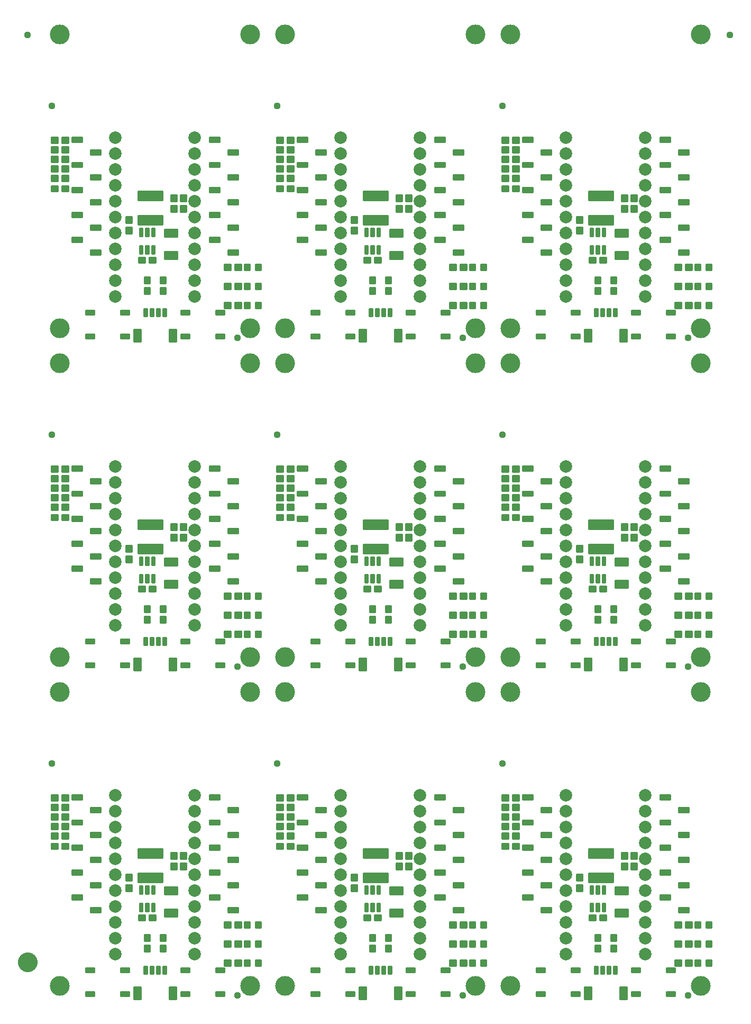
<source format=gts>
G04 EAGLE Gerber RS-274X export*
G75*
%MOMM*%
%FSLAX34Y34*%
%LPD*%
%INSoldermask Top*%
%IPPOS*%
%AMOC8*
5,1,8,0,0,1.08239X$1,22.5*%
G01*
%ADD10C,0.225588*%
%ADD11C,0.225369*%
%ADD12C,0.225400*%
%ADD13C,1.127000*%
%ADD14C,0.222250*%
%ADD15C,2.006600*%
%ADD16C,0.428259*%
%ADD17C,0.223409*%
%ADD18C,0.224509*%
%ADD19C,0.223519*%
%ADD20C,0.224709*%
%ADD21C,3.175000*%
%ADD22C,1.270000*%
%ADD23C,1.627000*%


D10*
X155307Y4543D02*
X144293Y4543D01*
X144293Y23557D01*
X155307Y23557D01*
X155307Y4543D01*
X155307Y6686D02*
X144293Y6686D01*
X144293Y8829D02*
X155307Y8829D01*
X155307Y10972D02*
X144293Y10972D01*
X144293Y13115D02*
X155307Y13115D01*
X155307Y15258D02*
X144293Y15258D01*
X144293Y17401D02*
X155307Y17401D01*
X155307Y19544D02*
X144293Y19544D01*
X144293Y21687D02*
X155307Y21687D01*
X200293Y4543D02*
X211307Y4543D01*
X200293Y4543D02*
X200293Y23557D01*
X211307Y23557D01*
X211307Y4543D01*
X211307Y6686D02*
X200293Y6686D01*
X200293Y8829D02*
X211307Y8829D01*
X211307Y10972D02*
X200293Y10972D01*
X200293Y13115D02*
X211307Y13115D01*
X211307Y15258D02*
X200293Y15258D01*
X200293Y17401D02*
X211307Y17401D01*
X211307Y19544D02*
X200293Y19544D01*
X200293Y21687D02*
X211307Y21687D01*
D11*
X165308Y44542D02*
X160292Y44542D01*
X160292Y57058D01*
X165308Y57058D01*
X165308Y44542D01*
X165308Y46683D02*
X160292Y46683D01*
X160292Y48824D02*
X165308Y48824D01*
X165308Y50965D02*
X160292Y50965D01*
X160292Y53106D02*
X165308Y53106D01*
X165308Y55247D02*
X160292Y55247D01*
X170292Y44542D02*
X175308Y44542D01*
X170292Y44542D02*
X170292Y57058D01*
X175308Y57058D01*
X175308Y44542D01*
X175308Y46683D02*
X170292Y46683D01*
X170292Y48824D02*
X175308Y48824D01*
X175308Y50965D02*
X170292Y50965D01*
X170292Y53106D02*
X175308Y53106D01*
X175308Y55247D02*
X170292Y55247D01*
X180292Y44542D02*
X185308Y44542D01*
X180292Y44542D02*
X180292Y57058D01*
X185308Y57058D01*
X185308Y44542D01*
X185308Y46683D02*
X180292Y46683D01*
X180292Y48824D02*
X185308Y48824D01*
X185308Y50965D02*
X180292Y50965D01*
X180292Y53106D02*
X185308Y53106D01*
X185308Y55247D02*
X180292Y55247D01*
X190292Y44542D02*
X195308Y44542D01*
X190292Y44542D02*
X190292Y57058D01*
X195308Y57058D01*
X195308Y44542D01*
X195308Y46683D02*
X190292Y46683D01*
X190292Y48824D02*
X195308Y48824D01*
X195308Y50965D02*
X190292Y50965D01*
X190292Y53106D02*
X195308Y53106D01*
X195308Y55247D02*
X190292Y55247D01*
D12*
X160592Y97472D02*
X160592Y107488D01*
X169608Y107488D01*
X169608Y97472D01*
X160592Y97472D01*
X160592Y99613D02*
X169608Y99613D01*
X169608Y101754D02*
X160592Y101754D01*
X160592Y103895D02*
X169608Y103895D01*
X169608Y106036D02*
X160592Y106036D01*
X160592Y90488D02*
X160592Y80472D01*
X160592Y90488D02*
X169608Y90488D01*
X169608Y80472D01*
X160592Y80472D01*
X160592Y82613D02*
X169608Y82613D01*
X169608Y84754D02*
X160592Y84754D01*
X160592Y86895D02*
X169608Y86895D01*
X169608Y89036D02*
X160592Y89036D01*
X185992Y97472D02*
X185992Y107488D01*
X195008Y107488D01*
X195008Y97472D01*
X185992Y97472D01*
X185992Y99613D02*
X195008Y99613D01*
X195008Y101754D02*
X185992Y101754D01*
X185992Y103895D02*
X195008Y103895D01*
X195008Y106036D02*
X185992Y106036D01*
X185992Y90488D02*
X185992Y80472D01*
X185992Y90488D02*
X195008Y90488D01*
X195008Y80472D01*
X185992Y80472D01*
X185992Y82613D02*
X195008Y82613D01*
X195008Y84754D02*
X185992Y84754D01*
X185992Y86895D02*
X195008Y86895D01*
X195008Y89036D02*
X185992Y89036D01*
D13*
X12700Y381000D03*
X309880Y10160D03*
D14*
X80804Y47466D02*
X80804Y54134D01*
X80804Y47466D02*
X66516Y47466D01*
X66516Y54134D01*
X80804Y54134D01*
X80804Y49578D02*
X66516Y49578D01*
X66516Y51690D02*
X80804Y51690D01*
X80804Y53802D02*
X66516Y53802D01*
X136684Y54134D02*
X136684Y47466D01*
X122396Y47466D01*
X122396Y54134D01*
X136684Y54134D01*
X136684Y49578D02*
X122396Y49578D01*
X122396Y51690D02*
X136684Y51690D01*
X136684Y53802D02*
X122396Y53802D01*
X80804Y16034D02*
X80804Y9366D01*
X66516Y9366D01*
X66516Y16034D01*
X80804Y16034D01*
X80804Y11478D02*
X66516Y11478D01*
X66516Y13590D02*
X80804Y13590D01*
X80804Y15702D02*
X66516Y15702D01*
X136684Y16034D02*
X136684Y9366D01*
X122396Y9366D01*
X122396Y16034D01*
X136684Y16034D01*
X136684Y11478D02*
X122396Y11478D01*
X122396Y13590D02*
X136684Y13590D01*
X136684Y15702D02*
X122396Y15702D01*
X233204Y47466D02*
X233204Y54134D01*
X233204Y47466D02*
X218916Y47466D01*
X218916Y54134D01*
X233204Y54134D01*
X233204Y49578D02*
X218916Y49578D01*
X218916Y51690D02*
X233204Y51690D01*
X233204Y53802D02*
X218916Y53802D01*
X289084Y54134D02*
X289084Y47466D01*
X274796Y47466D01*
X274796Y54134D01*
X289084Y54134D01*
X289084Y49578D02*
X274796Y49578D01*
X274796Y51690D02*
X289084Y51690D01*
X289084Y53802D02*
X274796Y53802D01*
X233204Y16034D02*
X233204Y9366D01*
X218916Y9366D01*
X218916Y16034D01*
X233204Y16034D01*
X233204Y11478D02*
X218916Y11478D01*
X218916Y13590D02*
X233204Y13590D01*
X233204Y15702D02*
X218916Y15702D01*
X289084Y16034D02*
X289084Y9366D01*
X274796Y9366D01*
X274796Y16034D01*
X289084Y16034D01*
X289084Y11478D02*
X274796Y11478D01*
X274796Y13590D02*
X289084Y13590D01*
X289084Y15702D02*
X274796Y15702D01*
D15*
X241300Y330200D03*
X241300Y304800D03*
X241300Y279400D03*
X241300Y254000D03*
X241300Y228600D03*
X241300Y203200D03*
X241300Y177800D03*
X241300Y152400D03*
X241300Y127000D03*
X241300Y101600D03*
X114300Y330200D03*
X114300Y304800D03*
X114300Y279400D03*
X114300Y254000D03*
X114300Y228600D03*
X114300Y203200D03*
X114300Y177800D03*
X114300Y152400D03*
X114300Y127000D03*
X114300Y101600D03*
D12*
X288752Y57722D02*
X298768Y57722D01*
X288752Y57722D02*
X288752Y66738D01*
X298768Y66738D01*
X298768Y57722D01*
X298768Y59863D02*
X288752Y59863D01*
X288752Y62004D02*
X298768Y62004D01*
X298768Y64145D02*
X288752Y64145D01*
X288752Y66286D02*
X298768Y66286D01*
X305752Y57722D02*
X315768Y57722D01*
X305752Y57722D02*
X305752Y66738D01*
X315768Y66738D01*
X315768Y57722D01*
X315768Y59863D02*
X305752Y59863D01*
X305752Y62004D02*
X315768Y62004D01*
X315768Y64145D02*
X305752Y64145D01*
X305752Y66286D02*
X315768Y66286D01*
D16*
X339286Y65724D02*
X339286Y58736D01*
X339286Y65724D02*
X346274Y65724D01*
X346274Y58736D01*
X339286Y58736D01*
X339286Y62805D02*
X346274Y62805D01*
X321746Y65724D02*
X321746Y58736D01*
X321746Y65724D02*
X328734Y65724D01*
X328734Y58736D01*
X321746Y58736D01*
X321746Y62805D02*
X328734Y62805D01*
X339286Y119696D02*
X339286Y126684D01*
X346274Y126684D01*
X346274Y119696D01*
X339286Y119696D01*
X339286Y123765D02*
X346274Y123765D01*
X321746Y126684D02*
X321746Y119696D01*
X321746Y126684D02*
X328734Y126684D01*
X328734Y119696D01*
X321746Y119696D01*
X321746Y123765D02*
X328734Y123765D01*
D12*
X298768Y118682D02*
X288752Y118682D01*
X288752Y127698D01*
X298768Y127698D01*
X298768Y118682D01*
X298768Y120823D02*
X288752Y120823D01*
X288752Y122964D02*
X298768Y122964D01*
X298768Y125105D02*
X288752Y125105D01*
X288752Y127246D02*
X298768Y127246D01*
X305752Y118682D02*
X315768Y118682D01*
X305752Y118682D02*
X305752Y127698D01*
X315768Y127698D01*
X315768Y118682D01*
X315768Y120823D02*
X305752Y120823D01*
X305752Y122964D02*
X315768Y122964D01*
X315768Y125105D02*
X305752Y125105D01*
X305752Y127246D02*
X315768Y127246D01*
D17*
X157868Y145081D02*
X153332Y145081D01*
X153332Y157617D01*
X157868Y157617D01*
X157868Y145081D01*
X157868Y147203D02*
X153332Y147203D01*
X153332Y149325D02*
X157868Y149325D01*
X157868Y151447D02*
X153332Y151447D01*
X153332Y153569D02*
X157868Y153569D01*
X157868Y155691D02*
X153332Y155691D01*
X162832Y145081D02*
X167368Y145081D01*
X162832Y145081D02*
X162832Y157617D01*
X167368Y157617D01*
X167368Y145081D01*
X167368Y147203D02*
X162832Y147203D01*
X162832Y149325D02*
X167368Y149325D01*
X167368Y151447D02*
X162832Y151447D01*
X162832Y153569D02*
X167368Y153569D01*
X167368Y155691D02*
X162832Y155691D01*
X172332Y145081D02*
X176868Y145081D01*
X172332Y145081D02*
X172332Y157617D01*
X176868Y157617D01*
X176868Y145081D01*
X176868Y147203D02*
X172332Y147203D01*
X172332Y149325D02*
X176868Y149325D01*
X176868Y151447D02*
X172332Y151447D01*
X172332Y153569D02*
X176868Y153569D01*
X176868Y155691D02*
X172332Y155691D01*
X172332Y172583D02*
X176868Y172583D01*
X172332Y172583D02*
X172332Y185119D01*
X176868Y185119D01*
X176868Y172583D01*
X176868Y174705D02*
X172332Y174705D01*
X172332Y176827D02*
X176868Y176827D01*
X176868Y178949D02*
X172332Y178949D01*
X172332Y181071D02*
X176868Y181071D01*
X176868Y183193D02*
X172332Y183193D01*
X167368Y172583D02*
X162832Y172583D01*
X162832Y185119D01*
X167368Y185119D01*
X167368Y172583D01*
X167368Y174705D02*
X162832Y174705D01*
X162832Y176827D02*
X167368Y176827D01*
X167368Y178949D02*
X162832Y178949D01*
X162832Y181071D02*
X167368Y181071D01*
X167368Y183193D02*
X162832Y183193D01*
X157868Y172583D02*
X153332Y172583D01*
X153332Y185119D01*
X157868Y185119D01*
X157868Y172583D01*
X157868Y174705D02*
X153332Y174705D01*
X153332Y176827D02*
X157868Y176827D01*
X157868Y178949D02*
X153332Y178949D01*
X153332Y181071D02*
X157868Y181071D01*
X157868Y183193D02*
X153332Y183193D01*
D18*
X150667Y190927D02*
X189693Y190927D01*
X150667Y190927D02*
X150667Y205953D01*
X189693Y205953D01*
X189693Y190927D01*
X189693Y193060D02*
X150667Y193060D01*
X150667Y195193D02*
X189693Y195193D01*
X189693Y197326D02*
X150667Y197326D01*
X150667Y199459D02*
X189693Y199459D01*
X189693Y201592D02*
X150667Y201592D01*
X150667Y203725D02*
X189693Y203725D01*
X189693Y205858D02*
X150667Y205858D01*
X150667Y229927D02*
X189693Y229927D01*
X150667Y229927D02*
X150667Y244953D01*
X189693Y244953D01*
X189693Y229927D01*
X189693Y232060D02*
X150667Y232060D01*
X150667Y234193D02*
X189693Y234193D01*
X189693Y236326D02*
X150667Y236326D01*
X150667Y238459D02*
X189693Y238459D01*
X189693Y240592D02*
X150667Y240592D01*
X150667Y242725D02*
X189693Y242725D01*
X189693Y244858D02*
X150667Y244858D01*
D12*
X140398Y187008D02*
X140398Y176992D01*
X131382Y176992D01*
X131382Y187008D01*
X140398Y187008D01*
X140398Y179133D02*
X131382Y179133D01*
X131382Y181274D02*
X140398Y181274D01*
X140398Y183415D02*
X131382Y183415D01*
X131382Y185556D02*
X140398Y185556D01*
X140398Y193992D02*
X140398Y204008D01*
X140398Y193992D02*
X131382Y193992D01*
X131382Y204008D01*
X140398Y204008D01*
X140398Y196133D02*
X131382Y196133D01*
X131382Y198274D02*
X140398Y198274D01*
X140398Y200415D02*
X131382Y200415D01*
X131382Y202556D02*
X140398Y202556D01*
X218758Y228790D02*
X218758Y238806D01*
X227774Y238806D01*
X227774Y228790D01*
X218758Y228790D01*
X218758Y230931D02*
X227774Y230931D01*
X227774Y233072D02*
X218758Y233072D01*
X218758Y235213D02*
X227774Y235213D01*
X227774Y237354D02*
X218758Y237354D01*
X218758Y221806D02*
X218758Y211790D01*
X218758Y221806D02*
X227774Y221806D01*
X227774Y211790D01*
X218758Y211790D01*
X218758Y213931D02*
X227774Y213931D01*
X227774Y216072D02*
X218758Y216072D01*
X218758Y218213D02*
X227774Y218213D01*
X227774Y220354D02*
X218758Y220354D01*
X203518Y228790D02*
X203518Y238806D01*
X212534Y238806D01*
X212534Y228790D01*
X203518Y228790D01*
X203518Y230931D02*
X212534Y230931D01*
X212534Y233072D02*
X203518Y233072D01*
X203518Y235213D02*
X212534Y235213D01*
X212534Y237354D02*
X203518Y237354D01*
X203518Y221806D02*
X203518Y211790D01*
X203518Y221806D02*
X212534Y221806D01*
X212534Y211790D01*
X203518Y211790D01*
X203518Y213931D02*
X212534Y213931D01*
X212534Y216072D02*
X203518Y216072D01*
X203518Y218213D02*
X212534Y218213D01*
X212534Y220354D02*
X203518Y220354D01*
D19*
X213018Y148338D02*
X213018Y136602D01*
X193382Y136602D01*
X193382Y148338D01*
X213018Y148338D01*
X213018Y138725D02*
X193382Y138725D01*
X193382Y140848D02*
X213018Y140848D01*
X213018Y142971D02*
X193382Y142971D01*
X193382Y145094D02*
X213018Y145094D01*
X213018Y147217D02*
X193382Y147217D01*
X213018Y171702D02*
X213018Y183438D01*
X213018Y171702D02*
X193382Y171702D01*
X193382Y183438D01*
X213018Y183438D01*
X213018Y173825D02*
X193382Y173825D01*
X193382Y175948D02*
X213018Y175948D01*
X213018Y178071D02*
X193382Y178071D01*
X193382Y180194D02*
X213018Y180194D01*
X213018Y182317D02*
X193382Y182317D01*
D12*
X161608Y130112D02*
X151592Y130112D01*
X151592Y139128D01*
X161608Y139128D01*
X161608Y130112D01*
X161608Y132253D02*
X151592Y132253D01*
X151592Y134394D02*
X161608Y134394D01*
X161608Y136535D02*
X151592Y136535D01*
X151592Y138676D02*
X161608Y138676D01*
X168592Y130112D02*
X178608Y130112D01*
X168592Y130112D02*
X168592Y139128D01*
X178608Y139128D01*
X178608Y130112D01*
X178608Y132253D02*
X168592Y132253D01*
X168592Y134394D02*
X178608Y134394D01*
X178608Y136535D02*
X168592Y136535D01*
X168592Y138676D02*
X178608Y138676D01*
D20*
X60812Y323238D02*
X60812Y330762D01*
X60812Y323238D02*
X44788Y323238D01*
X44788Y330762D01*
X60812Y330762D01*
X60812Y325373D02*
X44788Y325373D01*
X44788Y327508D02*
X60812Y327508D01*
X60812Y329643D02*
X44788Y329643D01*
X90812Y310762D02*
X90812Y303238D01*
X74788Y303238D01*
X74788Y310762D01*
X90812Y310762D01*
X90812Y305373D02*
X74788Y305373D01*
X74788Y307508D02*
X90812Y307508D01*
X90812Y309643D02*
X74788Y309643D01*
X60812Y290762D02*
X60812Y283238D01*
X44788Y283238D01*
X44788Y290762D01*
X60812Y290762D01*
X60812Y285373D02*
X44788Y285373D01*
X44788Y287508D02*
X60812Y287508D01*
X60812Y289643D02*
X44788Y289643D01*
X90812Y270762D02*
X90812Y263238D01*
X74788Y263238D01*
X74788Y270762D01*
X90812Y270762D01*
X90812Y265373D02*
X74788Y265373D01*
X74788Y267508D02*
X90812Y267508D01*
X90812Y269643D02*
X74788Y269643D01*
X60812Y250762D02*
X60812Y243238D01*
X44788Y243238D01*
X44788Y250762D01*
X60812Y250762D01*
X60812Y245373D02*
X44788Y245373D01*
X44788Y247508D02*
X60812Y247508D01*
X60812Y249643D02*
X44788Y249643D01*
X90812Y230762D02*
X90812Y223238D01*
X74788Y223238D01*
X74788Y230762D01*
X90812Y230762D01*
X90812Y225373D02*
X74788Y225373D01*
X74788Y227508D02*
X90812Y227508D01*
X90812Y229643D02*
X74788Y229643D01*
X60812Y210762D02*
X60812Y203238D01*
X44788Y203238D01*
X44788Y210762D01*
X60812Y210762D01*
X60812Y205373D02*
X44788Y205373D01*
X44788Y207508D02*
X60812Y207508D01*
X60812Y209643D02*
X44788Y209643D01*
X90812Y190762D02*
X90812Y183238D01*
X74788Y183238D01*
X74788Y190762D01*
X90812Y190762D01*
X90812Y185373D02*
X74788Y185373D01*
X74788Y187508D02*
X90812Y187508D01*
X90812Y189643D02*
X74788Y189643D01*
X60812Y170762D02*
X60812Y163238D01*
X44788Y163238D01*
X44788Y170762D01*
X60812Y170762D01*
X60812Y165373D02*
X44788Y165373D01*
X44788Y167508D02*
X60812Y167508D01*
X60812Y169643D02*
X44788Y169643D01*
X90812Y150762D02*
X90812Y143238D01*
X74788Y143238D01*
X74788Y150762D01*
X90812Y150762D01*
X90812Y145373D02*
X74788Y145373D01*
X74788Y147508D02*
X90812Y147508D01*
X90812Y149643D02*
X74788Y149643D01*
X310812Y150762D02*
X310812Y143238D01*
X294788Y143238D01*
X294788Y150762D01*
X310812Y150762D01*
X310812Y145373D02*
X294788Y145373D01*
X294788Y147508D02*
X310812Y147508D01*
X310812Y149643D02*
X294788Y149643D01*
X280812Y163238D02*
X280812Y170762D01*
X280812Y163238D02*
X264788Y163238D01*
X264788Y170762D01*
X280812Y170762D01*
X280812Y165373D02*
X264788Y165373D01*
X264788Y167508D02*
X280812Y167508D01*
X280812Y169643D02*
X264788Y169643D01*
X310812Y183238D02*
X310812Y190762D01*
X310812Y183238D02*
X294788Y183238D01*
X294788Y190762D01*
X310812Y190762D01*
X310812Y185373D02*
X294788Y185373D01*
X294788Y187508D02*
X310812Y187508D01*
X310812Y189643D02*
X294788Y189643D01*
X280812Y203238D02*
X280812Y210762D01*
X280812Y203238D02*
X264788Y203238D01*
X264788Y210762D01*
X280812Y210762D01*
X280812Y205373D02*
X264788Y205373D01*
X264788Y207508D02*
X280812Y207508D01*
X280812Y209643D02*
X264788Y209643D01*
X310812Y223238D02*
X310812Y230762D01*
X310812Y223238D02*
X294788Y223238D01*
X294788Y230762D01*
X310812Y230762D01*
X310812Y225373D02*
X294788Y225373D01*
X294788Y227508D02*
X310812Y227508D01*
X310812Y229643D02*
X294788Y229643D01*
X280812Y243238D02*
X280812Y250762D01*
X280812Y243238D02*
X264788Y243238D01*
X264788Y250762D01*
X280812Y250762D01*
X280812Y245373D02*
X264788Y245373D01*
X264788Y247508D02*
X280812Y247508D01*
X280812Y249643D02*
X264788Y249643D01*
X310812Y263238D02*
X310812Y270762D01*
X310812Y263238D02*
X294788Y263238D01*
X294788Y270762D01*
X310812Y270762D01*
X310812Y265373D02*
X294788Y265373D01*
X294788Y267508D02*
X310812Y267508D01*
X310812Y269643D02*
X294788Y269643D01*
X280812Y283238D02*
X280812Y290762D01*
X280812Y283238D02*
X264788Y283238D01*
X264788Y290762D01*
X280812Y290762D01*
X280812Y285373D02*
X264788Y285373D01*
X264788Y287508D02*
X280812Y287508D01*
X280812Y289643D02*
X264788Y289643D01*
X310812Y303238D02*
X310812Y310762D01*
X310812Y303238D02*
X294788Y303238D01*
X294788Y310762D01*
X310812Y310762D01*
X310812Y305373D02*
X294788Y305373D01*
X294788Y307508D02*
X310812Y307508D01*
X310812Y309643D02*
X294788Y309643D01*
X280812Y323238D02*
X280812Y330762D01*
X280812Y323238D02*
X264788Y323238D01*
X264788Y330762D01*
X280812Y330762D01*
X280812Y325373D02*
X264788Y325373D01*
X264788Y327508D02*
X280812Y327508D01*
X280812Y329643D02*
X264788Y329643D01*
D12*
X38908Y253428D02*
X28892Y253428D01*
X38908Y253428D02*
X38908Y244412D01*
X28892Y244412D01*
X28892Y253428D01*
X28892Y246553D02*
X38908Y246553D01*
X38908Y248694D02*
X28892Y248694D01*
X28892Y250835D02*
X38908Y250835D01*
X38908Y252976D02*
X28892Y252976D01*
X21908Y253428D02*
X11892Y253428D01*
X21908Y253428D02*
X21908Y244412D01*
X11892Y244412D01*
X11892Y253428D01*
X11892Y246553D02*
X21908Y246553D01*
X21908Y248694D02*
X11892Y248694D01*
X11892Y250835D02*
X21908Y250835D01*
X21908Y252976D02*
X11892Y252976D01*
X28892Y300418D02*
X38908Y300418D01*
X38908Y291402D01*
X28892Y291402D01*
X28892Y300418D01*
X28892Y293543D02*
X38908Y293543D01*
X38908Y295684D02*
X28892Y295684D01*
X28892Y297825D02*
X38908Y297825D01*
X38908Y299966D02*
X28892Y299966D01*
X21908Y300418D02*
X11892Y300418D01*
X21908Y300418D02*
X21908Y291402D01*
X11892Y291402D01*
X11892Y300418D01*
X11892Y293543D02*
X21908Y293543D01*
X21908Y295684D02*
X11892Y295684D01*
X11892Y297825D02*
X21908Y297825D01*
X21908Y299966D02*
X11892Y299966D01*
X28892Y285178D02*
X38908Y285178D01*
X38908Y276162D01*
X28892Y276162D01*
X28892Y285178D01*
X28892Y278303D02*
X38908Y278303D01*
X38908Y280444D02*
X28892Y280444D01*
X28892Y282585D02*
X38908Y282585D01*
X38908Y284726D02*
X28892Y284726D01*
X21908Y285178D02*
X11892Y285178D01*
X21908Y285178D02*
X21908Y276162D01*
X11892Y276162D01*
X11892Y285178D01*
X11892Y278303D02*
X21908Y278303D01*
X21908Y280444D02*
X11892Y280444D01*
X11892Y282585D02*
X21908Y282585D01*
X21908Y284726D02*
X11892Y284726D01*
X28892Y269938D02*
X38908Y269938D01*
X38908Y260922D01*
X28892Y260922D01*
X28892Y269938D01*
X28892Y263063D02*
X38908Y263063D01*
X38908Y265204D02*
X28892Y265204D01*
X28892Y267345D02*
X38908Y267345D01*
X38908Y269486D02*
X28892Y269486D01*
X21908Y269938D02*
X11892Y269938D01*
X21908Y269938D02*
X21908Y260922D01*
X11892Y260922D01*
X11892Y269938D01*
X11892Y263063D02*
X21908Y263063D01*
X21908Y265204D02*
X11892Y265204D01*
X11892Y267345D02*
X21908Y267345D01*
X21908Y269486D02*
X11892Y269486D01*
D21*
X330200Y495300D03*
X330200Y25400D03*
X25400Y495300D03*
X25400Y25400D03*
D16*
X339286Y89216D02*
X339286Y96204D01*
X346274Y96204D01*
X346274Y89216D01*
X339286Y89216D01*
X339286Y93285D02*
X346274Y93285D01*
X321746Y96204D02*
X321746Y89216D01*
X321746Y96204D02*
X328734Y96204D01*
X328734Y89216D01*
X321746Y89216D01*
X321746Y93285D02*
X328734Y93285D01*
D12*
X298768Y88202D02*
X288752Y88202D01*
X288752Y97218D01*
X298768Y97218D01*
X298768Y88202D01*
X298768Y90343D02*
X288752Y90343D01*
X288752Y92484D02*
X298768Y92484D01*
X298768Y94625D02*
X288752Y94625D01*
X288752Y96766D02*
X298768Y96766D01*
X305752Y88202D02*
X315768Y88202D01*
X305752Y88202D02*
X305752Y97218D01*
X315768Y97218D01*
X315768Y88202D01*
X315768Y90343D02*
X305752Y90343D01*
X305752Y92484D02*
X315768Y92484D01*
X315768Y94625D02*
X305752Y94625D01*
X305752Y96766D02*
X315768Y96766D01*
D15*
X241300Y76200D03*
X114300Y76200D03*
D12*
X38908Y315658D02*
X28892Y315658D01*
X38908Y315658D02*
X38908Y306642D01*
X28892Y306642D01*
X28892Y315658D01*
X28892Y308783D02*
X38908Y308783D01*
X38908Y310924D02*
X28892Y310924D01*
X28892Y313065D02*
X38908Y313065D01*
X38908Y315206D02*
X28892Y315206D01*
X21908Y315658D02*
X11892Y315658D01*
X21908Y315658D02*
X21908Y306642D01*
X11892Y306642D01*
X11892Y315658D01*
X11892Y308783D02*
X21908Y308783D01*
X21908Y310924D02*
X11892Y310924D01*
X11892Y313065D02*
X21908Y313065D01*
X21908Y315206D02*
X11892Y315206D01*
X28892Y330898D02*
X38908Y330898D01*
X38908Y321882D01*
X28892Y321882D01*
X28892Y330898D01*
X28892Y324023D02*
X38908Y324023D01*
X38908Y326164D02*
X28892Y326164D01*
X28892Y328305D02*
X38908Y328305D01*
X38908Y330446D02*
X28892Y330446D01*
X21908Y330898D02*
X11892Y330898D01*
X21908Y330898D02*
X21908Y321882D01*
X11892Y321882D01*
X11892Y330898D01*
X11892Y324023D02*
X21908Y324023D01*
X21908Y326164D02*
X11892Y326164D01*
X11892Y328305D02*
X21908Y328305D01*
X21908Y330446D02*
X11892Y330446D01*
D10*
X504973Y4543D02*
X515987Y4543D01*
X504973Y4543D02*
X504973Y23557D01*
X515987Y23557D01*
X515987Y4543D01*
X515987Y6686D02*
X504973Y6686D01*
X504973Y8829D02*
X515987Y8829D01*
X515987Y10972D02*
X504973Y10972D01*
X504973Y13115D02*
X515987Y13115D01*
X515987Y15258D02*
X504973Y15258D01*
X504973Y17401D02*
X515987Y17401D01*
X515987Y19544D02*
X504973Y19544D01*
X504973Y21687D02*
X515987Y21687D01*
X560973Y4543D02*
X571987Y4543D01*
X560973Y4543D02*
X560973Y23557D01*
X571987Y23557D01*
X571987Y4543D01*
X571987Y6686D02*
X560973Y6686D01*
X560973Y8829D02*
X571987Y8829D01*
X571987Y10972D02*
X560973Y10972D01*
X560973Y13115D02*
X571987Y13115D01*
X571987Y15258D02*
X560973Y15258D01*
X560973Y17401D02*
X571987Y17401D01*
X571987Y19544D02*
X560973Y19544D01*
X560973Y21687D02*
X571987Y21687D01*
D11*
X525988Y44542D02*
X520972Y44542D01*
X520972Y57058D01*
X525988Y57058D01*
X525988Y44542D01*
X525988Y46683D02*
X520972Y46683D01*
X520972Y48824D02*
X525988Y48824D01*
X525988Y50965D02*
X520972Y50965D01*
X520972Y53106D02*
X525988Y53106D01*
X525988Y55247D02*
X520972Y55247D01*
X530972Y44542D02*
X535988Y44542D01*
X530972Y44542D02*
X530972Y57058D01*
X535988Y57058D01*
X535988Y44542D01*
X535988Y46683D02*
X530972Y46683D01*
X530972Y48824D02*
X535988Y48824D01*
X535988Y50965D02*
X530972Y50965D01*
X530972Y53106D02*
X535988Y53106D01*
X535988Y55247D02*
X530972Y55247D01*
X540972Y44542D02*
X545988Y44542D01*
X540972Y44542D02*
X540972Y57058D01*
X545988Y57058D01*
X545988Y44542D01*
X545988Y46683D02*
X540972Y46683D01*
X540972Y48824D02*
X545988Y48824D01*
X545988Y50965D02*
X540972Y50965D01*
X540972Y53106D02*
X545988Y53106D01*
X545988Y55247D02*
X540972Y55247D01*
X550972Y44542D02*
X555988Y44542D01*
X550972Y44542D02*
X550972Y57058D01*
X555988Y57058D01*
X555988Y44542D01*
X555988Y46683D02*
X550972Y46683D01*
X550972Y48824D02*
X555988Y48824D01*
X555988Y50965D02*
X550972Y50965D01*
X550972Y53106D02*
X555988Y53106D01*
X555988Y55247D02*
X550972Y55247D01*
D12*
X521272Y97472D02*
X521272Y107488D01*
X530288Y107488D01*
X530288Y97472D01*
X521272Y97472D01*
X521272Y99613D02*
X530288Y99613D01*
X530288Y101754D02*
X521272Y101754D01*
X521272Y103895D02*
X530288Y103895D01*
X530288Y106036D02*
X521272Y106036D01*
X521272Y90488D02*
X521272Y80472D01*
X521272Y90488D02*
X530288Y90488D01*
X530288Y80472D01*
X521272Y80472D01*
X521272Y82613D02*
X530288Y82613D01*
X530288Y84754D02*
X521272Y84754D01*
X521272Y86895D02*
X530288Y86895D01*
X530288Y89036D02*
X521272Y89036D01*
X546672Y97472D02*
X546672Y107488D01*
X555688Y107488D01*
X555688Y97472D01*
X546672Y97472D01*
X546672Y99613D02*
X555688Y99613D01*
X555688Y101754D02*
X546672Y101754D01*
X546672Y103895D02*
X555688Y103895D01*
X555688Y106036D02*
X546672Y106036D01*
X546672Y90488D02*
X546672Y80472D01*
X546672Y90488D02*
X555688Y90488D01*
X555688Y80472D01*
X546672Y80472D01*
X546672Y82613D02*
X555688Y82613D01*
X555688Y84754D02*
X546672Y84754D01*
X546672Y86895D02*
X555688Y86895D01*
X555688Y89036D02*
X546672Y89036D01*
D13*
X373380Y381000D03*
X670560Y10160D03*
D14*
X441484Y47466D02*
X441484Y54134D01*
X441484Y47466D02*
X427196Y47466D01*
X427196Y54134D01*
X441484Y54134D01*
X441484Y49578D02*
X427196Y49578D01*
X427196Y51690D02*
X441484Y51690D01*
X441484Y53802D02*
X427196Y53802D01*
X497364Y54134D02*
X497364Y47466D01*
X483076Y47466D01*
X483076Y54134D01*
X497364Y54134D01*
X497364Y49578D02*
X483076Y49578D01*
X483076Y51690D02*
X497364Y51690D01*
X497364Y53802D02*
X483076Y53802D01*
X441484Y16034D02*
X441484Y9366D01*
X427196Y9366D01*
X427196Y16034D01*
X441484Y16034D01*
X441484Y11478D02*
X427196Y11478D01*
X427196Y13590D02*
X441484Y13590D01*
X441484Y15702D02*
X427196Y15702D01*
X497364Y16034D02*
X497364Y9366D01*
X483076Y9366D01*
X483076Y16034D01*
X497364Y16034D01*
X497364Y11478D02*
X483076Y11478D01*
X483076Y13590D02*
X497364Y13590D01*
X497364Y15702D02*
X483076Y15702D01*
X593884Y47466D02*
X593884Y54134D01*
X593884Y47466D02*
X579596Y47466D01*
X579596Y54134D01*
X593884Y54134D01*
X593884Y49578D02*
X579596Y49578D01*
X579596Y51690D02*
X593884Y51690D01*
X593884Y53802D02*
X579596Y53802D01*
X649764Y54134D02*
X649764Y47466D01*
X635476Y47466D01*
X635476Y54134D01*
X649764Y54134D01*
X649764Y49578D02*
X635476Y49578D01*
X635476Y51690D02*
X649764Y51690D01*
X649764Y53802D02*
X635476Y53802D01*
X593884Y16034D02*
X593884Y9366D01*
X579596Y9366D01*
X579596Y16034D01*
X593884Y16034D01*
X593884Y11478D02*
X579596Y11478D01*
X579596Y13590D02*
X593884Y13590D01*
X593884Y15702D02*
X579596Y15702D01*
X649764Y16034D02*
X649764Y9366D01*
X635476Y9366D01*
X635476Y16034D01*
X649764Y16034D01*
X649764Y11478D02*
X635476Y11478D01*
X635476Y13590D02*
X649764Y13590D01*
X649764Y15702D02*
X635476Y15702D01*
D15*
X601980Y330200D03*
X601980Y304800D03*
X601980Y279400D03*
X601980Y254000D03*
X601980Y228600D03*
X601980Y203200D03*
X601980Y177800D03*
X601980Y152400D03*
X601980Y127000D03*
X601980Y101600D03*
X474980Y330200D03*
X474980Y304800D03*
X474980Y279400D03*
X474980Y254000D03*
X474980Y228600D03*
X474980Y203200D03*
X474980Y177800D03*
X474980Y152400D03*
X474980Y127000D03*
X474980Y101600D03*
D12*
X649432Y57722D02*
X659448Y57722D01*
X649432Y57722D02*
X649432Y66738D01*
X659448Y66738D01*
X659448Y57722D01*
X659448Y59863D02*
X649432Y59863D01*
X649432Y62004D02*
X659448Y62004D01*
X659448Y64145D02*
X649432Y64145D01*
X649432Y66286D02*
X659448Y66286D01*
X666432Y57722D02*
X676448Y57722D01*
X666432Y57722D02*
X666432Y66738D01*
X676448Y66738D01*
X676448Y57722D01*
X676448Y59863D02*
X666432Y59863D01*
X666432Y62004D02*
X676448Y62004D01*
X676448Y64145D02*
X666432Y64145D01*
X666432Y66286D02*
X676448Y66286D01*
D16*
X699966Y65724D02*
X699966Y58736D01*
X699966Y65724D02*
X706954Y65724D01*
X706954Y58736D01*
X699966Y58736D01*
X699966Y62805D02*
X706954Y62805D01*
X682426Y65724D02*
X682426Y58736D01*
X682426Y65724D02*
X689414Y65724D01*
X689414Y58736D01*
X682426Y58736D01*
X682426Y62805D02*
X689414Y62805D01*
X699966Y119696D02*
X699966Y126684D01*
X706954Y126684D01*
X706954Y119696D01*
X699966Y119696D01*
X699966Y123765D02*
X706954Y123765D01*
X682426Y126684D02*
X682426Y119696D01*
X682426Y126684D02*
X689414Y126684D01*
X689414Y119696D01*
X682426Y119696D01*
X682426Y123765D02*
X689414Y123765D01*
D12*
X659448Y118682D02*
X649432Y118682D01*
X649432Y127698D01*
X659448Y127698D01*
X659448Y118682D01*
X659448Y120823D02*
X649432Y120823D01*
X649432Y122964D02*
X659448Y122964D01*
X659448Y125105D02*
X649432Y125105D01*
X649432Y127246D02*
X659448Y127246D01*
X666432Y118682D02*
X676448Y118682D01*
X666432Y118682D02*
X666432Y127698D01*
X676448Y127698D01*
X676448Y118682D01*
X676448Y120823D02*
X666432Y120823D01*
X666432Y122964D02*
X676448Y122964D01*
X676448Y125105D02*
X666432Y125105D01*
X666432Y127246D02*
X676448Y127246D01*
D17*
X518548Y145081D02*
X514012Y145081D01*
X514012Y157617D01*
X518548Y157617D01*
X518548Y145081D01*
X518548Y147203D02*
X514012Y147203D01*
X514012Y149325D02*
X518548Y149325D01*
X518548Y151447D02*
X514012Y151447D01*
X514012Y153569D02*
X518548Y153569D01*
X518548Y155691D02*
X514012Y155691D01*
X523512Y145081D02*
X528048Y145081D01*
X523512Y145081D02*
X523512Y157617D01*
X528048Y157617D01*
X528048Y145081D01*
X528048Y147203D02*
X523512Y147203D01*
X523512Y149325D02*
X528048Y149325D01*
X528048Y151447D02*
X523512Y151447D01*
X523512Y153569D02*
X528048Y153569D01*
X528048Y155691D02*
X523512Y155691D01*
X533012Y145081D02*
X537548Y145081D01*
X533012Y145081D02*
X533012Y157617D01*
X537548Y157617D01*
X537548Y145081D01*
X537548Y147203D02*
X533012Y147203D01*
X533012Y149325D02*
X537548Y149325D01*
X537548Y151447D02*
X533012Y151447D01*
X533012Y153569D02*
X537548Y153569D01*
X537548Y155691D02*
X533012Y155691D01*
X533012Y172583D02*
X537548Y172583D01*
X533012Y172583D02*
X533012Y185119D01*
X537548Y185119D01*
X537548Y172583D01*
X537548Y174705D02*
X533012Y174705D01*
X533012Y176827D02*
X537548Y176827D01*
X537548Y178949D02*
X533012Y178949D01*
X533012Y181071D02*
X537548Y181071D01*
X537548Y183193D02*
X533012Y183193D01*
X528048Y172583D02*
X523512Y172583D01*
X523512Y185119D01*
X528048Y185119D01*
X528048Y172583D01*
X528048Y174705D02*
X523512Y174705D01*
X523512Y176827D02*
X528048Y176827D01*
X528048Y178949D02*
X523512Y178949D01*
X523512Y181071D02*
X528048Y181071D01*
X528048Y183193D02*
X523512Y183193D01*
X518548Y172583D02*
X514012Y172583D01*
X514012Y185119D01*
X518548Y185119D01*
X518548Y172583D01*
X518548Y174705D02*
X514012Y174705D01*
X514012Y176827D02*
X518548Y176827D01*
X518548Y178949D02*
X514012Y178949D01*
X514012Y181071D02*
X518548Y181071D01*
X518548Y183193D02*
X514012Y183193D01*
D18*
X511347Y190927D02*
X550373Y190927D01*
X511347Y190927D02*
X511347Y205953D01*
X550373Y205953D01*
X550373Y190927D01*
X550373Y193060D02*
X511347Y193060D01*
X511347Y195193D02*
X550373Y195193D01*
X550373Y197326D02*
X511347Y197326D01*
X511347Y199459D02*
X550373Y199459D01*
X550373Y201592D02*
X511347Y201592D01*
X511347Y203725D02*
X550373Y203725D01*
X550373Y205858D02*
X511347Y205858D01*
X511347Y229927D02*
X550373Y229927D01*
X511347Y229927D02*
X511347Y244953D01*
X550373Y244953D01*
X550373Y229927D01*
X550373Y232060D02*
X511347Y232060D01*
X511347Y234193D02*
X550373Y234193D01*
X550373Y236326D02*
X511347Y236326D01*
X511347Y238459D02*
X550373Y238459D01*
X550373Y240592D02*
X511347Y240592D01*
X511347Y242725D02*
X550373Y242725D01*
X550373Y244858D02*
X511347Y244858D01*
D12*
X501078Y187008D02*
X501078Y176992D01*
X492062Y176992D01*
X492062Y187008D01*
X501078Y187008D01*
X501078Y179133D02*
X492062Y179133D01*
X492062Y181274D02*
X501078Y181274D01*
X501078Y183415D02*
X492062Y183415D01*
X492062Y185556D02*
X501078Y185556D01*
X501078Y193992D02*
X501078Y204008D01*
X501078Y193992D02*
X492062Y193992D01*
X492062Y204008D01*
X501078Y204008D01*
X501078Y196133D02*
X492062Y196133D01*
X492062Y198274D02*
X501078Y198274D01*
X501078Y200415D02*
X492062Y200415D01*
X492062Y202556D02*
X501078Y202556D01*
X579438Y228790D02*
X579438Y238806D01*
X588454Y238806D01*
X588454Y228790D01*
X579438Y228790D01*
X579438Y230931D02*
X588454Y230931D01*
X588454Y233072D02*
X579438Y233072D01*
X579438Y235213D02*
X588454Y235213D01*
X588454Y237354D02*
X579438Y237354D01*
X579438Y221806D02*
X579438Y211790D01*
X579438Y221806D02*
X588454Y221806D01*
X588454Y211790D01*
X579438Y211790D01*
X579438Y213931D02*
X588454Y213931D01*
X588454Y216072D02*
X579438Y216072D01*
X579438Y218213D02*
X588454Y218213D01*
X588454Y220354D02*
X579438Y220354D01*
X564198Y228790D02*
X564198Y238806D01*
X573214Y238806D01*
X573214Y228790D01*
X564198Y228790D01*
X564198Y230931D02*
X573214Y230931D01*
X573214Y233072D02*
X564198Y233072D01*
X564198Y235213D02*
X573214Y235213D01*
X573214Y237354D02*
X564198Y237354D01*
X564198Y221806D02*
X564198Y211790D01*
X564198Y221806D02*
X573214Y221806D01*
X573214Y211790D01*
X564198Y211790D01*
X564198Y213931D02*
X573214Y213931D01*
X573214Y216072D02*
X564198Y216072D01*
X564198Y218213D02*
X573214Y218213D01*
X573214Y220354D02*
X564198Y220354D01*
D19*
X573698Y148338D02*
X573698Y136602D01*
X554062Y136602D01*
X554062Y148338D01*
X573698Y148338D01*
X573698Y138725D02*
X554062Y138725D01*
X554062Y140848D02*
X573698Y140848D01*
X573698Y142971D02*
X554062Y142971D01*
X554062Y145094D02*
X573698Y145094D01*
X573698Y147217D02*
X554062Y147217D01*
X573698Y171702D02*
X573698Y183438D01*
X573698Y171702D02*
X554062Y171702D01*
X554062Y183438D01*
X573698Y183438D01*
X573698Y173825D02*
X554062Y173825D01*
X554062Y175948D02*
X573698Y175948D01*
X573698Y178071D02*
X554062Y178071D01*
X554062Y180194D02*
X573698Y180194D01*
X573698Y182317D02*
X554062Y182317D01*
D12*
X522288Y130112D02*
X512272Y130112D01*
X512272Y139128D01*
X522288Y139128D01*
X522288Y130112D01*
X522288Y132253D02*
X512272Y132253D01*
X512272Y134394D02*
X522288Y134394D01*
X522288Y136535D02*
X512272Y136535D01*
X512272Y138676D02*
X522288Y138676D01*
X529272Y130112D02*
X539288Y130112D01*
X529272Y130112D02*
X529272Y139128D01*
X539288Y139128D01*
X539288Y130112D01*
X539288Y132253D02*
X529272Y132253D01*
X529272Y134394D02*
X539288Y134394D01*
X539288Y136535D02*
X529272Y136535D01*
X529272Y138676D02*
X539288Y138676D01*
D20*
X421492Y323238D02*
X421492Y330762D01*
X421492Y323238D02*
X405468Y323238D01*
X405468Y330762D01*
X421492Y330762D01*
X421492Y325373D02*
X405468Y325373D01*
X405468Y327508D02*
X421492Y327508D01*
X421492Y329643D02*
X405468Y329643D01*
X451492Y310762D02*
X451492Y303238D01*
X435468Y303238D01*
X435468Y310762D01*
X451492Y310762D01*
X451492Y305373D02*
X435468Y305373D01*
X435468Y307508D02*
X451492Y307508D01*
X451492Y309643D02*
X435468Y309643D01*
X421492Y290762D02*
X421492Y283238D01*
X405468Y283238D01*
X405468Y290762D01*
X421492Y290762D01*
X421492Y285373D02*
X405468Y285373D01*
X405468Y287508D02*
X421492Y287508D01*
X421492Y289643D02*
X405468Y289643D01*
X451492Y270762D02*
X451492Y263238D01*
X435468Y263238D01*
X435468Y270762D01*
X451492Y270762D01*
X451492Y265373D02*
X435468Y265373D01*
X435468Y267508D02*
X451492Y267508D01*
X451492Y269643D02*
X435468Y269643D01*
X421492Y250762D02*
X421492Y243238D01*
X405468Y243238D01*
X405468Y250762D01*
X421492Y250762D01*
X421492Y245373D02*
X405468Y245373D01*
X405468Y247508D02*
X421492Y247508D01*
X421492Y249643D02*
X405468Y249643D01*
X451492Y230762D02*
X451492Y223238D01*
X435468Y223238D01*
X435468Y230762D01*
X451492Y230762D01*
X451492Y225373D02*
X435468Y225373D01*
X435468Y227508D02*
X451492Y227508D01*
X451492Y229643D02*
X435468Y229643D01*
X421492Y210762D02*
X421492Y203238D01*
X405468Y203238D01*
X405468Y210762D01*
X421492Y210762D01*
X421492Y205373D02*
X405468Y205373D01*
X405468Y207508D02*
X421492Y207508D01*
X421492Y209643D02*
X405468Y209643D01*
X451492Y190762D02*
X451492Y183238D01*
X435468Y183238D01*
X435468Y190762D01*
X451492Y190762D01*
X451492Y185373D02*
X435468Y185373D01*
X435468Y187508D02*
X451492Y187508D01*
X451492Y189643D02*
X435468Y189643D01*
X421492Y170762D02*
X421492Y163238D01*
X405468Y163238D01*
X405468Y170762D01*
X421492Y170762D01*
X421492Y165373D02*
X405468Y165373D01*
X405468Y167508D02*
X421492Y167508D01*
X421492Y169643D02*
X405468Y169643D01*
X451492Y150762D02*
X451492Y143238D01*
X435468Y143238D01*
X435468Y150762D01*
X451492Y150762D01*
X451492Y145373D02*
X435468Y145373D01*
X435468Y147508D02*
X451492Y147508D01*
X451492Y149643D02*
X435468Y149643D01*
X671492Y150762D02*
X671492Y143238D01*
X655468Y143238D01*
X655468Y150762D01*
X671492Y150762D01*
X671492Y145373D02*
X655468Y145373D01*
X655468Y147508D02*
X671492Y147508D01*
X671492Y149643D02*
X655468Y149643D01*
X641492Y163238D02*
X641492Y170762D01*
X641492Y163238D02*
X625468Y163238D01*
X625468Y170762D01*
X641492Y170762D01*
X641492Y165373D02*
X625468Y165373D01*
X625468Y167508D02*
X641492Y167508D01*
X641492Y169643D02*
X625468Y169643D01*
X671492Y183238D02*
X671492Y190762D01*
X671492Y183238D02*
X655468Y183238D01*
X655468Y190762D01*
X671492Y190762D01*
X671492Y185373D02*
X655468Y185373D01*
X655468Y187508D02*
X671492Y187508D01*
X671492Y189643D02*
X655468Y189643D01*
X641492Y203238D02*
X641492Y210762D01*
X641492Y203238D02*
X625468Y203238D01*
X625468Y210762D01*
X641492Y210762D01*
X641492Y205373D02*
X625468Y205373D01*
X625468Y207508D02*
X641492Y207508D01*
X641492Y209643D02*
X625468Y209643D01*
X671492Y223238D02*
X671492Y230762D01*
X671492Y223238D02*
X655468Y223238D01*
X655468Y230762D01*
X671492Y230762D01*
X671492Y225373D02*
X655468Y225373D01*
X655468Y227508D02*
X671492Y227508D01*
X671492Y229643D02*
X655468Y229643D01*
X641492Y243238D02*
X641492Y250762D01*
X641492Y243238D02*
X625468Y243238D01*
X625468Y250762D01*
X641492Y250762D01*
X641492Y245373D02*
X625468Y245373D01*
X625468Y247508D02*
X641492Y247508D01*
X641492Y249643D02*
X625468Y249643D01*
X671492Y263238D02*
X671492Y270762D01*
X671492Y263238D02*
X655468Y263238D01*
X655468Y270762D01*
X671492Y270762D01*
X671492Y265373D02*
X655468Y265373D01*
X655468Y267508D02*
X671492Y267508D01*
X671492Y269643D02*
X655468Y269643D01*
X641492Y283238D02*
X641492Y290762D01*
X641492Y283238D02*
X625468Y283238D01*
X625468Y290762D01*
X641492Y290762D01*
X641492Y285373D02*
X625468Y285373D01*
X625468Y287508D02*
X641492Y287508D01*
X641492Y289643D02*
X625468Y289643D01*
X671492Y303238D02*
X671492Y310762D01*
X671492Y303238D02*
X655468Y303238D01*
X655468Y310762D01*
X671492Y310762D01*
X671492Y305373D02*
X655468Y305373D01*
X655468Y307508D02*
X671492Y307508D01*
X671492Y309643D02*
X655468Y309643D01*
X641492Y323238D02*
X641492Y330762D01*
X641492Y323238D02*
X625468Y323238D01*
X625468Y330762D01*
X641492Y330762D01*
X641492Y325373D02*
X625468Y325373D01*
X625468Y327508D02*
X641492Y327508D01*
X641492Y329643D02*
X625468Y329643D01*
D12*
X399588Y253428D02*
X389572Y253428D01*
X399588Y253428D02*
X399588Y244412D01*
X389572Y244412D01*
X389572Y253428D01*
X389572Y246553D02*
X399588Y246553D01*
X399588Y248694D02*
X389572Y248694D01*
X389572Y250835D02*
X399588Y250835D01*
X399588Y252976D02*
X389572Y252976D01*
X382588Y253428D02*
X372572Y253428D01*
X382588Y253428D02*
X382588Y244412D01*
X372572Y244412D01*
X372572Y253428D01*
X372572Y246553D02*
X382588Y246553D01*
X382588Y248694D02*
X372572Y248694D01*
X372572Y250835D02*
X382588Y250835D01*
X382588Y252976D02*
X372572Y252976D01*
X389572Y300418D02*
X399588Y300418D01*
X399588Y291402D01*
X389572Y291402D01*
X389572Y300418D01*
X389572Y293543D02*
X399588Y293543D01*
X399588Y295684D02*
X389572Y295684D01*
X389572Y297825D02*
X399588Y297825D01*
X399588Y299966D02*
X389572Y299966D01*
X382588Y300418D02*
X372572Y300418D01*
X382588Y300418D02*
X382588Y291402D01*
X372572Y291402D01*
X372572Y300418D01*
X372572Y293543D02*
X382588Y293543D01*
X382588Y295684D02*
X372572Y295684D01*
X372572Y297825D02*
X382588Y297825D01*
X382588Y299966D02*
X372572Y299966D01*
X389572Y285178D02*
X399588Y285178D01*
X399588Y276162D01*
X389572Y276162D01*
X389572Y285178D01*
X389572Y278303D02*
X399588Y278303D01*
X399588Y280444D02*
X389572Y280444D01*
X389572Y282585D02*
X399588Y282585D01*
X399588Y284726D02*
X389572Y284726D01*
X382588Y285178D02*
X372572Y285178D01*
X382588Y285178D02*
X382588Y276162D01*
X372572Y276162D01*
X372572Y285178D01*
X372572Y278303D02*
X382588Y278303D01*
X382588Y280444D02*
X372572Y280444D01*
X372572Y282585D02*
X382588Y282585D01*
X382588Y284726D02*
X372572Y284726D01*
X389572Y269938D02*
X399588Y269938D01*
X399588Y260922D01*
X389572Y260922D01*
X389572Y269938D01*
X389572Y263063D02*
X399588Y263063D01*
X399588Y265204D02*
X389572Y265204D01*
X389572Y267345D02*
X399588Y267345D01*
X399588Y269486D02*
X389572Y269486D01*
X382588Y269938D02*
X372572Y269938D01*
X382588Y269938D02*
X382588Y260922D01*
X372572Y260922D01*
X372572Y269938D01*
X372572Y263063D02*
X382588Y263063D01*
X382588Y265204D02*
X372572Y265204D01*
X372572Y267345D02*
X382588Y267345D01*
X382588Y269486D02*
X372572Y269486D01*
D21*
X690880Y495300D03*
X690880Y25400D03*
X386080Y495300D03*
X386080Y25400D03*
D16*
X699966Y89216D02*
X699966Y96204D01*
X706954Y96204D01*
X706954Y89216D01*
X699966Y89216D01*
X699966Y93285D02*
X706954Y93285D01*
X682426Y96204D02*
X682426Y89216D01*
X682426Y96204D02*
X689414Y96204D01*
X689414Y89216D01*
X682426Y89216D01*
X682426Y93285D02*
X689414Y93285D01*
D12*
X659448Y88202D02*
X649432Y88202D01*
X649432Y97218D01*
X659448Y97218D01*
X659448Y88202D01*
X659448Y90343D02*
X649432Y90343D01*
X649432Y92484D02*
X659448Y92484D01*
X659448Y94625D02*
X649432Y94625D01*
X649432Y96766D02*
X659448Y96766D01*
X666432Y88202D02*
X676448Y88202D01*
X666432Y88202D02*
X666432Y97218D01*
X676448Y97218D01*
X676448Y88202D01*
X676448Y90343D02*
X666432Y90343D01*
X666432Y92484D02*
X676448Y92484D01*
X676448Y94625D02*
X666432Y94625D01*
X666432Y96766D02*
X676448Y96766D01*
D15*
X601980Y76200D03*
X474980Y76200D03*
D12*
X399588Y315658D02*
X389572Y315658D01*
X399588Y315658D02*
X399588Y306642D01*
X389572Y306642D01*
X389572Y315658D01*
X389572Y308783D02*
X399588Y308783D01*
X399588Y310924D02*
X389572Y310924D01*
X389572Y313065D02*
X399588Y313065D01*
X399588Y315206D02*
X389572Y315206D01*
X382588Y315658D02*
X372572Y315658D01*
X382588Y315658D02*
X382588Y306642D01*
X372572Y306642D01*
X372572Y315658D01*
X372572Y308783D02*
X382588Y308783D01*
X382588Y310924D02*
X372572Y310924D01*
X372572Y313065D02*
X382588Y313065D01*
X382588Y315206D02*
X372572Y315206D01*
X389572Y330898D02*
X399588Y330898D01*
X399588Y321882D01*
X389572Y321882D01*
X389572Y330898D01*
X389572Y324023D02*
X399588Y324023D01*
X399588Y326164D02*
X389572Y326164D01*
X389572Y328305D02*
X399588Y328305D01*
X399588Y330446D02*
X389572Y330446D01*
X382588Y330898D02*
X372572Y330898D01*
X382588Y330898D02*
X382588Y321882D01*
X372572Y321882D01*
X372572Y330898D01*
X372572Y324023D02*
X382588Y324023D01*
X382588Y326164D02*
X372572Y326164D01*
X372572Y328305D02*
X382588Y328305D01*
X382588Y330446D02*
X372572Y330446D01*
D10*
X865653Y4543D02*
X876667Y4543D01*
X865653Y4543D02*
X865653Y23557D01*
X876667Y23557D01*
X876667Y4543D01*
X876667Y6686D02*
X865653Y6686D01*
X865653Y8829D02*
X876667Y8829D01*
X876667Y10972D02*
X865653Y10972D01*
X865653Y13115D02*
X876667Y13115D01*
X876667Y15258D02*
X865653Y15258D01*
X865653Y17401D02*
X876667Y17401D01*
X876667Y19544D02*
X865653Y19544D01*
X865653Y21687D02*
X876667Y21687D01*
X921653Y4543D02*
X932667Y4543D01*
X921653Y4543D02*
X921653Y23557D01*
X932667Y23557D01*
X932667Y4543D01*
X932667Y6686D02*
X921653Y6686D01*
X921653Y8829D02*
X932667Y8829D01*
X932667Y10972D02*
X921653Y10972D01*
X921653Y13115D02*
X932667Y13115D01*
X932667Y15258D02*
X921653Y15258D01*
X921653Y17401D02*
X932667Y17401D01*
X932667Y19544D02*
X921653Y19544D01*
X921653Y21687D02*
X932667Y21687D01*
D11*
X886668Y44542D02*
X881652Y44542D01*
X881652Y57058D01*
X886668Y57058D01*
X886668Y44542D01*
X886668Y46683D02*
X881652Y46683D01*
X881652Y48824D02*
X886668Y48824D01*
X886668Y50965D02*
X881652Y50965D01*
X881652Y53106D02*
X886668Y53106D01*
X886668Y55247D02*
X881652Y55247D01*
X891652Y44542D02*
X896668Y44542D01*
X891652Y44542D02*
X891652Y57058D01*
X896668Y57058D01*
X896668Y44542D01*
X896668Y46683D02*
X891652Y46683D01*
X891652Y48824D02*
X896668Y48824D01*
X896668Y50965D02*
X891652Y50965D01*
X891652Y53106D02*
X896668Y53106D01*
X896668Y55247D02*
X891652Y55247D01*
X901652Y44542D02*
X906668Y44542D01*
X901652Y44542D02*
X901652Y57058D01*
X906668Y57058D01*
X906668Y44542D01*
X906668Y46683D02*
X901652Y46683D01*
X901652Y48824D02*
X906668Y48824D01*
X906668Y50965D02*
X901652Y50965D01*
X901652Y53106D02*
X906668Y53106D01*
X906668Y55247D02*
X901652Y55247D01*
X911652Y44542D02*
X916668Y44542D01*
X911652Y44542D02*
X911652Y57058D01*
X916668Y57058D01*
X916668Y44542D01*
X916668Y46683D02*
X911652Y46683D01*
X911652Y48824D02*
X916668Y48824D01*
X916668Y50965D02*
X911652Y50965D01*
X911652Y53106D02*
X916668Y53106D01*
X916668Y55247D02*
X911652Y55247D01*
D12*
X881952Y97472D02*
X881952Y107488D01*
X890968Y107488D01*
X890968Y97472D01*
X881952Y97472D01*
X881952Y99613D02*
X890968Y99613D01*
X890968Y101754D02*
X881952Y101754D01*
X881952Y103895D02*
X890968Y103895D01*
X890968Y106036D02*
X881952Y106036D01*
X881952Y90488D02*
X881952Y80472D01*
X881952Y90488D02*
X890968Y90488D01*
X890968Y80472D01*
X881952Y80472D01*
X881952Y82613D02*
X890968Y82613D01*
X890968Y84754D02*
X881952Y84754D01*
X881952Y86895D02*
X890968Y86895D01*
X890968Y89036D02*
X881952Y89036D01*
X907352Y97472D02*
X907352Y107488D01*
X916368Y107488D01*
X916368Y97472D01*
X907352Y97472D01*
X907352Y99613D02*
X916368Y99613D01*
X916368Y101754D02*
X907352Y101754D01*
X907352Y103895D02*
X916368Y103895D01*
X916368Y106036D02*
X907352Y106036D01*
X907352Y90488D02*
X907352Y80472D01*
X907352Y90488D02*
X916368Y90488D01*
X916368Y80472D01*
X907352Y80472D01*
X907352Y82613D02*
X916368Y82613D01*
X916368Y84754D02*
X907352Y84754D01*
X907352Y86895D02*
X916368Y86895D01*
X916368Y89036D02*
X907352Y89036D01*
D13*
X734060Y381000D03*
X1031240Y10160D03*
D14*
X802164Y47466D02*
X802164Y54134D01*
X802164Y47466D02*
X787876Y47466D01*
X787876Y54134D01*
X802164Y54134D01*
X802164Y49578D02*
X787876Y49578D01*
X787876Y51690D02*
X802164Y51690D01*
X802164Y53802D02*
X787876Y53802D01*
X858044Y54134D02*
X858044Y47466D01*
X843756Y47466D01*
X843756Y54134D01*
X858044Y54134D01*
X858044Y49578D02*
X843756Y49578D01*
X843756Y51690D02*
X858044Y51690D01*
X858044Y53802D02*
X843756Y53802D01*
X802164Y16034D02*
X802164Y9366D01*
X787876Y9366D01*
X787876Y16034D01*
X802164Y16034D01*
X802164Y11478D02*
X787876Y11478D01*
X787876Y13590D02*
X802164Y13590D01*
X802164Y15702D02*
X787876Y15702D01*
X858044Y16034D02*
X858044Y9366D01*
X843756Y9366D01*
X843756Y16034D01*
X858044Y16034D01*
X858044Y11478D02*
X843756Y11478D01*
X843756Y13590D02*
X858044Y13590D01*
X858044Y15702D02*
X843756Y15702D01*
X954564Y47466D02*
X954564Y54134D01*
X954564Y47466D02*
X940276Y47466D01*
X940276Y54134D01*
X954564Y54134D01*
X954564Y49578D02*
X940276Y49578D01*
X940276Y51690D02*
X954564Y51690D01*
X954564Y53802D02*
X940276Y53802D01*
X1010444Y54134D02*
X1010444Y47466D01*
X996156Y47466D01*
X996156Y54134D01*
X1010444Y54134D01*
X1010444Y49578D02*
X996156Y49578D01*
X996156Y51690D02*
X1010444Y51690D01*
X1010444Y53802D02*
X996156Y53802D01*
X954564Y16034D02*
X954564Y9366D01*
X940276Y9366D01*
X940276Y16034D01*
X954564Y16034D01*
X954564Y11478D02*
X940276Y11478D01*
X940276Y13590D02*
X954564Y13590D01*
X954564Y15702D02*
X940276Y15702D01*
X1010444Y16034D02*
X1010444Y9366D01*
X996156Y9366D01*
X996156Y16034D01*
X1010444Y16034D01*
X1010444Y11478D02*
X996156Y11478D01*
X996156Y13590D02*
X1010444Y13590D01*
X1010444Y15702D02*
X996156Y15702D01*
D15*
X962660Y330200D03*
X962660Y304800D03*
X962660Y279400D03*
X962660Y254000D03*
X962660Y228600D03*
X962660Y203200D03*
X962660Y177800D03*
X962660Y152400D03*
X962660Y127000D03*
X962660Y101600D03*
X835660Y330200D03*
X835660Y304800D03*
X835660Y279400D03*
X835660Y254000D03*
X835660Y228600D03*
X835660Y203200D03*
X835660Y177800D03*
X835660Y152400D03*
X835660Y127000D03*
X835660Y101600D03*
D12*
X1010112Y57722D02*
X1020128Y57722D01*
X1010112Y57722D02*
X1010112Y66738D01*
X1020128Y66738D01*
X1020128Y57722D01*
X1020128Y59863D02*
X1010112Y59863D01*
X1010112Y62004D02*
X1020128Y62004D01*
X1020128Y64145D02*
X1010112Y64145D01*
X1010112Y66286D02*
X1020128Y66286D01*
X1027112Y57722D02*
X1037128Y57722D01*
X1027112Y57722D02*
X1027112Y66738D01*
X1037128Y66738D01*
X1037128Y57722D01*
X1037128Y59863D02*
X1027112Y59863D01*
X1027112Y62004D02*
X1037128Y62004D01*
X1037128Y64145D02*
X1027112Y64145D01*
X1027112Y66286D02*
X1037128Y66286D01*
D16*
X1060646Y65724D02*
X1060646Y58736D01*
X1060646Y65724D02*
X1067634Y65724D01*
X1067634Y58736D01*
X1060646Y58736D01*
X1060646Y62805D02*
X1067634Y62805D01*
X1043106Y65724D02*
X1043106Y58736D01*
X1043106Y65724D02*
X1050094Y65724D01*
X1050094Y58736D01*
X1043106Y58736D01*
X1043106Y62805D02*
X1050094Y62805D01*
X1060646Y119696D02*
X1060646Y126684D01*
X1067634Y126684D01*
X1067634Y119696D01*
X1060646Y119696D01*
X1060646Y123765D02*
X1067634Y123765D01*
X1043106Y126684D02*
X1043106Y119696D01*
X1043106Y126684D02*
X1050094Y126684D01*
X1050094Y119696D01*
X1043106Y119696D01*
X1043106Y123765D02*
X1050094Y123765D01*
D12*
X1020128Y118682D02*
X1010112Y118682D01*
X1010112Y127698D01*
X1020128Y127698D01*
X1020128Y118682D01*
X1020128Y120823D02*
X1010112Y120823D01*
X1010112Y122964D02*
X1020128Y122964D01*
X1020128Y125105D02*
X1010112Y125105D01*
X1010112Y127246D02*
X1020128Y127246D01*
X1027112Y118682D02*
X1037128Y118682D01*
X1027112Y118682D02*
X1027112Y127698D01*
X1037128Y127698D01*
X1037128Y118682D01*
X1037128Y120823D02*
X1027112Y120823D01*
X1027112Y122964D02*
X1037128Y122964D01*
X1037128Y125105D02*
X1027112Y125105D01*
X1027112Y127246D02*
X1037128Y127246D01*
D17*
X879228Y145081D02*
X874692Y145081D01*
X874692Y157617D01*
X879228Y157617D01*
X879228Y145081D01*
X879228Y147203D02*
X874692Y147203D01*
X874692Y149325D02*
X879228Y149325D01*
X879228Y151447D02*
X874692Y151447D01*
X874692Y153569D02*
X879228Y153569D01*
X879228Y155691D02*
X874692Y155691D01*
X884192Y145081D02*
X888728Y145081D01*
X884192Y145081D02*
X884192Y157617D01*
X888728Y157617D01*
X888728Y145081D01*
X888728Y147203D02*
X884192Y147203D01*
X884192Y149325D02*
X888728Y149325D01*
X888728Y151447D02*
X884192Y151447D01*
X884192Y153569D02*
X888728Y153569D01*
X888728Y155691D02*
X884192Y155691D01*
X893692Y145081D02*
X898228Y145081D01*
X893692Y145081D02*
X893692Y157617D01*
X898228Y157617D01*
X898228Y145081D01*
X898228Y147203D02*
X893692Y147203D01*
X893692Y149325D02*
X898228Y149325D01*
X898228Y151447D02*
X893692Y151447D01*
X893692Y153569D02*
X898228Y153569D01*
X898228Y155691D02*
X893692Y155691D01*
X893692Y172583D02*
X898228Y172583D01*
X893692Y172583D02*
X893692Y185119D01*
X898228Y185119D01*
X898228Y172583D01*
X898228Y174705D02*
X893692Y174705D01*
X893692Y176827D02*
X898228Y176827D01*
X898228Y178949D02*
X893692Y178949D01*
X893692Y181071D02*
X898228Y181071D01*
X898228Y183193D02*
X893692Y183193D01*
X888728Y172583D02*
X884192Y172583D01*
X884192Y185119D01*
X888728Y185119D01*
X888728Y172583D01*
X888728Y174705D02*
X884192Y174705D01*
X884192Y176827D02*
X888728Y176827D01*
X888728Y178949D02*
X884192Y178949D01*
X884192Y181071D02*
X888728Y181071D01*
X888728Y183193D02*
X884192Y183193D01*
X879228Y172583D02*
X874692Y172583D01*
X874692Y185119D01*
X879228Y185119D01*
X879228Y172583D01*
X879228Y174705D02*
X874692Y174705D01*
X874692Y176827D02*
X879228Y176827D01*
X879228Y178949D02*
X874692Y178949D01*
X874692Y181071D02*
X879228Y181071D01*
X879228Y183193D02*
X874692Y183193D01*
D18*
X872027Y190927D02*
X911053Y190927D01*
X872027Y190927D02*
X872027Y205953D01*
X911053Y205953D01*
X911053Y190927D01*
X911053Y193060D02*
X872027Y193060D01*
X872027Y195193D02*
X911053Y195193D01*
X911053Y197326D02*
X872027Y197326D01*
X872027Y199459D02*
X911053Y199459D01*
X911053Y201592D02*
X872027Y201592D01*
X872027Y203725D02*
X911053Y203725D01*
X911053Y205858D02*
X872027Y205858D01*
X872027Y229927D02*
X911053Y229927D01*
X872027Y229927D02*
X872027Y244953D01*
X911053Y244953D01*
X911053Y229927D01*
X911053Y232060D02*
X872027Y232060D01*
X872027Y234193D02*
X911053Y234193D01*
X911053Y236326D02*
X872027Y236326D01*
X872027Y238459D02*
X911053Y238459D01*
X911053Y240592D02*
X872027Y240592D01*
X872027Y242725D02*
X911053Y242725D01*
X911053Y244858D02*
X872027Y244858D01*
D12*
X861758Y187008D02*
X861758Y176992D01*
X852742Y176992D01*
X852742Y187008D01*
X861758Y187008D01*
X861758Y179133D02*
X852742Y179133D01*
X852742Y181274D02*
X861758Y181274D01*
X861758Y183415D02*
X852742Y183415D01*
X852742Y185556D02*
X861758Y185556D01*
X861758Y193992D02*
X861758Y204008D01*
X861758Y193992D02*
X852742Y193992D01*
X852742Y204008D01*
X861758Y204008D01*
X861758Y196133D02*
X852742Y196133D01*
X852742Y198274D02*
X861758Y198274D01*
X861758Y200415D02*
X852742Y200415D01*
X852742Y202556D02*
X861758Y202556D01*
X940118Y228790D02*
X940118Y238806D01*
X949134Y238806D01*
X949134Y228790D01*
X940118Y228790D01*
X940118Y230931D02*
X949134Y230931D01*
X949134Y233072D02*
X940118Y233072D01*
X940118Y235213D02*
X949134Y235213D01*
X949134Y237354D02*
X940118Y237354D01*
X940118Y221806D02*
X940118Y211790D01*
X940118Y221806D02*
X949134Y221806D01*
X949134Y211790D01*
X940118Y211790D01*
X940118Y213931D02*
X949134Y213931D01*
X949134Y216072D02*
X940118Y216072D01*
X940118Y218213D02*
X949134Y218213D01*
X949134Y220354D02*
X940118Y220354D01*
X924878Y228790D02*
X924878Y238806D01*
X933894Y238806D01*
X933894Y228790D01*
X924878Y228790D01*
X924878Y230931D02*
X933894Y230931D01*
X933894Y233072D02*
X924878Y233072D01*
X924878Y235213D02*
X933894Y235213D01*
X933894Y237354D02*
X924878Y237354D01*
X924878Y221806D02*
X924878Y211790D01*
X924878Y221806D02*
X933894Y221806D01*
X933894Y211790D01*
X924878Y211790D01*
X924878Y213931D02*
X933894Y213931D01*
X933894Y216072D02*
X924878Y216072D01*
X924878Y218213D02*
X933894Y218213D01*
X933894Y220354D02*
X924878Y220354D01*
D19*
X934378Y148338D02*
X934378Y136602D01*
X914742Y136602D01*
X914742Y148338D01*
X934378Y148338D01*
X934378Y138725D02*
X914742Y138725D01*
X914742Y140848D02*
X934378Y140848D01*
X934378Y142971D02*
X914742Y142971D01*
X914742Y145094D02*
X934378Y145094D01*
X934378Y147217D02*
X914742Y147217D01*
X934378Y171702D02*
X934378Y183438D01*
X934378Y171702D02*
X914742Y171702D01*
X914742Y183438D01*
X934378Y183438D01*
X934378Y173825D02*
X914742Y173825D01*
X914742Y175948D02*
X934378Y175948D01*
X934378Y178071D02*
X914742Y178071D01*
X914742Y180194D02*
X934378Y180194D01*
X934378Y182317D02*
X914742Y182317D01*
D12*
X882968Y130112D02*
X872952Y130112D01*
X872952Y139128D01*
X882968Y139128D01*
X882968Y130112D01*
X882968Y132253D02*
X872952Y132253D01*
X872952Y134394D02*
X882968Y134394D01*
X882968Y136535D02*
X872952Y136535D01*
X872952Y138676D02*
X882968Y138676D01*
X889952Y130112D02*
X899968Y130112D01*
X889952Y130112D02*
X889952Y139128D01*
X899968Y139128D01*
X899968Y130112D01*
X899968Y132253D02*
X889952Y132253D01*
X889952Y134394D02*
X899968Y134394D01*
X899968Y136535D02*
X889952Y136535D01*
X889952Y138676D02*
X899968Y138676D01*
D20*
X782172Y323238D02*
X782172Y330762D01*
X782172Y323238D02*
X766148Y323238D01*
X766148Y330762D01*
X782172Y330762D01*
X782172Y325373D02*
X766148Y325373D01*
X766148Y327508D02*
X782172Y327508D01*
X782172Y329643D02*
X766148Y329643D01*
X812172Y310762D02*
X812172Y303238D01*
X796148Y303238D01*
X796148Y310762D01*
X812172Y310762D01*
X812172Y305373D02*
X796148Y305373D01*
X796148Y307508D02*
X812172Y307508D01*
X812172Y309643D02*
X796148Y309643D01*
X782172Y290762D02*
X782172Y283238D01*
X766148Y283238D01*
X766148Y290762D01*
X782172Y290762D01*
X782172Y285373D02*
X766148Y285373D01*
X766148Y287508D02*
X782172Y287508D01*
X782172Y289643D02*
X766148Y289643D01*
X812172Y270762D02*
X812172Y263238D01*
X796148Y263238D01*
X796148Y270762D01*
X812172Y270762D01*
X812172Y265373D02*
X796148Y265373D01*
X796148Y267508D02*
X812172Y267508D01*
X812172Y269643D02*
X796148Y269643D01*
X782172Y250762D02*
X782172Y243238D01*
X766148Y243238D01*
X766148Y250762D01*
X782172Y250762D01*
X782172Y245373D02*
X766148Y245373D01*
X766148Y247508D02*
X782172Y247508D01*
X782172Y249643D02*
X766148Y249643D01*
X812172Y230762D02*
X812172Y223238D01*
X796148Y223238D01*
X796148Y230762D01*
X812172Y230762D01*
X812172Y225373D02*
X796148Y225373D01*
X796148Y227508D02*
X812172Y227508D01*
X812172Y229643D02*
X796148Y229643D01*
X782172Y210762D02*
X782172Y203238D01*
X766148Y203238D01*
X766148Y210762D01*
X782172Y210762D01*
X782172Y205373D02*
X766148Y205373D01*
X766148Y207508D02*
X782172Y207508D01*
X782172Y209643D02*
X766148Y209643D01*
X812172Y190762D02*
X812172Y183238D01*
X796148Y183238D01*
X796148Y190762D01*
X812172Y190762D01*
X812172Y185373D02*
X796148Y185373D01*
X796148Y187508D02*
X812172Y187508D01*
X812172Y189643D02*
X796148Y189643D01*
X782172Y170762D02*
X782172Y163238D01*
X766148Y163238D01*
X766148Y170762D01*
X782172Y170762D01*
X782172Y165373D02*
X766148Y165373D01*
X766148Y167508D02*
X782172Y167508D01*
X782172Y169643D02*
X766148Y169643D01*
X812172Y150762D02*
X812172Y143238D01*
X796148Y143238D01*
X796148Y150762D01*
X812172Y150762D01*
X812172Y145373D02*
X796148Y145373D01*
X796148Y147508D02*
X812172Y147508D01*
X812172Y149643D02*
X796148Y149643D01*
X1032172Y150762D02*
X1032172Y143238D01*
X1016148Y143238D01*
X1016148Y150762D01*
X1032172Y150762D01*
X1032172Y145373D02*
X1016148Y145373D01*
X1016148Y147508D02*
X1032172Y147508D01*
X1032172Y149643D02*
X1016148Y149643D01*
X1002172Y163238D02*
X1002172Y170762D01*
X1002172Y163238D02*
X986148Y163238D01*
X986148Y170762D01*
X1002172Y170762D01*
X1002172Y165373D02*
X986148Y165373D01*
X986148Y167508D02*
X1002172Y167508D01*
X1002172Y169643D02*
X986148Y169643D01*
X1032172Y183238D02*
X1032172Y190762D01*
X1032172Y183238D02*
X1016148Y183238D01*
X1016148Y190762D01*
X1032172Y190762D01*
X1032172Y185373D02*
X1016148Y185373D01*
X1016148Y187508D02*
X1032172Y187508D01*
X1032172Y189643D02*
X1016148Y189643D01*
X1002172Y203238D02*
X1002172Y210762D01*
X1002172Y203238D02*
X986148Y203238D01*
X986148Y210762D01*
X1002172Y210762D01*
X1002172Y205373D02*
X986148Y205373D01*
X986148Y207508D02*
X1002172Y207508D01*
X1002172Y209643D02*
X986148Y209643D01*
X1032172Y223238D02*
X1032172Y230762D01*
X1032172Y223238D02*
X1016148Y223238D01*
X1016148Y230762D01*
X1032172Y230762D01*
X1032172Y225373D02*
X1016148Y225373D01*
X1016148Y227508D02*
X1032172Y227508D01*
X1032172Y229643D02*
X1016148Y229643D01*
X1002172Y243238D02*
X1002172Y250762D01*
X1002172Y243238D02*
X986148Y243238D01*
X986148Y250762D01*
X1002172Y250762D01*
X1002172Y245373D02*
X986148Y245373D01*
X986148Y247508D02*
X1002172Y247508D01*
X1002172Y249643D02*
X986148Y249643D01*
X1032172Y263238D02*
X1032172Y270762D01*
X1032172Y263238D02*
X1016148Y263238D01*
X1016148Y270762D01*
X1032172Y270762D01*
X1032172Y265373D02*
X1016148Y265373D01*
X1016148Y267508D02*
X1032172Y267508D01*
X1032172Y269643D02*
X1016148Y269643D01*
X1002172Y283238D02*
X1002172Y290762D01*
X1002172Y283238D02*
X986148Y283238D01*
X986148Y290762D01*
X1002172Y290762D01*
X1002172Y285373D02*
X986148Y285373D01*
X986148Y287508D02*
X1002172Y287508D01*
X1002172Y289643D02*
X986148Y289643D01*
X1032172Y303238D02*
X1032172Y310762D01*
X1032172Y303238D02*
X1016148Y303238D01*
X1016148Y310762D01*
X1032172Y310762D01*
X1032172Y305373D02*
X1016148Y305373D01*
X1016148Y307508D02*
X1032172Y307508D01*
X1032172Y309643D02*
X1016148Y309643D01*
X1002172Y323238D02*
X1002172Y330762D01*
X1002172Y323238D02*
X986148Y323238D01*
X986148Y330762D01*
X1002172Y330762D01*
X1002172Y325373D02*
X986148Y325373D01*
X986148Y327508D02*
X1002172Y327508D01*
X1002172Y329643D02*
X986148Y329643D01*
D12*
X760268Y253428D02*
X750252Y253428D01*
X760268Y253428D02*
X760268Y244412D01*
X750252Y244412D01*
X750252Y253428D01*
X750252Y246553D02*
X760268Y246553D01*
X760268Y248694D02*
X750252Y248694D01*
X750252Y250835D02*
X760268Y250835D01*
X760268Y252976D02*
X750252Y252976D01*
X743268Y253428D02*
X733252Y253428D01*
X743268Y253428D02*
X743268Y244412D01*
X733252Y244412D01*
X733252Y253428D01*
X733252Y246553D02*
X743268Y246553D01*
X743268Y248694D02*
X733252Y248694D01*
X733252Y250835D02*
X743268Y250835D01*
X743268Y252976D02*
X733252Y252976D01*
X750252Y300418D02*
X760268Y300418D01*
X760268Y291402D01*
X750252Y291402D01*
X750252Y300418D01*
X750252Y293543D02*
X760268Y293543D01*
X760268Y295684D02*
X750252Y295684D01*
X750252Y297825D02*
X760268Y297825D01*
X760268Y299966D02*
X750252Y299966D01*
X743268Y300418D02*
X733252Y300418D01*
X743268Y300418D02*
X743268Y291402D01*
X733252Y291402D01*
X733252Y300418D01*
X733252Y293543D02*
X743268Y293543D01*
X743268Y295684D02*
X733252Y295684D01*
X733252Y297825D02*
X743268Y297825D01*
X743268Y299966D02*
X733252Y299966D01*
X750252Y285178D02*
X760268Y285178D01*
X760268Y276162D01*
X750252Y276162D01*
X750252Y285178D01*
X750252Y278303D02*
X760268Y278303D01*
X760268Y280444D02*
X750252Y280444D01*
X750252Y282585D02*
X760268Y282585D01*
X760268Y284726D02*
X750252Y284726D01*
X743268Y285178D02*
X733252Y285178D01*
X743268Y285178D02*
X743268Y276162D01*
X733252Y276162D01*
X733252Y285178D01*
X733252Y278303D02*
X743268Y278303D01*
X743268Y280444D02*
X733252Y280444D01*
X733252Y282585D02*
X743268Y282585D01*
X743268Y284726D02*
X733252Y284726D01*
X750252Y269938D02*
X760268Y269938D01*
X760268Y260922D01*
X750252Y260922D01*
X750252Y269938D01*
X750252Y263063D02*
X760268Y263063D01*
X760268Y265204D02*
X750252Y265204D01*
X750252Y267345D02*
X760268Y267345D01*
X760268Y269486D02*
X750252Y269486D01*
X743268Y269938D02*
X733252Y269938D01*
X743268Y269938D02*
X743268Y260922D01*
X733252Y260922D01*
X733252Y269938D01*
X733252Y263063D02*
X743268Y263063D01*
X743268Y265204D02*
X733252Y265204D01*
X733252Y267345D02*
X743268Y267345D01*
X743268Y269486D02*
X733252Y269486D01*
D21*
X1051560Y495300D03*
X1051560Y25400D03*
X746760Y495300D03*
X746760Y25400D03*
D16*
X1060646Y89216D02*
X1060646Y96204D01*
X1067634Y96204D01*
X1067634Y89216D01*
X1060646Y89216D01*
X1060646Y93285D02*
X1067634Y93285D01*
X1043106Y96204D02*
X1043106Y89216D01*
X1043106Y96204D02*
X1050094Y96204D01*
X1050094Y89216D01*
X1043106Y89216D01*
X1043106Y93285D02*
X1050094Y93285D01*
D12*
X1020128Y88202D02*
X1010112Y88202D01*
X1010112Y97218D01*
X1020128Y97218D01*
X1020128Y88202D01*
X1020128Y90343D02*
X1010112Y90343D01*
X1010112Y92484D02*
X1020128Y92484D01*
X1020128Y94625D02*
X1010112Y94625D01*
X1010112Y96766D02*
X1020128Y96766D01*
X1027112Y88202D02*
X1037128Y88202D01*
X1027112Y88202D02*
X1027112Y97218D01*
X1037128Y97218D01*
X1037128Y88202D01*
X1037128Y90343D02*
X1027112Y90343D01*
X1027112Y92484D02*
X1037128Y92484D01*
X1037128Y94625D02*
X1027112Y94625D01*
X1027112Y96766D02*
X1037128Y96766D01*
D15*
X962660Y76200D03*
X835660Y76200D03*
D12*
X760268Y315658D02*
X750252Y315658D01*
X760268Y315658D02*
X760268Y306642D01*
X750252Y306642D01*
X750252Y315658D01*
X750252Y308783D02*
X760268Y308783D01*
X760268Y310924D02*
X750252Y310924D01*
X750252Y313065D02*
X760268Y313065D01*
X760268Y315206D02*
X750252Y315206D01*
X743268Y315658D02*
X733252Y315658D01*
X743268Y315658D02*
X743268Y306642D01*
X733252Y306642D01*
X733252Y315658D01*
X733252Y308783D02*
X743268Y308783D01*
X743268Y310924D02*
X733252Y310924D01*
X733252Y313065D02*
X743268Y313065D01*
X743268Y315206D02*
X733252Y315206D01*
X750252Y330898D02*
X760268Y330898D01*
X760268Y321882D01*
X750252Y321882D01*
X750252Y330898D01*
X750252Y324023D02*
X760268Y324023D01*
X760268Y326164D02*
X750252Y326164D01*
X750252Y328305D02*
X760268Y328305D01*
X760268Y330446D02*
X750252Y330446D01*
X743268Y330898D02*
X733252Y330898D01*
X743268Y330898D02*
X743268Y321882D01*
X733252Y321882D01*
X733252Y330898D01*
X733252Y324023D02*
X743268Y324023D01*
X743268Y326164D02*
X733252Y326164D01*
X733252Y328305D02*
X743268Y328305D01*
X743268Y330446D02*
X733252Y330446D01*
D10*
X155307Y530323D02*
X144293Y530323D01*
X144293Y549337D01*
X155307Y549337D01*
X155307Y530323D01*
X155307Y532466D02*
X144293Y532466D01*
X144293Y534609D02*
X155307Y534609D01*
X155307Y536752D02*
X144293Y536752D01*
X144293Y538895D02*
X155307Y538895D01*
X155307Y541038D02*
X144293Y541038D01*
X144293Y543181D02*
X155307Y543181D01*
X155307Y545324D02*
X144293Y545324D01*
X144293Y547467D02*
X155307Y547467D01*
X200293Y530323D02*
X211307Y530323D01*
X200293Y530323D02*
X200293Y549337D01*
X211307Y549337D01*
X211307Y530323D01*
X211307Y532466D02*
X200293Y532466D01*
X200293Y534609D02*
X211307Y534609D01*
X211307Y536752D02*
X200293Y536752D01*
X200293Y538895D02*
X211307Y538895D01*
X211307Y541038D02*
X200293Y541038D01*
X200293Y543181D02*
X211307Y543181D01*
X211307Y545324D02*
X200293Y545324D01*
X200293Y547467D02*
X211307Y547467D01*
D11*
X165308Y570322D02*
X160292Y570322D01*
X160292Y582838D01*
X165308Y582838D01*
X165308Y570322D01*
X165308Y572463D02*
X160292Y572463D01*
X160292Y574604D02*
X165308Y574604D01*
X165308Y576745D02*
X160292Y576745D01*
X160292Y578886D02*
X165308Y578886D01*
X165308Y581027D02*
X160292Y581027D01*
X170292Y570322D02*
X175308Y570322D01*
X170292Y570322D02*
X170292Y582838D01*
X175308Y582838D01*
X175308Y570322D01*
X175308Y572463D02*
X170292Y572463D01*
X170292Y574604D02*
X175308Y574604D01*
X175308Y576745D02*
X170292Y576745D01*
X170292Y578886D02*
X175308Y578886D01*
X175308Y581027D02*
X170292Y581027D01*
X180292Y570322D02*
X185308Y570322D01*
X180292Y570322D02*
X180292Y582838D01*
X185308Y582838D01*
X185308Y570322D01*
X185308Y572463D02*
X180292Y572463D01*
X180292Y574604D02*
X185308Y574604D01*
X185308Y576745D02*
X180292Y576745D01*
X180292Y578886D02*
X185308Y578886D01*
X185308Y581027D02*
X180292Y581027D01*
X190292Y570322D02*
X195308Y570322D01*
X190292Y570322D02*
X190292Y582838D01*
X195308Y582838D01*
X195308Y570322D01*
X195308Y572463D02*
X190292Y572463D01*
X190292Y574604D02*
X195308Y574604D01*
X195308Y576745D02*
X190292Y576745D01*
X190292Y578886D02*
X195308Y578886D01*
X195308Y581027D02*
X190292Y581027D01*
D12*
X160592Y623252D02*
X160592Y633268D01*
X169608Y633268D01*
X169608Y623252D01*
X160592Y623252D01*
X160592Y625393D02*
X169608Y625393D01*
X169608Y627534D02*
X160592Y627534D01*
X160592Y629675D02*
X169608Y629675D01*
X169608Y631816D02*
X160592Y631816D01*
X160592Y616268D02*
X160592Y606252D01*
X160592Y616268D02*
X169608Y616268D01*
X169608Y606252D01*
X160592Y606252D01*
X160592Y608393D02*
X169608Y608393D01*
X169608Y610534D02*
X160592Y610534D01*
X160592Y612675D02*
X169608Y612675D01*
X169608Y614816D02*
X160592Y614816D01*
X185992Y623252D02*
X185992Y633268D01*
X195008Y633268D01*
X195008Y623252D01*
X185992Y623252D01*
X185992Y625393D02*
X195008Y625393D01*
X195008Y627534D02*
X185992Y627534D01*
X185992Y629675D02*
X195008Y629675D01*
X195008Y631816D02*
X185992Y631816D01*
X185992Y616268D02*
X185992Y606252D01*
X185992Y616268D02*
X195008Y616268D01*
X195008Y606252D01*
X185992Y606252D01*
X185992Y608393D02*
X195008Y608393D01*
X195008Y610534D02*
X185992Y610534D01*
X185992Y612675D02*
X195008Y612675D01*
X195008Y614816D02*
X185992Y614816D01*
D13*
X12700Y906780D03*
X309880Y535940D03*
D14*
X80804Y573246D02*
X80804Y579914D01*
X80804Y573246D02*
X66516Y573246D01*
X66516Y579914D01*
X80804Y579914D01*
X80804Y575358D02*
X66516Y575358D01*
X66516Y577470D02*
X80804Y577470D01*
X80804Y579582D02*
X66516Y579582D01*
X136684Y579914D02*
X136684Y573246D01*
X122396Y573246D01*
X122396Y579914D01*
X136684Y579914D01*
X136684Y575358D02*
X122396Y575358D01*
X122396Y577470D02*
X136684Y577470D01*
X136684Y579582D02*
X122396Y579582D01*
X80804Y541814D02*
X80804Y535146D01*
X66516Y535146D01*
X66516Y541814D01*
X80804Y541814D01*
X80804Y537258D02*
X66516Y537258D01*
X66516Y539370D02*
X80804Y539370D01*
X80804Y541482D02*
X66516Y541482D01*
X136684Y541814D02*
X136684Y535146D01*
X122396Y535146D01*
X122396Y541814D01*
X136684Y541814D01*
X136684Y537258D02*
X122396Y537258D01*
X122396Y539370D02*
X136684Y539370D01*
X136684Y541482D02*
X122396Y541482D01*
X233204Y573246D02*
X233204Y579914D01*
X233204Y573246D02*
X218916Y573246D01*
X218916Y579914D01*
X233204Y579914D01*
X233204Y575358D02*
X218916Y575358D01*
X218916Y577470D02*
X233204Y577470D01*
X233204Y579582D02*
X218916Y579582D01*
X289084Y579914D02*
X289084Y573246D01*
X274796Y573246D01*
X274796Y579914D01*
X289084Y579914D01*
X289084Y575358D02*
X274796Y575358D01*
X274796Y577470D02*
X289084Y577470D01*
X289084Y579582D02*
X274796Y579582D01*
X233204Y541814D02*
X233204Y535146D01*
X218916Y535146D01*
X218916Y541814D01*
X233204Y541814D01*
X233204Y537258D02*
X218916Y537258D01*
X218916Y539370D02*
X233204Y539370D01*
X233204Y541482D02*
X218916Y541482D01*
X289084Y541814D02*
X289084Y535146D01*
X274796Y535146D01*
X274796Y541814D01*
X289084Y541814D01*
X289084Y537258D02*
X274796Y537258D01*
X274796Y539370D02*
X289084Y539370D01*
X289084Y541482D02*
X274796Y541482D01*
D15*
X241300Y855980D03*
X241300Y830580D03*
X241300Y805180D03*
X241300Y779780D03*
X241300Y754380D03*
X241300Y728980D03*
X241300Y703580D03*
X241300Y678180D03*
X241300Y652780D03*
X241300Y627380D03*
X114300Y855980D03*
X114300Y830580D03*
X114300Y805180D03*
X114300Y779780D03*
X114300Y754380D03*
X114300Y728980D03*
X114300Y703580D03*
X114300Y678180D03*
X114300Y652780D03*
X114300Y627380D03*
D12*
X288752Y583502D02*
X298768Y583502D01*
X288752Y583502D02*
X288752Y592518D01*
X298768Y592518D01*
X298768Y583502D01*
X298768Y585643D02*
X288752Y585643D01*
X288752Y587784D02*
X298768Y587784D01*
X298768Y589925D02*
X288752Y589925D01*
X288752Y592066D02*
X298768Y592066D01*
X305752Y583502D02*
X315768Y583502D01*
X305752Y583502D02*
X305752Y592518D01*
X315768Y592518D01*
X315768Y583502D01*
X315768Y585643D02*
X305752Y585643D01*
X305752Y587784D02*
X315768Y587784D01*
X315768Y589925D02*
X305752Y589925D01*
X305752Y592066D02*
X315768Y592066D01*
D16*
X339286Y591504D02*
X339286Y584516D01*
X339286Y591504D02*
X346274Y591504D01*
X346274Y584516D01*
X339286Y584516D01*
X339286Y588585D02*
X346274Y588585D01*
X321746Y591504D02*
X321746Y584516D01*
X321746Y591504D02*
X328734Y591504D01*
X328734Y584516D01*
X321746Y584516D01*
X321746Y588585D02*
X328734Y588585D01*
X339286Y645476D02*
X339286Y652464D01*
X346274Y652464D01*
X346274Y645476D01*
X339286Y645476D01*
X339286Y649545D02*
X346274Y649545D01*
X321746Y652464D02*
X321746Y645476D01*
X321746Y652464D02*
X328734Y652464D01*
X328734Y645476D01*
X321746Y645476D01*
X321746Y649545D02*
X328734Y649545D01*
D12*
X298768Y644462D02*
X288752Y644462D01*
X288752Y653478D01*
X298768Y653478D01*
X298768Y644462D01*
X298768Y646603D02*
X288752Y646603D01*
X288752Y648744D02*
X298768Y648744D01*
X298768Y650885D02*
X288752Y650885D01*
X288752Y653026D02*
X298768Y653026D01*
X305752Y644462D02*
X315768Y644462D01*
X305752Y644462D02*
X305752Y653478D01*
X315768Y653478D01*
X315768Y644462D01*
X315768Y646603D02*
X305752Y646603D01*
X305752Y648744D02*
X315768Y648744D01*
X315768Y650885D02*
X305752Y650885D01*
X305752Y653026D02*
X315768Y653026D01*
D17*
X157868Y670861D02*
X153332Y670861D01*
X153332Y683397D01*
X157868Y683397D01*
X157868Y670861D01*
X157868Y672983D02*
X153332Y672983D01*
X153332Y675105D02*
X157868Y675105D01*
X157868Y677227D02*
X153332Y677227D01*
X153332Y679349D02*
X157868Y679349D01*
X157868Y681471D02*
X153332Y681471D01*
X162832Y670861D02*
X167368Y670861D01*
X162832Y670861D02*
X162832Y683397D01*
X167368Y683397D01*
X167368Y670861D01*
X167368Y672983D02*
X162832Y672983D01*
X162832Y675105D02*
X167368Y675105D01*
X167368Y677227D02*
X162832Y677227D01*
X162832Y679349D02*
X167368Y679349D01*
X167368Y681471D02*
X162832Y681471D01*
X172332Y670861D02*
X176868Y670861D01*
X172332Y670861D02*
X172332Y683397D01*
X176868Y683397D01*
X176868Y670861D01*
X176868Y672983D02*
X172332Y672983D01*
X172332Y675105D02*
X176868Y675105D01*
X176868Y677227D02*
X172332Y677227D01*
X172332Y679349D02*
X176868Y679349D01*
X176868Y681471D02*
X172332Y681471D01*
X172332Y698363D02*
X176868Y698363D01*
X172332Y698363D02*
X172332Y710899D01*
X176868Y710899D01*
X176868Y698363D01*
X176868Y700485D02*
X172332Y700485D01*
X172332Y702607D02*
X176868Y702607D01*
X176868Y704729D02*
X172332Y704729D01*
X172332Y706851D02*
X176868Y706851D01*
X176868Y708973D02*
X172332Y708973D01*
X167368Y698363D02*
X162832Y698363D01*
X162832Y710899D01*
X167368Y710899D01*
X167368Y698363D01*
X167368Y700485D02*
X162832Y700485D01*
X162832Y702607D02*
X167368Y702607D01*
X167368Y704729D02*
X162832Y704729D01*
X162832Y706851D02*
X167368Y706851D01*
X167368Y708973D02*
X162832Y708973D01*
X157868Y698363D02*
X153332Y698363D01*
X153332Y710899D01*
X157868Y710899D01*
X157868Y698363D01*
X157868Y700485D02*
X153332Y700485D01*
X153332Y702607D02*
X157868Y702607D01*
X157868Y704729D02*
X153332Y704729D01*
X153332Y706851D02*
X157868Y706851D01*
X157868Y708973D02*
X153332Y708973D01*
D18*
X150667Y716707D02*
X189693Y716707D01*
X150667Y716707D02*
X150667Y731733D01*
X189693Y731733D01*
X189693Y716707D01*
X189693Y718840D02*
X150667Y718840D01*
X150667Y720973D02*
X189693Y720973D01*
X189693Y723106D02*
X150667Y723106D01*
X150667Y725239D02*
X189693Y725239D01*
X189693Y727372D02*
X150667Y727372D01*
X150667Y729505D02*
X189693Y729505D01*
X189693Y731638D02*
X150667Y731638D01*
X150667Y755707D02*
X189693Y755707D01*
X150667Y755707D02*
X150667Y770733D01*
X189693Y770733D01*
X189693Y755707D01*
X189693Y757840D02*
X150667Y757840D01*
X150667Y759973D02*
X189693Y759973D01*
X189693Y762106D02*
X150667Y762106D01*
X150667Y764239D02*
X189693Y764239D01*
X189693Y766372D02*
X150667Y766372D01*
X150667Y768505D02*
X189693Y768505D01*
X189693Y770638D02*
X150667Y770638D01*
D12*
X140398Y712788D02*
X140398Y702772D01*
X131382Y702772D01*
X131382Y712788D01*
X140398Y712788D01*
X140398Y704913D02*
X131382Y704913D01*
X131382Y707054D02*
X140398Y707054D01*
X140398Y709195D02*
X131382Y709195D01*
X131382Y711336D02*
X140398Y711336D01*
X140398Y719772D02*
X140398Y729788D01*
X140398Y719772D02*
X131382Y719772D01*
X131382Y729788D01*
X140398Y729788D01*
X140398Y721913D02*
X131382Y721913D01*
X131382Y724054D02*
X140398Y724054D01*
X140398Y726195D02*
X131382Y726195D01*
X131382Y728336D02*
X140398Y728336D01*
X218758Y754570D02*
X218758Y764586D01*
X227774Y764586D01*
X227774Y754570D01*
X218758Y754570D01*
X218758Y756711D02*
X227774Y756711D01*
X227774Y758852D02*
X218758Y758852D01*
X218758Y760993D02*
X227774Y760993D01*
X227774Y763134D02*
X218758Y763134D01*
X218758Y747586D02*
X218758Y737570D01*
X218758Y747586D02*
X227774Y747586D01*
X227774Y737570D01*
X218758Y737570D01*
X218758Y739711D02*
X227774Y739711D01*
X227774Y741852D02*
X218758Y741852D01*
X218758Y743993D02*
X227774Y743993D01*
X227774Y746134D02*
X218758Y746134D01*
X203518Y754570D02*
X203518Y764586D01*
X212534Y764586D01*
X212534Y754570D01*
X203518Y754570D01*
X203518Y756711D02*
X212534Y756711D01*
X212534Y758852D02*
X203518Y758852D01*
X203518Y760993D02*
X212534Y760993D01*
X212534Y763134D02*
X203518Y763134D01*
X203518Y747586D02*
X203518Y737570D01*
X203518Y747586D02*
X212534Y747586D01*
X212534Y737570D01*
X203518Y737570D01*
X203518Y739711D02*
X212534Y739711D01*
X212534Y741852D02*
X203518Y741852D01*
X203518Y743993D02*
X212534Y743993D01*
X212534Y746134D02*
X203518Y746134D01*
D19*
X213018Y674118D02*
X213018Y662382D01*
X193382Y662382D01*
X193382Y674118D01*
X213018Y674118D01*
X213018Y664505D02*
X193382Y664505D01*
X193382Y666628D02*
X213018Y666628D01*
X213018Y668751D02*
X193382Y668751D01*
X193382Y670874D02*
X213018Y670874D01*
X213018Y672997D02*
X193382Y672997D01*
X213018Y697482D02*
X213018Y709218D01*
X213018Y697482D02*
X193382Y697482D01*
X193382Y709218D01*
X213018Y709218D01*
X213018Y699605D02*
X193382Y699605D01*
X193382Y701728D02*
X213018Y701728D01*
X213018Y703851D02*
X193382Y703851D01*
X193382Y705974D02*
X213018Y705974D01*
X213018Y708097D02*
X193382Y708097D01*
D12*
X161608Y655892D02*
X151592Y655892D01*
X151592Y664908D01*
X161608Y664908D01*
X161608Y655892D01*
X161608Y658033D02*
X151592Y658033D01*
X151592Y660174D02*
X161608Y660174D01*
X161608Y662315D02*
X151592Y662315D01*
X151592Y664456D02*
X161608Y664456D01*
X168592Y655892D02*
X178608Y655892D01*
X168592Y655892D02*
X168592Y664908D01*
X178608Y664908D01*
X178608Y655892D01*
X178608Y658033D02*
X168592Y658033D01*
X168592Y660174D02*
X178608Y660174D01*
X178608Y662315D02*
X168592Y662315D01*
X168592Y664456D02*
X178608Y664456D01*
D20*
X60812Y849018D02*
X60812Y856542D01*
X60812Y849018D02*
X44788Y849018D01*
X44788Y856542D01*
X60812Y856542D01*
X60812Y851153D02*
X44788Y851153D01*
X44788Y853288D02*
X60812Y853288D01*
X60812Y855423D02*
X44788Y855423D01*
X90812Y836542D02*
X90812Y829018D01*
X74788Y829018D01*
X74788Y836542D01*
X90812Y836542D01*
X90812Y831153D02*
X74788Y831153D01*
X74788Y833288D02*
X90812Y833288D01*
X90812Y835423D02*
X74788Y835423D01*
X60812Y816542D02*
X60812Y809018D01*
X44788Y809018D01*
X44788Y816542D01*
X60812Y816542D01*
X60812Y811153D02*
X44788Y811153D01*
X44788Y813288D02*
X60812Y813288D01*
X60812Y815423D02*
X44788Y815423D01*
X90812Y796542D02*
X90812Y789018D01*
X74788Y789018D01*
X74788Y796542D01*
X90812Y796542D01*
X90812Y791153D02*
X74788Y791153D01*
X74788Y793288D02*
X90812Y793288D01*
X90812Y795423D02*
X74788Y795423D01*
X60812Y776542D02*
X60812Y769018D01*
X44788Y769018D01*
X44788Y776542D01*
X60812Y776542D01*
X60812Y771153D02*
X44788Y771153D01*
X44788Y773288D02*
X60812Y773288D01*
X60812Y775423D02*
X44788Y775423D01*
X90812Y756542D02*
X90812Y749018D01*
X74788Y749018D01*
X74788Y756542D01*
X90812Y756542D01*
X90812Y751153D02*
X74788Y751153D01*
X74788Y753288D02*
X90812Y753288D01*
X90812Y755423D02*
X74788Y755423D01*
X60812Y736542D02*
X60812Y729018D01*
X44788Y729018D01*
X44788Y736542D01*
X60812Y736542D01*
X60812Y731153D02*
X44788Y731153D01*
X44788Y733288D02*
X60812Y733288D01*
X60812Y735423D02*
X44788Y735423D01*
X90812Y716542D02*
X90812Y709018D01*
X74788Y709018D01*
X74788Y716542D01*
X90812Y716542D01*
X90812Y711153D02*
X74788Y711153D01*
X74788Y713288D02*
X90812Y713288D01*
X90812Y715423D02*
X74788Y715423D01*
X60812Y696542D02*
X60812Y689018D01*
X44788Y689018D01*
X44788Y696542D01*
X60812Y696542D01*
X60812Y691153D02*
X44788Y691153D01*
X44788Y693288D02*
X60812Y693288D01*
X60812Y695423D02*
X44788Y695423D01*
X90812Y676542D02*
X90812Y669018D01*
X74788Y669018D01*
X74788Y676542D01*
X90812Y676542D01*
X90812Y671153D02*
X74788Y671153D01*
X74788Y673288D02*
X90812Y673288D01*
X90812Y675423D02*
X74788Y675423D01*
X310812Y676542D02*
X310812Y669018D01*
X294788Y669018D01*
X294788Y676542D01*
X310812Y676542D01*
X310812Y671153D02*
X294788Y671153D01*
X294788Y673288D02*
X310812Y673288D01*
X310812Y675423D02*
X294788Y675423D01*
X280812Y689018D02*
X280812Y696542D01*
X280812Y689018D02*
X264788Y689018D01*
X264788Y696542D01*
X280812Y696542D01*
X280812Y691153D02*
X264788Y691153D01*
X264788Y693288D02*
X280812Y693288D01*
X280812Y695423D02*
X264788Y695423D01*
X310812Y709018D02*
X310812Y716542D01*
X310812Y709018D02*
X294788Y709018D01*
X294788Y716542D01*
X310812Y716542D01*
X310812Y711153D02*
X294788Y711153D01*
X294788Y713288D02*
X310812Y713288D01*
X310812Y715423D02*
X294788Y715423D01*
X280812Y729018D02*
X280812Y736542D01*
X280812Y729018D02*
X264788Y729018D01*
X264788Y736542D01*
X280812Y736542D01*
X280812Y731153D02*
X264788Y731153D01*
X264788Y733288D02*
X280812Y733288D01*
X280812Y735423D02*
X264788Y735423D01*
X310812Y749018D02*
X310812Y756542D01*
X310812Y749018D02*
X294788Y749018D01*
X294788Y756542D01*
X310812Y756542D01*
X310812Y751153D02*
X294788Y751153D01*
X294788Y753288D02*
X310812Y753288D01*
X310812Y755423D02*
X294788Y755423D01*
X280812Y769018D02*
X280812Y776542D01*
X280812Y769018D02*
X264788Y769018D01*
X264788Y776542D01*
X280812Y776542D01*
X280812Y771153D02*
X264788Y771153D01*
X264788Y773288D02*
X280812Y773288D01*
X280812Y775423D02*
X264788Y775423D01*
X310812Y789018D02*
X310812Y796542D01*
X310812Y789018D02*
X294788Y789018D01*
X294788Y796542D01*
X310812Y796542D01*
X310812Y791153D02*
X294788Y791153D01*
X294788Y793288D02*
X310812Y793288D01*
X310812Y795423D02*
X294788Y795423D01*
X280812Y809018D02*
X280812Y816542D01*
X280812Y809018D02*
X264788Y809018D01*
X264788Y816542D01*
X280812Y816542D01*
X280812Y811153D02*
X264788Y811153D01*
X264788Y813288D02*
X280812Y813288D01*
X280812Y815423D02*
X264788Y815423D01*
X310812Y829018D02*
X310812Y836542D01*
X310812Y829018D02*
X294788Y829018D01*
X294788Y836542D01*
X310812Y836542D01*
X310812Y831153D02*
X294788Y831153D01*
X294788Y833288D02*
X310812Y833288D01*
X310812Y835423D02*
X294788Y835423D01*
X280812Y849018D02*
X280812Y856542D01*
X280812Y849018D02*
X264788Y849018D01*
X264788Y856542D01*
X280812Y856542D01*
X280812Y851153D02*
X264788Y851153D01*
X264788Y853288D02*
X280812Y853288D01*
X280812Y855423D02*
X264788Y855423D01*
D12*
X38908Y779208D02*
X28892Y779208D01*
X38908Y779208D02*
X38908Y770192D01*
X28892Y770192D01*
X28892Y779208D01*
X28892Y772333D02*
X38908Y772333D01*
X38908Y774474D02*
X28892Y774474D01*
X28892Y776615D02*
X38908Y776615D01*
X38908Y778756D02*
X28892Y778756D01*
X21908Y779208D02*
X11892Y779208D01*
X21908Y779208D02*
X21908Y770192D01*
X11892Y770192D01*
X11892Y779208D01*
X11892Y772333D02*
X21908Y772333D01*
X21908Y774474D02*
X11892Y774474D01*
X11892Y776615D02*
X21908Y776615D01*
X21908Y778756D02*
X11892Y778756D01*
X28892Y826198D02*
X38908Y826198D01*
X38908Y817182D01*
X28892Y817182D01*
X28892Y826198D01*
X28892Y819323D02*
X38908Y819323D01*
X38908Y821464D02*
X28892Y821464D01*
X28892Y823605D02*
X38908Y823605D01*
X38908Y825746D02*
X28892Y825746D01*
X21908Y826198D02*
X11892Y826198D01*
X21908Y826198D02*
X21908Y817182D01*
X11892Y817182D01*
X11892Y826198D01*
X11892Y819323D02*
X21908Y819323D01*
X21908Y821464D02*
X11892Y821464D01*
X11892Y823605D02*
X21908Y823605D01*
X21908Y825746D02*
X11892Y825746D01*
X28892Y810958D02*
X38908Y810958D01*
X38908Y801942D01*
X28892Y801942D01*
X28892Y810958D01*
X28892Y804083D02*
X38908Y804083D01*
X38908Y806224D02*
X28892Y806224D01*
X28892Y808365D02*
X38908Y808365D01*
X38908Y810506D02*
X28892Y810506D01*
X21908Y810958D02*
X11892Y810958D01*
X21908Y810958D02*
X21908Y801942D01*
X11892Y801942D01*
X11892Y810958D01*
X11892Y804083D02*
X21908Y804083D01*
X21908Y806224D02*
X11892Y806224D01*
X11892Y808365D02*
X21908Y808365D01*
X21908Y810506D02*
X11892Y810506D01*
X28892Y795718D02*
X38908Y795718D01*
X38908Y786702D01*
X28892Y786702D01*
X28892Y795718D01*
X28892Y788843D02*
X38908Y788843D01*
X38908Y790984D02*
X28892Y790984D01*
X28892Y793125D02*
X38908Y793125D01*
X38908Y795266D02*
X28892Y795266D01*
X21908Y795718D02*
X11892Y795718D01*
X21908Y795718D02*
X21908Y786702D01*
X11892Y786702D01*
X11892Y795718D01*
X11892Y788843D02*
X21908Y788843D01*
X21908Y790984D02*
X11892Y790984D01*
X11892Y793125D02*
X21908Y793125D01*
X21908Y795266D02*
X11892Y795266D01*
D21*
X330200Y1021080D03*
X330200Y551180D03*
X25400Y1021080D03*
X25400Y551180D03*
D16*
X339286Y614996D02*
X339286Y621984D01*
X346274Y621984D01*
X346274Y614996D01*
X339286Y614996D01*
X339286Y619065D02*
X346274Y619065D01*
X321746Y621984D02*
X321746Y614996D01*
X321746Y621984D02*
X328734Y621984D01*
X328734Y614996D01*
X321746Y614996D01*
X321746Y619065D02*
X328734Y619065D01*
D12*
X298768Y613982D02*
X288752Y613982D01*
X288752Y622998D01*
X298768Y622998D01*
X298768Y613982D01*
X298768Y616123D02*
X288752Y616123D01*
X288752Y618264D02*
X298768Y618264D01*
X298768Y620405D02*
X288752Y620405D01*
X288752Y622546D02*
X298768Y622546D01*
X305752Y613982D02*
X315768Y613982D01*
X305752Y613982D02*
X305752Y622998D01*
X315768Y622998D01*
X315768Y613982D01*
X315768Y616123D02*
X305752Y616123D01*
X305752Y618264D02*
X315768Y618264D01*
X315768Y620405D02*
X305752Y620405D01*
X305752Y622546D02*
X315768Y622546D01*
D15*
X241300Y601980D03*
X114300Y601980D03*
D12*
X38908Y841438D02*
X28892Y841438D01*
X38908Y841438D02*
X38908Y832422D01*
X28892Y832422D01*
X28892Y841438D01*
X28892Y834563D02*
X38908Y834563D01*
X38908Y836704D02*
X28892Y836704D01*
X28892Y838845D02*
X38908Y838845D01*
X38908Y840986D02*
X28892Y840986D01*
X21908Y841438D02*
X11892Y841438D01*
X21908Y841438D02*
X21908Y832422D01*
X11892Y832422D01*
X11892Y841438D01*
X11892Y834563D02*
X21908Y834563D01*
X21908Y836704D02*
X11892Y836704D01*
X11892Y838845D02*
X21908Y838845D01*
X21908Y840986D02*
X11892Y840986D01*
X28892Y856678D02*
X38908Y856678D01*
X38908Y847662D01*
X28892Y847662D01*
X28892Y856678D01*
X28892Y849803D02*
X38908Y849803D01*
X38908Y851944D02*
X28892Y851944D01*
X28892Y854085D02*
X38908Y854085D01*
X38908Y856226D02*
X28892Y856226D01*
X21908Y856678D02*
X11892Y856678D01*
X21908Y856678D02*
X21908Y847662D01*
X11892Y847662D01*
X11892Y856678D01*
X11892Y849803D02*
X21908Y849803D01*
X21908Y851944D02*
X11892Y851944D01*
X11892Y854085D02*
X21908Y854085D01*
X21908Y856226D02*
X11892Y856226D01*
D10*
X504973Y530323D02*
X515987Y530323D01*
X504973Y530323D02*
X504973Y549337D01*
X515987Y549337D01*
X515987Y530323D01*
X515987Y532466D02*
X504973Y532466D01*
X504973Y534609D02*
X515987Y534609D01*
X515987Y536752D02*
X504973Y536752D01*
X504973Y538895D02*
X515987Y538895D01*
X515987Y541038D02*
X504973Y541038D01*
X504973Y543181D02*
X515987Y543181D01*
X515987Y545324D02*
X504973Y545324D01*
X504973Y547467D02*
X515987Y547467D01*
X560973Y530323D02*
X571987Y530323D01*
X560973Y530323D02*
X560973Y549337D01*
X571987Y549337D01*
X571987Y530323D01*
X571987Y532466D02*
X560973Y532466D01*
X560973Y534609D02*
X571987Y534609D01*
X571987Y536752D02*
X560973Y536752D01*
X560973Y538895D02*
X571987Y538895D01*
X571987Y541038D02*
X560973Y541038D01*
X560973Y543181D02*
X571987Y543181D01*
X571987Y545324D02*
X560973Y545324D01*
X560973Y547467D02*
X571987Y547467D01*
D11*
X525988Y570322D02*
X520972Y570322D01*
X520972Y582838D01*
X525988Y582838D01*
X525988Y570322D01*
X525988Y572463D02*
X520972Y572463D01*
X520972Y574604D02*
X525988Y574604D01*
X525988Y576745D02*
X520972Y576745D01*
X520972Y578886D02*
X525988Y578886D01*
X525988Y581027D02*
X520972Y581027D01*
X530972Y570322D02*
X535988Y570322D01*
X530972Y570322D02*
X530972Y582838D01*
X535988Y582838D01*
X535988Y570322D01*
X535988Y572463D02*
X530972Y572463D01*
X530972Y574604D02*
X535988Y574604D01*
X535988Y576745D02*
X530972Y576745D01*
X530972Y578886D02*
X535988Y578886D01*
X535988Y581027D02*
X530972Y581027D01*
X540972Y570322D02*
X545988Y570322D01*
X540972Y570322D02*
X540972Y582838D01*
X545988Y582838D01*
X545988Y570322D01*
X545988Y572463D02*
X540972Y572463D01*
X540972Y574604D02*
X545988Y574604D01*
X545988Y576745D02*
X540972Y576745D01*
X540972Y578886D02*
X545988Y578886D01*
X545988Y581027D02*
X540972Y581027D01*
X550972Y570322D02*
X555988Y570322D01*
X550972Y570322D02*
X550972Y582838D01*
X555988Y582838D01*
X555988Y570322D01*
X555988Y572463D02*
X550972Y572463D01*
X550972Y574604D02*
X555988Y574604D01*
X555988Y576745D02*
X550972Y576745D01*
X550972Y578886D02*
X555988Y578886D01*
X555988Y581027D02*
X550972Y581027D01*
D12*
X521272Y623252D02*
X521272Y633268D01*
X530288Y633268D01*
X530288Y623252D01*
X521272Y623252D01*
X521272Y625393D02*
X530288Y625393D01*
X530288Y627534D02*
X521272Y627534D01*
X521272Y629675D02*
X530288Y629675D01*
X530288Y631816D02*
X521272Y631816D01*
X521272Y616268D02*
X521272Y606252D01*
X521272Y616268D02*
X530288Y616268D01*
X530288Y606252D01*
X521272Y606252D01*
X521272Y608393D02*
X530288Y608393D01*
X530288Y610534D02*
X521272Y610534D01*
X521272Y612675D02*
X530288Y612675D01*
X530288Y614816D02*
X521272Y614816D01*
X546672Y623252D02*
X546672Y633268D01*
X555688Y633268D01*
X555688Y623252D01*
X546672Y623252D01*
X546672Y625393D02*
X555688Y625393D01*
X555688Y627534D02*
X546672Y627534D01*
X546672Y629675D02*
X555688Y629675D01*
X555688Y631816D02*
X546672Y631816D01*
X546672Y616268D02*
X546672Y606252D01*
X546672Y616268D02*
X555688Y616268D01*
X555688Y606252D01*
X546672Y606252D01*
X546672Y608393D02*
X555688Y608393D01*
X555688Y610534D02*
X546672Y610534D01*
X546672Y612675D02*
X555688Y612675D01*
X555688Y614816D02*
X546672Y614816D01*
D13*
X373380Y906780D03*
X670560Y535940D03*
D14*
X441484Y573246D02*
X441484Y579914D01*
X441484Y573246D02*
X427196Y573246D01*
X427196Y579914D01*
X441484Y579914D01*
X441484Y575358D02*
X427196Y575358D01*
X427196Y577470D02*
X441484Y577470D01*
X441484Y579582D02*
X427196Y579582D01*
X497364Y579914D02*
X497364Y573246D01*
X483076Y573246D01*
X483076Y579914D01*
X497364Y579914D01*
X497364Y575358D02*
X483076Y575358D01*
X483076Y577470D02*
X497364Y577470D01*
X497364Y579582D02*
X483076Y579582D01*
X441484Y541814D02*
X441484Y535146D01*
X427196Y535146D01*
X427196Y541814D01*
X441484Y541814D01*
X441484Y537258D02*
X427196Y537258D01*
X427196Y539370D02*
X441484Y539370D01*
X441484Y541482D02*
X427196Y541482D01*
X497364Y541814D02*
X497364Y535146D01*
X483076Y535146D01*
X483076Y541814D01*
X497364Y541814D01*
X497364Y537258D02*
X483076Y537258D01*
X483076Y539370D02*
X497364Y539370D01*
X497364Y541482D02*
X483076Y541482D01*
X593884Y573246D02*
X593884Y579914D01*
X593884Y573246D02*
X579596Y573246D01*
X579596Y579914D01*
X593884Y579914D01*
X593884Y575358D02*
X579596Y575358D01*
X579596Y577470D02*
X593884Y577470D01*
X593884Y579582D02*
X579596Y579582D01*
X649764Y579914D02*
X649764Y573246D01*
X635476Y573246D01*
X635476Y579914D01*
X649764Y579914D01*
X649764Y575358D02*
X635476Y575358D01*
X635476Y577470D02*
X649764Y577470D01*
X649764Y579582D02*
X635476Y579582D01*
X593884Y541814D02*
X593884Y535146D01*
X579596Y535146D01*
X579596Y541814D01*
X593884Y541814D01*
X593884Y537258D02*
X579596Y537258D01*
X579596Y539370D02*
X593884Y539370D01*
X593884Y541482D02*
X579596Y541482D01*
X649764Y541814D02*
X649764Y535146D01*
X635476Y535146D01*
X635476Y541814D01*
X649764Y541814D01*
X649764Y537258D02*
X635476Y537258D01*
X635476Y539370D02*
X649764Y539370D01*
X649764Y541482D02*
X635476Y541482D01*
D15*
X601980Y855980D03*
X601980Y830580D03*
X601980Y805180D03*
X601980Y779780D03*
X601980Y754380D03*
X601980Y728980D03*
X601980Y703580D03*
X601980Y678180D03*
X601980Y652780D03*
X601980Y627380D03*
X474980Y855980D03*
X474980Y830580D03*
X474980Y805180D03*
X474980Y779780D03*
X474980Y754380D03*
X474980Y728980D03*
X474980Y703580D03*
X474980Y678180D03*
X474980Y652780D03*
X474980Y627380D03*
D12*
X649432Y583502D02*
X659448Y583502D01*
X649432Y583502D02*
X649432Y592518D01*
X659448Y592518D01*
X659448Y583502D01*
X659448Y585643D02*
X649432Y585643D01*
X649432Y587784D02*
X659448Y587784D01*
X659448Y589925D02*
X649432Y589925D01*
X649432Y592066D02*
X659448Y592066D01*
X666432Y583502D02*
X676448Y583502D01*
X666432Y583502D02*
X666432Y592518D01*
X676448Y592518D01*
X676448Y583502D01*
X676448Y585643D02*
X666432Y585643D01*
X666432Y587784D02*
X676448Y587784D01*
X676448Y589925D02*
X666432Y589925D01*
X666432Y592066D02*
X676448Y592066D01*
D16*
X699966Y591504D02*
X699966Y584516D01*
X699966Y591504D02*
X706954Y591504D01*
X706954Y584516D01*
X699966Y584516D01*
X699966Y588585D02*
X706954Y588585D01*
X682426Y591504D02*
X682426Y584516D01*
X682426Y591504D02*
X689414Y591504D01*
X689414Y584516D01*
X682426Y584516D01*
X682426Y588585D02*
X689414Y588585D01*
X699966Y645476D02*
X699966Y652464D01*
X706954Y652464D01*
X706954Y645476D01*
X699966Y645476D01*
X699966Y649545D02*
X706954Y649545D01*
X682426Y652464D02*
X682426Y645476D01*
X682426Y652464D02*
X689414Y652464D01*
X689414Y645476D01*
X682426Y645476D01*
X682426Y649545D02*
X689414Y649545D01*
D12*
X659448Y644462D02*
X649432Y644462D01*
X649432Y653478D01*
X659448Y653478D01*
X659448Y644462D01*
X659448Y646603D02*
X649432Y646603D01*
X649432Y648744D02*
X659448Y648744D01*
X659448Y650885D02*
X649432Y650885D01*
X649432Y653026D02*
X659448Y653026D01*
X666432Y644462D02*
X676448Y644462D01*
X666432Y644462D02*
X666432Y653478D01*
X676448Y653478D01*
X676448Y644462D01*
X676448Y646603D02*
X666432Y646603D01*
X666432Y648744D02*
X676448Y648744D01*
X676448Y650885D02*
X666432Y650885D01*
X666432Y653026D02*
X676448Y653026D01*
D17*
X518548Y670861D02*
X514012Y670861D01*
X514012Y683397D01*
X518548Y683397D01*
X518548Y670861D01*
X518548Y672983D02*
X514012Y672983D01*
X514012Y675105D02*
X518548Y675105D01*
X518548Y677227D02*
X514012Y677227D01*
X514012Y679349D02*
X518548Y679349D01*
X518548Y681471D02*
X514012Y681471D01*
X523512Y670861D02*
X528048Y670861D01*
X523512Y670861D02*
X523512Y683397D01*
X528048Y683397D01*
X528048Y670861D01*
X528048Y672983D02*
X523512Y672983D01*
X523512Y675105D02*
X528048Y675105D01*
X528048Y677227D02*
X523512Y677227D01*
X523512Y679349D02*
X528048Y679349D01*
X528048Y681471D02*
X523512Y681471D01*
X533012Y670861D02*
X537548Y670861D01*
X533012Y670861D02*
X533012Y683397D01*
X537548Y683397D01*
X537548Y670861D01*
X537548Y672983D02*
X533012Y672983D01*
X533012Y675105D02*
X537548Y675105D01*
X537548Y677227D02*
X533012Y677227D01*
X533012Y679349D02*
X537548Y679349D01*
X537548Y681471D02*
X533012Y681471D01*
X533012Y698363D02*
X537548Y698363D01*
X533012Y698363D02*
X533012Y710899D01*
X537548Y710899D01*
X537548Y698363D01*
X537548Y700485D02*
X533012Y700485D01*
X533012Y702607D02*
X537548Y702607D01*
X537548Y704729D02*
X533012Y704729D01*
X533012Y706851D02*
X537548Y706851D01*
X537548Y708973D02*
X533012Y708973D01*
X528048Y698363D02*
X523512Y698363D01*
X523512Y710899D01*
X528048Y710899D01*
X528048Y698363D01*
X528048Y700485D02*
X523512Y700485D01*
X523512Y702607D02*
X528048Y702607D01*
X528048Y704729D02*
X523512Y704729D01*
X523512Y706851D02*
X528048Y706851D01*
X528048Y708973D02*
X523512Y708973D01*
X518548Y698363D02*
X514012Y698363D01*
X514012Y710899D01*
X518548Y710899D01*
X518548Y698363D01*
X518548Y700485D02*
X514012Y700485D01*
X514012Y702607D02*
X518548Y702607D01*
X518548Y704729D02*
X514012Y704729D01*
X514012Y706851D02*
X518548Y706851D01*
X518548Y708973D02*
X514012Y708973D01*
D18*
X511347Y716707D02*
X550373Y716707D01*
X511347Y716707D02*
X511347Y731733D01*
X550373Y731733D01*
X550373Y716707D01*
X550373Y718840D02*
X511347Y718840D01*
X511347Y720973D02*
X550373Y720973D01*
X550373Y723106D02*
X511347Y723106D01*
X511347Y725239D02*
X550373Y725239D01*
X550373Y727372D02*
X511347Y727372D01*
X511347Y729505D02*
X550373Y729505D01*
X550373Y731638D02*
X511347Y731638D01*
X511347Y755707D02*
X550373Y755707D01*
X511347Y755707D02*
X511347Y770733D01*
X550373Y770733D01*
X550373Y755707D01*
X550373Y757840D02*
X511347Y757840D01*
X511347Y759973D02*
X550373Y759973D01*
X550373Y762106D02*
X511347Y762106D01*
X511347Y764239D02*
X550373Y764239D01*
X550373Y766372D02*
X511347Y766372D01*
X511347Y768505D02*
X550373Y768505D01*
X550373Y770638D02*
X511347Y770638D01*
D12*
X501078Y712788D02*
X501078Y702772D01*
X492062Y702772D01*
X492062Y712788D01*
X501078Y712788D01*
X501078Y704913D02*
X492062Y704913D01*
X492062Y707054D02*
X501078Y707054D01*
X501078Y709195D02*
X492062Y709195D01*
X492062Y711336D02*
X501078Y711336D01*
X501078Y719772D02*
X501078Y729788D01*
X501078Y719772D02*
X492062Y719772D01*
X492062Y729788D01*
X501078Y729788D01*
X501078Y721913D02*
X492062Y721913D01*
X492062Y724054D02*
X501078Y724054D01*
X501078Y726195D02*
X492062Y726195D01*
X492062Y728336D02*
X501078Y728336D01*
X579438Y754570D02*
X579438Y764586D01*
X588454Y764586D01*
X588454Y754570D01*
X579438Y754570D01*
X579438Y756711D02*
X588454Y756711D01*
X588454Y758852D02*
X579438Y758852D01*
X579438Y760993D02*
X588454Y760993D01*
X588454Y763134D02*
X579438Y763134D01*
X579438Y747586D02*
X579438Y737570D01*
X579438Y747586D02*
X588454Y747586D01*
X588454Y737570D01*
X579438Y737570D01*
X579438Y739711D02*
X588454Y739711D01*
X588454Y741852D02*
X579438Y741852D01*
X579438Y743993D02*
X588454Y743993D01*
X588454Y746134D02*
X579438Y746134D01*
X564198Y754570D02*
X564198Y764586D01*
X573214Y764586D01*
X573214Y754570D01*
X564198Y754570D01*
X564198Y756711D02*
X573214Y756711D01*
X573214Y758852D02*
X564198Y758852D01*
X564198Y760993D02*
X573214Y760993D01*
X573214Y763134D02*
X564198Y763134D01*
X564198Y747586D02*
X564198Y737570D01*
X564198Y747586D02*
X573214Y747586D01*
X573214Y737570D01*
X564198Y737570D01*
X564198Y739711D02*
X573214Y739711D01*
X573214Y741852D02*
X564198Y741852D01*
X564198Y743993D02*
X573214Y743993D01*
X573214Y746134D02*
X564198Y746134D01*
D19*
X573698Y674118D02*
X573698Y662382D01*
X554062Y662382D01*
X554062Y674118D01*
X573698Y674118D01*
X573698Y664505D02*
X554062Y664505D01*
X554062Y666628D02*
X573698Y666628D01*
X573698Y668751D02*
X554062Y668751D01*
X554062Y670874D02*
X573698Y670874D01*
X573698Y672997D02*
X554062Y672997D01*
X573698Y697482D02*
X573698Y709218D01*
X573698Y697482D02*
X554062Y697482D01*
X554062Y709218D01*
X573698Y709218D01*
X573698Y699605D02*
X554062Y699605D01*
X554062Y701728D02*
X573698Y701728D01*
X573698Y703851D02*
X554062Y703851D01*
X554062Y705974D02*
X573698Y705974D01*
X573698Y708097D02*
X554062Y708097D01*
D12*
X522288Y655892D02*
X512272Y655892D01*
X512272Y664908D01*
X522288Y664908D01*
X522288Y655892D01*
X522288Y658033D02*
X512272Y658033D01*
X512272Y660174D02*
X522288Y660174D01*
X522288Y662315D02*
X512272Y662315D01*
X512272Y664456D02*
X522288Y664456D01*
X529272Y655892D02*
X539288Y655892D01*
X529272Y655892D02*
X529272Y664908D01*
X539288Y664908D01*
X539288Y655892D01*
X539288Y658033D02*
X529272Y658033D01*
X529272Y660174D02*
X539288Y660174D01*
X539288Y662315D02*
X529272Y662315D01*
X529272Y664456D02*
X539288Y664456D01*
D20*
X421492Y849018D02*
X421492Y856542D01*
X421492Y849018D02*
X405468Y849018D01*
X405468Y856542D01*
X421492Y856542D01*
X421492Y851153D02*
X405468Y851153D01*
X405468Y853288D02*
X421492Y853288D01*
X421492Y855423D02*
X405468Y855423D01*
X451492Y836542D02*
X451492Y829018D01*
X435468Y829018D01*
X435468Y836542D01*
X451492Y836542D01*
X451492Y831153D02*
X435468Y831153D01*
X435468Y833288D02*
X451492Y833288D01*
X451492Y835423D02*
X435468Y835423D01*
X421492Y816542D02*
X421492Y809018D01*
X405468Y809018D01*
X405468Y816542D01*
X421492Y816542D01*
X421492Y811153D02*
X405468Y811153D01*
X405468Y813288D02*
X421492Y813288D01*
X421492Y815423D02*
X405468Y815423D01*
X451492Y796542D02*
X451492Y789018D01*
X435468Y789018D01*
X435468Y796542D01*
X451492Y796542D01*
X451492Y791153D02*
X435468Y791153D01*
X435468Y793288D02*
X451492Y793288D01*
X451492Y795423D02*
X435468Y795423D01*
X421492Y776542D02*
X421492Y769018D01*
X405468Y769018D01*
X405468Y776542D01*
X421492Y776542D01*
X421492Y771153D02*
X405468Y771153D01*
X405468Y773288D02*
X421492Y773288D01*
X421492Y775423D02*
X405468Y775423D01*
X451492Y756542D02*
X451492Y749018D01*
X435468Y749018D01*
X435468Y756542D01*
X451492Y756542D01*
X451492Y751153D02*
X435468Y751153D01*
X435468Y753288D02*
X451492Y753288D01*
X451492Y755423D02*
X435468Y755423D01*
X421492Y736542D02*
X421492Y729018D01*
X405468Y729018D01*
X405468Y736542D01*
X421492Y736542D01*
X421492Y731153D02*
X405468Y731153D01*
X405468Y733288D02*
X421492Y733288D01*
X421492Y735423D02*
X405468Y735423D01*
X451492Y716542D02*
X451492Y709018D01*
X435468Y709018D01*
X435468Y716542D01*
X451492Y716542D01*
X451492Y711153D02*
X435468Y711153D01*
X435468Y713288D02*
X451492Y713288D01*
X451492Y715423D02*
X435468Y715423D01*
X421492Y696542D02*
X421492Y689018D01*
X405468Y689018D01*
X405468Y696542D01*
X421492Y696542D01*
X421492Y691153D02*
X405468Y691153D01*
X405468Y693288D02*
X421492Y693288D01*
X421492Y695423D02*
X405468Y695423D01*
X451492Y676542D02*
X451492Y669018D01*
X435468Y669018D01*
X435468Y676542D01*
X451492Y676542D01*
X451492Y671153D02*
X435468Y671153D01*
X435468Y673288D02*
X451492Y673288D01*
X451492Y675423D02*
X435468Y675423D01*
X671492Y676542D02*
X671492Y669018D01*
X655468Y669018D01*
X655468Y676542D01*
X671492Y676542D01*
X671492Y671153D02*
X655468Y671153D01*
X655468Y673288D02*
X671492Y673288D01*
X671492Y675423D02*
X655468Y675423D01*
X641492Y689018D02*
X641492Y696542D01*
X641492Y689018D02*
X625468Y689018D01*
X625468Y696542D01*
X641492Y696542D01*
X641492Y691153D02*
X625468Y691153D01*
X625468Y693288D02*
X641492Y693288D01*
X641492Y695423D02*
X625468Y695423D01*
X671492Y709018D02*
X671492Y716542D01*
X671492Y709018D02*
X655468Y709018D01*
X655468Y716542D01*
X671492Y716542D01*
X671492Y711153D02*
X655468Y711153D01*
X655468Y713288D02*
X671492Y713288D01*
X671492Y715423D02*
X655468Y715423D01*
X641492Y729018D02*
X641492Y736542D01*
X641492Y729018D02*
X625468Y729018D01*
X625468Y736542D01*
X641492Y736542D01*
X641492Y731153D02*
X625468Y731153D01*
X625468Y733288D02*
X641492Y733288D01*
X641492Y735423D02*
X625468Y735423D01*
X671492Y749018D02*
X671492Y756542D01*
X671492Y749018D02*
X655468Y749018D01*
X655468Y756542D01*
X671492Y756542D01*
X671492Y751153D02*
X655468Y751153D01*
X655468Y753288D02*
X671492Y753288D01*
X671492Y755423D02*
X655468Y755423D01*
X641492Y769018D02*
X641492Y776542D01*
X641492Y769018D02*
X625468Y769018D01*
X625468Y776542D01*
X641492Y776542D01*
X641492Y771153D02*
X625468Y771153D01*
X625468Y773288D02*
X641492Y773288D01*
X641492Y775423D02*
X625468Y775423D01*
X671492Y789018D02*
X671492Y796542D01*
X671492Y789018D02*
X655468Y789018D01*
X655468Y796542D01*
X671492Y796542D01*
X671492Y791153D02*
X655468Y791153D01*
X655468Y793288D02*
X671492Y793288D01*
X671492Y795423D02*
X655468Y795423D01*
X641492Y809018D02*
X641492Y816542D01*
X641492Y809018D02*
X625468Y809018D01*
X625468Y816542D01*
X641492Y816542D01*
X641492Y811153D02*
X625468Y811153D01*
X625468Y813288D02*
X641492Y813288D01*
X641492Y815423D02*
X625468Y815423D01*
X671492Y829018D02*
X671492Y836542D01*
X671492Y829018D02*
X655468Y829018D01*
X655468Y836542D01*
X671492Y836542D01*
X671492Y831153D02*
X655468Y831153D01*
X655468Y833288D02*
X671492Y833288D01*
X671492Y835423D02*
X655468Y835423D01*
X641492Y849018D02*
X641492Y856542D01*
X641492Y849018D02*
X625468Y849018D01*
X625468Y856542D01*
X641492Y856542D01*
X641492Y851153D02*
X625468Y851153D01*
X625468Y853288D02*
X641492Y853288D01*
X641492Y855423D02*
X625468Y855423D01*
D12*
X399588Y779208D02*
X389572Y779208D01*
X399588Y779208D02*
X399588Y770192D01*
X389572Y770192D01*
X389572Y779208D01*
X389572Y772333D02*
X399588Y772333D01*
X399588Y774474D02*
X389572Y774474D01*
X389572Y776615D02*
X399588Y776615D01*
X399588Y778756D02*
X389572Y778756D01*
X382588Y779208D02*
X372572Y779208D01*
X382588Y779208D02*
X382588Y770192D01*
X372572Y770192D01*
X372572Y779208D01*
X372572Y772333D02*
X382588Y772333D01*
X382588Y774474D02*
X372572Y774474D01*
X372572Y776615D02*
X382588Y776615D01*
X382588Y778756D02*
X372572Y778756D01*
X389572Y826198D02*
X399588Y826198D01*
X399588Y817182D01*
X389572Y817182D01*
X389572Y826198D01*
X389572Y819323D02*
X399588Y819323D01*
X399588Y821464D02*
X389572Y821464D01*
X389572Y823605D02*
X399588Y823605D01*
X399588Y825746D02*
X389572Y825746D01*
X382588Y826198D02*
X372572Y826198D01*
X382588Y826198D02*
X382588Y817182D01*
X372572Y817182D01*
X372572Y826198D01*
X372572Y819323D02*
X382588Y819323D01*
X382588Y821464D02*
X372572Y821464D01*
X372572Y823605D02*
X382588Y823605D01*
X382588Y825746D02*
X372572Y825746D01*
X389572Y810958D02*
X399588Y810958D01*
X399588Y801942D01*
X389572Y801942D01*
X389572Y810958D01*
X389572Y804083D02*
X399588Y804083D01*
X399588Y806224D02*
X389572Y806224D01*
X389572Y808365D02*
X399588Y808365D01*
X399588Y810506D02*
X389572Y810506D01*
X382588Y810958D02*
X372572Y810958D01*
X382588Y810958D02*
X382588Y801942D01*
X372572Y801942D01*
X372572Y810958D01*
X372572Y804083D02*
X382588Y804083D01*
X382588Y806224D02*
X372572Y806224D01*
X372572Y808365D02*
X382588Y808365D01*
X382588Y810506D02*
X372572Y810506D01*
X389572Y795718D02*
X399588Y795718D01*
X399588Y786702D01*
X389572Y786702D01*
X389572Y795718D01*
X389572Y788843D02*
X399588Y788843D01*
X399588Y790984D02*
X389572Y790984D01*
X389572Y793125D02*
X399588Y793125D01*
X399588Y795266D02*
X389572Y795266D01*
X382588Y795718D02*
X372572Y795718D01*
X382588Y795718D02*
X382588Y786702D01*
X372572Y786702D01*
X372572Y795718D01*
X372572Y788843D02*
X382588Y788843D01*
X382588Y790984D02*
X372572Y790984D01*
X372572Y793125D02*
X382588Y793125D01*
X382588Y795266D02*
X372572Y795266D01*
D21*
X690880Y1021080D03*
X690880Y551180D03*
X386080Y1021080D03*
X386080Y551180D03*
D16*
X699966Y614996D02*
X699966Y621984D01*
X706954Y621984D01*
X706954Y614996D01*
X699966Y614996D01*
X699966Y619065D02*
X706954Y619065D01*
X682426Y621984D02*
X682426Y614996D01*
X682426Y621984D02*
X689414Y621984D01*
X689414Y614996D01*
X682426Y614996D01*
X682426Y619065D02*
X689414Y619065D01*
D12*
X659448Y613982D02*
X649432Y613982D01*
X649432Y622998D01*
X659448Y622998D01*
X659448Y613982D01*
X659448Y616123D02*
X649432Y616123D01*
X649432Y618264D02*
X659448Y618264D01*
X659448Y620405D02*
X649432Y620405D01*
X649432Y622546D02*
X659448Y622546D01*
X666432Y613982D02*
X676448Y613982D01*
X666432Y613982D02*
X666432Y622998D01*
X676448Y622998D01*
X676448Y613982D01*
X676448Y616123D02*
X666432Y616123D01*
X666432Y618264D02*
X676448Y618264D01*
X676448Y620405D02*
X666432Y620405D01*
X666432Y622546D02*
X676448Y622546D01*
D15*
X601980Y601980D03*
X474980Y601980D03*
D12*
X399588Y841438D02*
X389572Y841438D01*
X399588Y841438D02*
X399588Y832422D01*
X389572Y832422D01*
X389572Y841438D01*
X389572Y834563D02*
X399588Y834563D01*
X399588Y836704D02*
X389572Y836704D01*
X389572Y838845D02*
X399588Y838845D01*
X399588Y840986D02*
X389572Y840986D01*
X382588Y841438D02*
X372572Y841438D01*
X382588Y841438D02*
X382588Y832422D01*
X372572Y832422D01*
X372572Y841438D01*
X372572Y834563D02*
X382588Y834563D01*
X382588Y836704D02*
X372572Y836704D01*
X372572Y838845D02*
X382588Y838845D01*
X382588Y840986D02*
X372572Y840986D01*
X389572Y856678D02*
X399588Y856678D01*
X399588Y847662D01*
X389572Y847662D01*
X389572Y856678D01*
X389572Y849803D02*
X399588Y849803D01*
X399588Y851944D02*
X389572Y851944D01*
X389572Y854085D02*
X399588Y854085D01*
X399588Y856226D02*
X389572Y856226D01*
X382588Y856678D02*
X372572Y856678D01*
X382588Y856678D02*
X382588Y847662D01*
X372572Y847662D01*
X372572Y856678D01*
X372572Y849803D02*
X382588Y849803D01*
X382588Y851944D02*
X372572Y851944D01*
X372572Y854085D02*
X382588Y854085D01*
X382588Y856226D02*
X372572Y856226D01*
D10*
X865653Y530323D02*
X876667Y530323D01*
X865653Y530323D02*
X865653Y549337D01*
X876667Y549337D01*
X876667Y530323D01*
X876667Y532466D02*
X865653Y532466D01*
X865653Y534609D02*
X876667Y534609D01*
X876667Y536752D02*
X865653Y536752D01*
X865653Y538895D02*
X876667Y538895D01*
X876667Y541038D02*
X865653Y541038D01*
X865653Y543181D02*
X876667Y543181D01*
X876667Y545324D02*
X865653Y545324D01*
X865653Y547467D02*
X876667Y547467D01*
X921653Y530323D02*
X932667Y530323D01*
X921653Y530323D02*
X921653Y549337D01*
X932667Y549337D01*
X932667Y530323D01*
X932667Y532466D02*
X921653Y532466D01*
X921653Y534609D02*
X932667Y534609D01*
X932667Y536752D02*
X921653Y536752D01*
X921653Y538895D02*
X932667Y538895D01*
X932667Y541038D02*
X921653Y541038D01*
X921653Y543181D02*
X932667Y543181D01*
X932667Y545324D02*
X921653Y545324D01*
X921653Y547467D02*
X932667Y547467D01*
D11*
X886668Y570322D02*
X881652Y570322D01*
X881652Y582838D01*
X886668Y582838D01*
X886668Y570322D01*
X886668Y572463D02*
X881652Y572463D01*
X881652Y574604D02*
X886668Y574604D01*
X886668Y576745D02*
X881652Y576745D01*
X881652Y578886D02*
X886668Y578886D01*
X886668Y581027D02*
X881652Y581027D01*
X891652Y570322D02*
X896668Y570322D01*
X891652Y570322D02*
X891652Y582838D01*
X896668Y582838D01*
X896668Y570322D01*
X896668Y572463D02*
X891652Y572463D01*
X891652Y574604D02*
X896668Y574604D01*
X896668Y576745D02*
X891652Y576745D01*
X891652Y578886D02*
X896668Y578886D01*
X896668Y581027D02*
X891652Y581027D01*
X901652Y570322D02*
X906668Y570322D01*
X901652Y570322D02*
X901652Y582838D01*
X906668Y582838D01*
X906668Y570322D01*
X906668Y572463D02*
X901652Y572463D01*
X901652Y574604D02*
X906668Y574604D01*
X906668Y576745D02*
X901652Y576745D01*
X901652Y578886D02*
X906668Y578886D01*
X906668Y581027D02*
X901652Y581027D01*
X911652Y570322D02*
X916668Y570322D01*
X911652Y570322D02*
X911652Y582838D01*
X916668Y582838D01*
X916668Y570322D01*
X916668Y572463D02*
X911652Y572463D01*
X911652Y574604D02*
X916668Y574604D01*
X916668Y576745D02*
X911652Y576745D01*
X911652Y578886D02*
X916668Y578886D01*
X916668Y581027D02*
X911652Y581027D01*
D12*
X881952Y623252D02*
X881952Y633268D01*
X890968Y633268D01*
X890968Y623252D01*
X881952Y623252D01*
X881952Y625393D02*
X890968Y625393D01*
X890968Y627534D02*
X881952Y627534D01*
X881952Y629675D02*
X890968Y629675D01*
X890968Y631816D02*
X881952Y631816D01*
X881952Y616268D02*
X881952Y606252D01*
X881952Y616268D02*
X890968Y616268D01*
X890968Y606252D01*
X881952Y606252D01*
X881952Y608393D02*
X890968Y608393D01*
X890968Y610534D02*
X881952Y610534D01*
X881952Y612675D02*
X890968Y612675D01*
X890968Y614816D02*
X881952Y614816D01*
X907352Y623252D02*
X907352Y633268D01*
X916368Y633268D01*
X916368Y623252D01*
X907352Y623252D01*
X907352Y625393D02*
X916368Y625393D01*
X916368Y627534D02*
X907352Y627534D01*
X907352Y629675D02*
X916368Y629675D01*
X916368Y631816D02*
X907352Y631816D01*
X907352Y616268D02*
X907352Y606252D01*
X907352Y616268D02*
X916368Y616268D01*
X916368Y606252D01*
X907352Y606252D01*
X907352Y608393D02*
X916368Y608393D01*
X916368Y610534D02*
X907352Y610534D01*
X907352Y612675D02*
X916368Y612675D01*
X916368Y614816D02*
X907352Y614816D01*
D13*
X734060Y906780D03*
X1031240Y535940D03*
D14*
X802164Y573246D02*
X802164Y579914D01*
X802164Y573246D02*
X787876Y573246D01*
X787876Y579914D01*
X802164Y579914D01*
X802164Y575358D02*
X787876Y575358D01*
X787876Y577470D02*
X802164Y577470D01*
X802164Y579582D02*
X787876Y579582D01*
X858044Y579914D02*
X858044Y573246D01*
X843756Y573246D01*
X843756Y579914D01*
X858044Y579914D01*
X858044Y575358D02*
X843756Y575358D01*
X843756Y577470D02*
X858044Y577470D01*
X858044Y579582D02*
X843756Y579582D01*
X802164Y541814D02*
X802164Y535146D01*
X787876Y535146D01*
X787876Y541814D01*
X802164Y541814D01*
X802164Y537258D02*
X787876Y537258D01*
X787876Y539370D02*
X802164Y539370D01*
X802164Y541482D02*
X787876Y541482D01*
X858044Y541814D02*
X858044Y535146D01*
X843756Y535146D01*
X843756Y541814D01*
X858044Y541814D01*
X858044Y537258D02*
X843756Y537258D01*
X843756Y539370D02*
X858044Y539370D01*
X858044Y541482D02*
X843756Y541482D01*
X954564Y573246D02*
X954564Y579914D01*
X954564Y573246D02*
X940276Y573246D01*
X940276Y579914D01*
X954564Y579914D01*
X954564Y575358D02*
X940276Y575358D01*
X940276Y577470D02*
X954564Y577470D01*
X954564Y579582D02*
X940276Y579582D01*
X1010444Y579914D02*
X1010444Y573246D01*
X996156Y573246D01*
X996156Y579914D01*
X1010444Y579914D01*
X1010444Y575358D02*
X996156Y575358D01*
X996156Y577470D02*
X1010444Y577470D01*
X1010444Y579582D02*
X996156Y579582D01*
X954564Y541814D02*
X954564Y535146D01*
X940276Y535146D01*
X940276Y541814D01*
X954564Y541814D01*
X954564Y537258D02*
X940276Y537258D01*
X940276Y539370D02*
X954564Y539370D01*
X954564Y541482D02*
X940276Y541482D01*
X1010444Y541814D02*
X1010444Y535146D01*
X996156Y535146D01*
X996156Y541814D01*
X1010444Y541814D01*
X1010444Y537258D02*
X996156Y537258D01*
X996156Y539370D02*
X1010444Y539370D01*
X1010444Y541482D02*
X996156Y541482D01*
D15*
X962660Y855980D03*
X962660Y830580D03*
X962660Y805180D03*
X962660Y779780D03*
X962660Y754380D03*
X962660Y728980D03*
X962660Y703580D03*
X962660Y678180D03*
X962660Y652780D03*
X962660Y627380D03*
X835660Y855980D03*
X835660Y830580D03*
X835660Y805180D03*
X835660Y779780D03*
X835660Y754380D03*
X835660Y728980D03*
X835660Y703580D03*
X835660Y678180D03*
X835660Y652780D03*
X835660Y627380D03*
D12*
X1010112Y583502D02*
X1020128Y583502D01*
X1010112Y583502D02*
X1010112Y592518D01*
X1020128Y592518D01*
X1020128Y583502D01*
X1020128Y585643D02*
X1010112Y585643D01*
X1010112Y587784D02*
X1020128Y587784D01*
X1020128Y589925D02*
X1010112Y589925D01*
X1010112Y592066D02*
X1020128Y592066D01*
X1027112Y583502D02*
X1037128Y583502D01*
X1027112Y583502D02*
X1027112Y592518D01*
X1037128Y592518D01*
X1037128Y583502D01*
X1037128Y585643D02*
X1027112Y585643D01*
X1027112Y587784D02*
X1037128Y587784D01*
X1037128Y589925D02*
X1027112Y589925D01*
X1027112Y592066D02*
X1037128Y592066D01*
D16*
X1060646Y591504D02*
X1060646Y584516D01*
X1060646Y591504D02*
X1067634Y591504D01*
X1067634Y584516D01*
X1060646Y584516D01*
X1060646Y588585D02*
X1067634Y588585D01*
X1043106Y591504D02*
X1043106Y584516D01*
X1043106Y591504D02*
X1050094Y591504D01*
X1050094Y584516D01*
X1043106Y584516D01*
X1043106Y588585D02*
X1050094Y588585D01*
X1060646Y645476D02*
X1060646Y652464D01*
X1067634Y652464D01*
X1067634Y645476D01*
X1060646Y645476D01*
X1060646Y649545D02*
X1067634Y649545D01*
X1043106Y652464D02*
X1043106Y645476D01*
X1043106Y652464D02*
X1050094Y652464D01*
X1050094Y645476D01*
X1043106Y645476D01*
X1043106Y649545D02*
X1050094Y649545D01*
D12*
X1020128Y644462D02*
X1010112Y644462D01*
X1010112Y653478D01*
X1020128Y653478D01*
X1020128Y644462D01*
X1020128Y646603D02*
X1010112Y646603D01*
X1010112Y648744D02*
X1020128Y648744D01*
X1020128Y650885D02*
X1010112Y650885D01*
X1010112Y653026D02*
X1020128Y653026D01*
X1027112Y644462D02*
X1037128Y644462D01*
X1027112Y644462D02*
X1027112Y653478D01*
X1037128Y653478D01*
X1037128Y644462D01*
X1037128Y646603D02*
X1027112Y646603D01*
X1027112Y648744D02*
X1037128Y648744D01*
X1037128Y650885D02*
X1027112Y650885D01*
X1027112Y653026D02*
X1037128Y653026D01*
D17*
X879228Y670861D02*
X874692Y670861D01*
X874692Y683397D01*
X879228Y683397D01*
X879228Y670861D01*
X879228Y672983D02*
X874692Y672983D01*
X874692Y675105D02*
X879228Y675105D01*
X879228Y677227D02*
X874692Y677227D01*
X874692Y679349D02*
X879228Y679349D01*
X879228Y681471D02*
X874692Y681471D01*
X884192Y670861D02*
X888728Y670861D01*
X884192Y670861D02*
X884192Y683397D01*
X888728Y683397D01*
X888728Y670861D01*
X888728Y672983D02*
X884192Y672983D01*
X884192Y675105D02*
X888728Y675105D01*
X888728Y677227D02*
X884192Y677227D01*
X884192Y679349D02*
X888728Y679349D01*
X888728Y681471D02*
X884192Y681471D01*
X893692Y670861D02*
X898228Y670861D01*
X893692Y670861D02*
X893692Y683397D01*
X898228Y683397D01*
X898228Y670861D01*
X898228Y672983D02*
X893692Y672983D01*
X893692Y675105D02*
X898228Y675105D01*
X898228Y677227D02*
X893692Y677227D01*
X893692Y679349D02*
X898228Y679349D01*
X898228Y681471D02*
X893692Y681471D01*
X893692Y698363D02*
X898228Y698363D01*
X893692Y698363D02*
X893692Y710899D01*
X898228Y710899D01*
X898228Y698363D01*
X898228Y700485D02*
X893692Y700485D01*
X893692Y702607D02*
X898228Y702607D01*
X898228Y704729D02*
X893692Y704729D01*
X893692Y706851D02*
X898228Y706851D01*
X898228Y708973D02*
X893692Y708973D01*
X888728Y698363D02*
X884192Y698363D01*
X884192Y710899D01*
X888728Y710899D01*
X888728Y698363D01*
X888728Y700485D02*
X884192Y700485D01*
X884192Y702607D02*
X888728Y702607D01*
X888728Y704729D02*
X884192Y704729D01*
X884192Y706851D02*
X888728Y706851D01*
X888728Y708973D02*
X884192Y708973D01*
X879228Y698363D02*
X874692Y698363D01*
X874692Y710899D01*
X879228Y710899D01*
X879228Y698363D01*
X879228Y700485D02*
X874692Y700485D01*
X874692Y702607D02*
X879228Y702607D01*
X879228Y704729D02*
X874692Y704729D01*
X874692Y706851D02*
X879228Y706851D01*
X879228Y708973D02*
X874692Y708973D01*
D18*
X872027Y716707D02*
X911053Y716707D01*
X872027Y716707D02*
X872027Y731733D01*
X911053Y731733D01*
X911053Y716707D01*
X911053Y718840D02*
X872027Y718840D01*
X872027Y720973D02*
X911053Y720973D01*
X911053Y723106D02*
X872027Y723106D01*
X872027Y725239D02*
X911053Y725239D01*
X911053Y727372D02*
X872027Y727372D01*
X872027Y729505D02*
X911053Y729505D01*
X911053Y731638D02*
X872027Y731638D01*
X872027Y755707D02*
X911053Y755707D01*
X872027Y755707D02*
X872027Y770733D01*
X911053Y770733D01*
X911053Y755707D01*
X911053Y757840D02*
X872027Y757840D01*
X872027Y759973D02*
X911053Y759973D01*
X911053Y762106D02*
X872027Y762106D01*
X872027Y764239D02*
X911053Y764239D01*
X911053Y766372D02*
X872027Y766372D01*
X872027Y768505D02*
X911053Y768505D01*
X911053Y770638D02*
X872027Y770638D01*
D12*
X861758Y712788D02*
X861758Y702772D01*
X852742Y702772D01*
X852742Y712788D01*
X861758Y712788D01*
X861758Y704913D02*
X852742Y704913D01*
X852742Y707054D02*
X861758Y707054D01*
X861758Y709195D02*
X852742Y709195D01*
X852742Y711336D02*
X861758Y711336D01*
X861758Y719772D02*
X861758Y729788D01*
X861758Y719772D02*
X852742Y719772D01*
X852742Y729788D01*
X861758Y729788D01*
X861758Y721913D02*
X852742Y721913D01*
X852742Y724054D02*
X861758Y724054D01*
X861758Y726195D02*
X852742Y726195D01*
X852742Y728336D02*
X861758Y728336D01*
X940118Y754570D02*
X940118Y764586D01*
X949134Y764586D01*
X949134Y754570D01*
X940118Y754570D01*
X940118Y756711D02*
X949134Y756711D01*
X949134Y758852D02*
X940118Y758852D01*
X940118Y760993D02*
X949134Y760993D01*
X949134Y763134D02*
X940118Y763134D01*
X940118Y747586D02*
X940118Y737570D01*
X940118Y747586D02*
X949134Y747586D01*
X949134Y737570D01*
X940118Y737570D01*
X940118Y739711D02*
X949134Y739711D01*
X949134Y741852D02*
X940118Y741852D01*
X940118Y743993D02*
X949134Y743993D01*
X949134Y746134D02*
X940118Y746134D01*
X924878Y754570D02*
X924878Y764586D01*
X933894Y764586D01*
X933894Y754570D01*
X924878Y754570D01*
X924878Y756711D02*
X933894Y756711D01*
X933894Y758852D02*
X924878Y758852D01*
X924878Y760993D02*
X933894Y760993D01*
X933894Y763134D02*
X924878Y763134D01*
X924878Y747586D02*
X924878Y737570D01*
X924878Y747586D02*
X933894Y747586D01*
X933894Y737570D01*
X924878Y737570D01*
X924878Y739711D02*
X933894Y739711D01*
X933894Y741852D02*
X924878Y741852D01*
X924878Y743993D02*
X933894Y743993D01*
X933894Y746134D02*
X924878Y746134D01*
D19*
X934378Y674118D02*
X934378Y662382D01*
X914742Y662382D01*
X914742Y674118D01*
X934378Y674118D01*
X934378Y664505D02*
X914742Y664505D01*
X914742Y666628D02*
X934378Y666628D01*
X934378Y668751D02*
X914742Y668751D01*
X914742Y670874D02*
X934378Y670874D01*
X934378Y672997D02*
X914742Y672997D01*
X934378Y697482D02*
X934378Y709218D01*
X934378Y697482D02*
X914742Y697482D01*
X914742Y709218D01*
X934378Y709218D01*
X934378Y699605D02*
X914742Y699605D01*
X914742Y701728D02*
X934378Y701728D01*
X934378Y703851D02*
X914742Y703851D01*
X914742Y705974D02*
X934378Y705974D01*
X934378Y708097D02*
X914742Y708097D01*
D12*
X882968Y655892D02*
X872952Y655892D01*
X872952Y664908D01*
X882968Y664908D01*
X882968Y655892D01*
X882968Y658033D02*
X872952Y658033D01*
X872952Y660174D02*
X882968Y660174D01*
X882968Y662315D02*
X872952Y662315D01*
X872952Y664456D02*
X882968Y664456D01*
X889952Y655892D02*
X899968Y655892D01*
X889952Y655892D02*
X889952Y664908D01*
X899968Y664908D01*
X899968Y655892D01*
X899968Y658033D02*
X889952Y658033D01*
X889952Y660174D02*
X899968Y660174D01*
X899968Y662315D02*
X889952Y662315D01*
X889952Y664456D02*
X899968Y664456D01*
D20*
X782172Y849018D02*
X782172Y856542D01*
X782172Y849018D02*
X766148Y849018D01*
X766148Y856542D01*
X782172Y856542D01*
X782172Y851153D02*
X766148Y851153D01*
X766148Y853288D02*
X782172Y853288D01*
X782172Y855423D02*
X766148Y855423D01*
X812172Y836542D02*
X812172Y829018D01*
X796148Y829018D01*
X796148Y836542D01*
X812172Y836542D01*
X812172Y831153D02*
X796148Y831153D01*
X796148Y833288D02*
X812172Y833288D01*
X812172Y835423D02*
X796148Y835423D01*
X782172Y816542D02*
X782172Y809018D01*
X766148Y809018D01*
X766148Y816542D01*
X782172Y816542D01*
X782172Y811153D02*
X766148Y811153D01*
X766148Y813288D02*
X782172Y813288D01*
X782172Y815423D02*
X766148Y815423D01*
X812172Y796542D02*
X812172Y789018D01*
X796148Y789018D01*
X796148Y796542D01*
X812172Y796542D01*
X812172Y791153D02*
X796148Y791153D01*
X796148Y793288D02*
X812172Y793288D01*
X812172Y795423D02*
X796148Y795423D01*
X782172Y776542D02*
X782172Y769018D01*
X766148Y769018D01*
X766148Y776542D01*
X782172Y776542D01*
X782172Y771153D02*
X766148Y771153D01*
X766148Y773288D02*
X782172Y773288D01*
X782172Y775423D02*
X766148Y775423D01*
X812172Y756542D02*
X812172Y749018D01*
X796148Y749018D01*
X796148Y756542D01*
X812172Y756542D01*
X812172Y751153D02*
X796148Y751153D01*
X796148Y753288D02*
X812172Y753288D01*
X812172Y755423D02*
X796148Y755423D01*
X782172Y736542D02*
X782172Y729018D01*
X766148Y729018D01*
X766148Y736542D01*
X782172Y736542D01*
X782172Y731153D02*
X766148Y731153D01*
X766148Y733288D02*
X782172Y733288D01*
X782172Y735423D02*
X766148Y735423D01*
X812172Y716542D02*
X812172Y709018D01*
X796148Y709018D01*
X796148Y716542D01*
X812172Y716542D01*
X812172Y711153D02*
X796148Y711153D01*
X796148Y713288D02*
X812172Y713288D01*
X812172Y715423D02*
X796148Y715423D01*
X782172Y696542D02*
X782172Y689018D01*
X766148Y689018D01*
X766148Y696542D01*
X782172Y696542D01*
X782172Y691153D02*
X766148Y691153D01*
X766148Y693288D02*
X782172Y693288D01*
X782172Y695423D02*
X766148Y695423D01*
X812172Y676542D02*
X812172Y669018D01*
X796148Y669018D01*
X796148Y676542D01*
X812172Y676542D01*
X812172Y671153D02*
X796148Y671153D01*
X796148Y673288D02*
X812172Y673288D01*
X812172Y675423D02*
X796148Y675423D01*
X1032172Y676542D02*
X1032172Y669018D01*
X1016148Y669018D01*
X1016148Y676542D01*
X1032172Y676542D01*
X1032172Y671153D02*
X1016148Y671153D01*
X1016148Y673288D02*
X1032172Y673288D01*
X1032172Y675423D02*
X1016148Y675423D01*
X1002172Y689018D02*
X1002172Y696542D01*
X1002172Y689018D02*
X986148Y689018D01*
X986148Y696542D01*
X1002172Y696542D01*
X1002172Y691153D02*
X986148Y691153D01*
X986148Y693288D02*
X1002172Y693288D01*
X1002172Y695423D02*
X986148Y695423D01*
X1032172Y709018D02*
X1032172Y716542D01*
X1032172Y709018D02*
X1016148Y709018D01*
X1016148Y716542D01*
X1032172Y716542D01*
X1032172Y711153D02*
X1016148Y711153D01*
X1016148Y713288D02*
X1032172Y713288D01*
X1032172Y715423D02*
X1016148Y715423D01*
X1002172Y729018D02*
X1002172Y736542D01*
X1002172Y729018D02*
X986148Y729018D01*
X986148Y736542D01*
X1002172Y736542D01*
X1002172Y731153D02*
X986148Y731153D01*
X986148Y733288D02*
X1002172Y733288D01*
X1002172Y735423D02*
X986148Y735423D01*
X1032172Y749018D02*
X1032172Y756542D01*
X1032172Y749018D02*
X1016148Y749018D01*
X1016148Y756542D01*
X1032172Y756542D01*
X1032172Y751153D02*
X1016148Y751153D01*
X1016148Y753288D02*
X1032172Y753288D01*
X1032172Y755423D02*
X1016148Y755423D01*
X1002172Y769018D02*
X1002172Y776542D01*
X1002172Y769018D02*
X986148Y769018D01*
X986148Y776542D01*
X1002172Y776542D01*
X1002172Y771153D02*
X986148Y771153D01*
X986148Y773288D02*
X1002172Y773288D01*
X1002172Y775423D02*
X986148Y775423D01*
X1032172Y789018D02*
X1032172Y796542D01*
X1032172Y789018D02*
X1016148Y789018D01*
X1016148Y796542D01*
X1032172Y796542D01*
X1032172Y791153D02*
X1016148Y791153D01*
X1016148Y793288D02*
X1032172Y793288D01*
X1032172Y795423D02*
X1016148Y795423D01*
X1002172Y809018D02*
X1002172Y816542D01*
X1002172Y809018D02*
X986148Y809018D01*
X986148Y816542D01*
X1002172Y816542D01*
X1002172Y811153D02*
X986148Y811153D01*
X986148Y813288D02*
X1002172Y813288D01*
X1002172Y815423D02*
X986148Y815423D01*
X1032172Y829018D02*
X1032172Y836542D01*
X1032172Y829018D02*
X1016148Y829018D01*
X1016148Y836542D01*
X1032172Y836542D01*
X1032172Y831153D02*
X1016148Y831153D01*
X1016148Y833288D02*
X1032172Y833288D01*
X1032172Y835423D02*
X1016148Y835423D01*
X1002172Y849018D02*
X1002172Y856542D01*
X1002172Y849018D02*
X986148Y849018D01*
X986148Y856542D01*
X1002172Y856542D01*
X1002172Y851153D02*
X986148Y851153D01*
X986148Y853288D02*
X1002172Y853288D01*
X1002172Y855423D02*
X986148Y855423D01*
D12*
X760268Y779208D02*
X750252Y779208D01*
X760268Y779208D02*
X760268Y770192D01*
X750252Y770192D01*
X750252Y779208D01*
X750252Y772333D02*
X760268Y772333D01*
X760268Y774474D02*
X750252Y774474D01*
X750252Y776615D02*
X760268Y776615D01*
X760268Y778756D02*
X750252Y778756D01*
X743268Y779208D02*
X733252Y779208D01*
X743268Y779208D02*
X743268Y770192D01*
X733252Y770192D01*
X733252Y779208D01*
X733252Y772333D02*
X743268Y772333D01*
X743268Y774474D02*
X733252Y774474D01*
X733252Y776615D02*
X743268Y776615D01*
X743268Y778756D02*
X733252Y778756D01*
X750252Y826198D02*
X760268Y826198D01*
X760268Y817182D01*
X750252Y817182D01*
X750252Y826198D01*
X750252Y819323D02*
X760268Y819323D01*
X760268Y821464D02*
X750252Y821464D01*
X750252Y823605D02*
X760268Y823605D01*
X760268Y825746D02*
X750252Y825746D01*
X743268Y826198D02*
X733252Y826198D01*
X743268Y826198D02*
X743268Y817182D01*
X733252Y817182D01*
X733252Y826198D01*
X733252Y819323D02*
X743268Y819323D01*
X743268Y821464D02*
X733252Y821464D01*
X733252Y823605D02*
X743268Y823605D01*
X743268Y825746D02*
X733252Y825746D01*
X750252Y810958D02*
X760268Y810958D01*
X760268Y801942D01*
X750252Y801942D01*
X750252Y810958D01*
X750252Y804083D02*
X760268Y804083D01*
X760268Y806224D02*
X750252Y806224D01*
X750252Y808365D02*
X760268Y808365D01*
X760268Y810506D02*
X750252Y810506D01*
X743268Y810958D02*
X733252Y810958D01*
X743268Y810958D02*
X743268Y801942D01*
X733252Y801942D01*
X733252Y810958D01*
X733252Y804083D02*
X743268Y804083D01*
X743268Y806224D02*
X733252Y806224D01*
X733252Y808365D02*
X743268Y808365D01*
X743268Y810506D02*
X733252Y810506D01*
X750252Y795718D02*
X760268Y795718D01*
X760268Y786702D01*
X750252Y786702D01*
X750252Y795718D01*
X750252Y788843D02*
X760268Y788843D01*
X760268Y790984D02*
X750252Y790984D01*
X750252Y793125D02*
X760268Y793125D01*
X760268Y795266D02*
X750252Y795266D01*
X743268Y795718D02*
X733252Y795718D01*
X743268Y795718D02*
X743268Y786702D01*
X733252Y786702D01*
X733252Y795718D01*
X733252Y788843D02*
X743268Y788843D01*
X743268Y790984D02*
X733252Y790984D01*
X733252Y793125D02*
X743268Y793125D01*
X743268Y795266D02*
X733252Y795266D01*
D21*
X1051560Y1021080D03*
X1051560Y551180D03*
X746760Y1021080D03*
X746760Y551180D03*
D16*
X1060646Y614996D02*
X1060646Y621984D01*
X1067634Y621984D01*
X1067634Y614996D01*
X1060646Y614996D01*
X1060646Y619065D02*
X1067634Y619065D01*
X1043106Y621984D02*
X1043106Y614996D01*
X1043106Y621984D02*
X1050094Y621984D01*
X1050094Y614996D01*
X1043106Y614996D01*
X1043106Y619065D02*
X1050094Y619065D01*
D12*
X1020128Y613982D02*
X1010112Y613982D01*
X1010112Y622998D01*
X1020128Y622998D01*
X1020128Y613982D01*
X1020128Y616123D02*
X1010112Y616123D01*
X1010112Y618264D02*
X1020128Y618264D01*
X1020128Y620405D02*
X1010112Y620405D01*
X1010112Y622546D02*
X1020128Y622546D01*
X1027112Y613982D02*
X1037128Y613982D01*
X1027112Y613982D02*
X1027112Y622998D01*
X1037128Y622998D01*
X1037128Y613982D01*
X1037128Y616123D02*
X1027112Y616123D01*
X1027112Y618264D02*
X1037128Y618264D01*
X1037128Y620405D02*
X1027112Y620405D01*
X1027112Y622546D02*
X1037128Y622546D01*
D15*
X962660Y601980D03*
X835660Y601980D03*
D12*
X760268Y841438D02*
X750252Y841438D01*
X760268Y841438D02*
X760268Y832422D01*
X750252Y832422D01*
X750252Y841438D01*
X750252Y834563D02*
X760268Y834563D01*
X760268Y836704D02*
X750252Y836704D01*
X750252Y838845D02*
X760268Y838845D01*
X760268Y840986D02*
X750252Y840986D01*
X743268Y841438D02*
X733252Y841438D01*
X743268Y841438D02*
X743268Y832422D01*
X733252Y832422D01*
X733252Y841438D01*
X733252Y834563D02*
X743268Y834563D01*
X743268Y836704D02*
X733252Y836704D01*
X733252Y838845D02*
X743268Y838845D01*
X743268Y840986D02*
X733252Y840986D01*
X750252Y856678D02*
X760268Y856678D01*
X760268Y847662D01*
X750252Y847662D01*
X750252Y856678D01*
X750252Y849803D02*
X760268Y849803D01*
X760268Y851944D02*
X750252Y851944D01*
X750252Y854085D02*
X760268Y854085D01*
X760268Y856226D02*
X750252Y856226D01*
X743268Y856678D02*
X733252Y856678D01*
X743268Y856678D02*
X743268Y847662D01*
X733252Y847662D01*
X733252Y856678D01*
X733252Y849803D02*
X743268Y849803D01*
X743268Y851944D02*
X733252Y851944D01*
X733252Y854085D02*
X743268Y854085D01*
X743268Y856226D02*
X733252Y856226D01*
D10*
X155307Y1056103D02*
X144293Y1056103D01*
X144293Y1075117D01*
X155307Y1075117D01*
X155307Y1056103D01*
X155307Y1058246D02*
X144293Y1058246D01*
X144293Y1060389D02*
X155307Y1060389D01*
X155307Y1062532D02*
X144293Y1062532D01*
X144293Y1064675D02*
X155307Y1064675D01*
X155307Y1066818D02*
X144293Y1066818D01*
X144293Y1068961D02*
X155307Y1068961D01*
X155307Y1071104D02*
X144293Y1071104D01*
X144293Y1073247D02*
X155307Y1073247D01*
X200293Y1056103D02*
X211307Y1056103D01*
X200293Y1056103D02*
X200293Y1075117D01*
X211307Y1075117D01*
X211307Y1056103D01*
X211307Y1058246D02*
X200293Y1058246D01*
X200293Y1060389D02*
X211307Y1060389D01*
X211307Y1062532D02*
X200293Y1062532D01*
X200293Y1064675D02*
X211307Y1064675D01*
X211307Y1066818D02*
X200293Y1066818D01*
X200293Y1068961D02*
X211307Y1068961D01*
X211307Y1071104D02*
X200293Y1071104D01*
X200293Y1073247D02*
X211307Y1073247D01*
D11*
X165308Y1096102D02*
X160292Y1096102D01*
X160292Y1108618D01*
X165308Y1108618D01*
X165308Y1096102D01*
X165308Y1098243D02*
X160292Y1098243D01*
X160292Y1100384D02*
X165308Y1100384D01*
X165308Y1102525D02*
X160292Y1102525D01*
X160292Y1104666D02*
X165308Y1104666D01*
X165308Y1106807D02*
X160292Y1106807D01*
X170292Y1096102D02*
X175308Y1096102D01*
X170292Y1096102D02*
X170292Y1108618D01*
X175308Y1108618D01*
X175308Y1096102D01*
X175308Y1098243D02*
X170292Y1098243D01*
X170292Y1100384D02*
X175308Y1100384D01*
X175308Y1102525D02*
X170292Y1102525D01*
X170292Y1104666D02*
X175308Y1104666D01*
X175308Y1106807D02*
X170292Y1106807D01*
X180292Y1096102D02*
X185308Y1096102D01*
X180292Y1096102D02*
X180292Y1108618D01*
X185308Y1108618D01*
X185308Y1096102D01*
X185308Y1098243D02*
X180292Y1098243D01*
X180292Y1100384D02*
X185308Y1100384D01*
X185308Y1102525D02*
X180292Y1102525D01*
X180292Y1104666D02*
X185308Y1104666D01*
X185308Y1106807D02*
X180292Y1106807D01*
X190292Y1096102D02*
X195308Y1096102D01*
X190292Y1096102D02*
X190292Y1108618D01*
X195308Y1108618D01*
X195308Y1096102D01*
X195308Y1098243D02*
X190292Y1098243D01*
X190292Y1100384D02*
X195308Y1100384D01*
X195308Y1102525D02*
X190292Y1102525D01*
X190292Y1104666D02*
X195308Y1104666D01*
X195308Y1106807D02*
X190292Y1106807D01*
D12*
X160592Y1149032D02*
X160592Y1159048D01*
X169608Y1159048D01*
X169608Y1149032D01*
X160592Y1149032D01*
X160592Y1151173D02*
X169608Y1151173D01*
X169608Y1153314D02*
X160592Y1153314D01*
X160592Y1155455D02*
X169608Y1155455D01*
X169608Y1157596D02*
X160592Y1157596D01*
X160592Y1142048D02*
X160592Y1132032D01*
X160592Y1142048D02*
X169608Y1142048D01*
X169608Y1132032D01*
X160592Y1132032D01*
X160592Y1134173D02*
X169608Y1134173D01*
X169608Y1136314D02*
X160592Y1136314D01*
X160592Y1138455D02*
X169608Y1138455D01*
X169608Y1140596D02*
X160592Y1140596D01*
X185992Y1149032D02*
X185992Y1159048D01*
X195008Y1159048D01*
X195008Y1149032D01*
X185992Y1149032D01*
X185992Y1151173D02*
X195008Y1151173D01*
X195008Y1153314D02*
X185992Y1153314D01*
X185992Y1155455D02*
X195008Y1155455D01*
X195008Y1157596D02*
X185992Y1157596D01*
X185992Y1142048D02*
X185992Y1132032D01*
X185992Y1142048D02*
X195008Y1142048D01*
X195008Y1132032D01*
X185992Y1132032D01*
X185992Y1134173D02*
X195008Y1134173D01*
X195008Y1136314D02*
X185992Y1136314D01*
X185992Y1138455D02*
X195008Y1138455D01*
X195008Y1140596D02*
X185992Y1140596D01*
D13*
X12700Y1432560D03*
X309880Y1061720D03*
D14*
X80804Y1099026D02*
X80804Y1105694D01*
X80804Y1099026D02*
X66516Y1099026D01*
X66516Y1105694D01*
X80804Y1105694D01*
X80804Y1101138D02*
X66516Y1101138D01*
X66516Y1103250D02*
X80804Y1103250D01*
X80804Y1105362D02*
X66516Y1105362D01*
X136684Y1105694D02*
X136684Y1099026D01*
X122396Y1099026D01*
X122396Y1105694D01*
X136684Y1105694D01*
X136684Y1101138D02*
X122396Y1101138D01*
X122396Y1103250D02*
X136684Y1103250D01*
X136684Y1105362D02*
X122396Y1105362D01*
X80804Y1067594D02*
X80804Y1060926D01*
X66516Y1060926D01*
X66516Y1067594D01*
X80804Y1067594D01*
X80804Y1063038D02*
X66516Y1063038D01*
X66516Y1065150D02*
X80804Y1065150D01*
X80804Y1067262D02*
X66516Y1067262D01*
X136684Y1067594D02*
X136684Y1060926D01*
X122396Y1060926D01*
X122396Y1067594D01*
X136684Y1067594D01*
X136684Y1063038D02*
X122396Y1063038D01*
X122396Y1065150D02*
X136684Y1065150D01*
X136684Y1067262D02*
X122396Y1067262D01*
X233204Y1099026D02*
X233204Y1105694D01*
X233204Y1099026D02*
X218916Y1099026D01*
X218916Y1105694D01*
X233204Y1105694D01*
X233204Y1101138D02*
X218916Y1101138D01*
X218916Y1103250D02*
X233204Y1103250D01*
X233204Y1105362D02*
X218916Y1105362D01*
X289084Y1105694D02*
X289084Y1099026D01*
X274796Y1099026D01*
X274796Y1105694D01*
X289084Y1105694D01*
X289084Y1101138D02*
X274796Y1101138D01*
X274796Y1103250D02*
X289084Y1103250D01*
X289084Y1105362D02*
X274796Y1105362D01*
X233204Y1067594D02*
X233204Y1060926D01*
X218916Y1060926D01*
X218916Y1067594D01*
X233204Y1067594D01*
X233204Y1063038D02*
X218916Y1063038D01*
X218916Y1065150D02*
X233204Y1065150D01*
X233204Y1067262D02*
X218916Y1067262D01*
X289084Y1067594D02*
X289084Y1060926D01*
X274796Y1060926D01*
X274796Y1067594D01*
X289084Y1067594D01*
X289084Y1063038D02*
X274796Y1063038D01*
X274796Y1065150D02*
X289084Y1065150D01*
X289084Y1067262D02*
X274796Y1067262D01*
D15*
X241300Y1381760D03*
X241300Y1356360D03*
X241300Y1330960D03*
X241300Y1305560D03*
X241300Y1280160D03*
X241300Y1254760D03*
X241300Y1229360D03*
X241300Y1203960D03*
X241300Y1178560D03*
X241300Y1153160D03*
X114300Y1381760D03*
X114300Y1356360D03*
X114300Y1330960D03*
X114300Y1305560D03*
X114300Y1280160D03*
X114300Y1254760D03*
X114300Y1229360D03*
X114300Y1203960D03*
X114300Y1178560D03*
X114300Y1153160D03*
D12*
X288752Y1109282D02*
X298768Y1109282D01*
X288752Y1109282D02*
X288752Y1118298D01*
X298768Y1118298D01*
X298768Y1109282D01*
X298768Y1111423D02*
X288752Y1111423D01*
X288752Y1113564D02*
X298768Y1113564D01*
X298768Y1115705D02*
X288752Y1115705D01*
X288752Y1117846D02*
X298768Y1117846D01*
X305752Y1109282D02*
X315768Y1109282D01*
X305752Y1109282D02*
X305752Y1118298D01*
X315768Y1118298D01*
X315768Y1109282D01*
X315768Y1111423D02*
X305752Y1111423D01*
X305752Y1113564D02*
X315768Y1113564D01*
X315768Y1115705D02*
X305752Y1115705D01*
X305752Y1117846D02*
X315768Y1117846D01*
D16*
X339286Y1117284D02*
X339286Y1110296D01*
X339286Y1117284D02*
X346274Y1117284D01*
X346274Y1110296D01*
X339286Y1110296D01*
X339286Y1114365D02*
X346274Y1114365D01*
X321746Y1117284D02*
X321746Y1110296D01*
X321746Y1117284D02*
X328734Y1117284D01*
X328734Y1110296D01*
X321746Y1110296D01*
X321746Y1114365D02*
X328734Y1114365D01*
X339286Y1171256D02*
X339286Y1178244D01*
X346274Y1178244D01*
X346274Y1171256D01*
X339286Y1171256D01*
X339286Y1175325D02*
X346274Y1175325D01*
X321746Y1178244D02*
X321746Y1171256D01*
X321746Y1178244D02*
X328734Y1178244D01*
X328734Y1171256D01*
X321746Y1171256D01*
X321746Y1175325D02*
X328734Y1175325D01*
D12*
X298768Y1170242D02*
X288752Y1170242D01*
X288752Y1179258D01*
X298768Y1179258D01*
X298768Y1170242D01*
X298768Y1172383D02*
X288752Y1172383D01*
X288752Y1174524D02*
X298768Y1174524D01*
X298768Y1176665D02*
X288752Y1176665D01*
X288752Y1178806D02*
X298768Y1178806D01*
X305752Y1170242D02*
X315768Y1170242D01*
X305752Y1170242D02*
X305752Y1179258D01*
X315768Y1179258D01*
X315768Y1170242D01*
X315768Y1172383D02*
X305752Y1172383D01*
X305752Y1174524D02*
X315768Y1174524D01*
X315768Y1176665D02*
X305752Y1176665D01*
X305752Y1178806D02*
X315768Y1178806D01*
D17*
X157868Y1196641D02*
X153332Y1196641D01*
X153332Y1209177D01*
X157868Y1209177D01*
X157868Y1196641D01*
X157868Y1198763D02*
X153332Y1198763D01*
X153332Y1200885D02*
X157868Y1200885D01*
X157868Y1203007D02*
X153332Y1203007D01*
X153332Y1205129D02*
X157868Y1205129D01*
X157868Y1207251D02*
X153332Y1207251D01*
X162832Y1196641D02*
X167368Y1196641D01*
X162832Y1196641D02*
X162832Y1209177D01*
X167368Y1209177D01*
X167368Y1196641D01*
X167368Y1198763D02*
X162832Y1198763D01*
X162832Y1200885D02*
X167368Y1200885D01*
X167368Y1203007D02*
X162832Y1203007D01*
X162832Y1205129D02*
X167368Y1205129D01*
X167368Y1207251D02*
X162832Y1207251D01*
X172332Y1196641D02*
X176868Y1196641D01*
X172332Y1196641D02*
X172332Y1209177D01*
X176868Y1209177D01*
X176868Y1196641D01*
X176868Y1198763D02*
X172332Y1198763D01*
X172332Y1200885D02*
X176868Y1200885D01*
X176868Y1203007D02*
X172332Y1203007D01*
X172332Y1205129D02*
X176868Y1205129D01*
X176868Y1207251D02*
X172332Y1207251D01*
X172332Y1224143D02*
X176868Y1224143D01*
X172332Y1224143D02*
X172332Y1236679D01*
X176868Y1236679D01*
X176868Y1224143D01*
X176868Y1226265D02*
X172332Y1226265D01*
X172332Y1228387D02*
X176868Y1228387D01*
X176868Y1230509D02*
X172332Y1230509D01*
X172332Y1232631D02*
X176868Y1232631D01*
X176868Y1234753D02*
X172332Y1234753D01*
X167368Y1224143D02*
X162832Y1224143D01*
X162832Y1236679D01*
X167368Y1236679D01*
X167368Y1224143D01*
X167368Y1226265D02*
X162832Y1226265D01*
X162832Y1228387D02*
X167368Y1228387D01*
X167368Y1230509D02*
X162832Y1230509D01*
X162832Y1232631D02*
X167368Y1232631D01*
X167368Y1234753D02*
X162832Y1234753D01*
X157868Y1224143D02*
X153332Y1224143D01*
X153332Y1236679D01*
X157868Y1236679D01*
X157868Y1224143D01*
X157868Y1226265D02*
X153332Y1226265D01*
X153332Y1228387D02*
X157868Y1228387D01*
X157868Y1230509D02*
X153332Y1230509D01*
X153332Y1232631D02*
X157868Y1232631D01*
X157868Y1234753D02*
X153332Y1234753D01*
D18*
X150667Y1242487D02*
X189693Y1242487D01*
X150667Y1242487D02*
X150667Y1257513D01*
X189693Y1257513D01*
X189693Y1242487D01*
X189693Y1244620D02*
X150667Y1244620D01*
X150667Y1246753D02*
X189693Y1246753D01*
X189693Y1248886D02*
X150667Y1248886D01*
X150667Y1251019D02*
X189693Y1251019D01*
X189693Y1253152D02*
X150667Y1253152D01*
X150667Y1255285D02*
X189693Y1255285D01*
X189693Y1257418D02*
X150667Y1257418D01*
X150667Y1281487D02*
X189693Y1281487D01*
X150667Y1281487D02*
X150667Y1296513D01*
X189693Y1296513D01*
X189693Y1281487D01*
X189693Y1283620D02*
X150667Y1283620D01*
X150667Y1285753D02*
X189693Y1285753D01*
X189693Y1287886D02*
X150667Y1287886D01*
X150667Y1290019D02*
X189693Y1290019D01*
X189693Y1292152D02*
X150667Y1292152D01*
X150667Y1294285D02*
X189693Y1294285D01*
X189693Y1296418D02*
X150667Y1296418D01*
D12*
X140398Y1238568D02*
X140398Y1228552D01*
X131382Y1228552D01*
X131382Y1238568D01*
X140398Y1238568D01*
X140398Y1230693D02*
X131382Y1230693D01*
X131382Y1232834D02*
X140398Y1232834D01*
X140398Y1234975D02*
X131382Y1234975D01*
X131382Y1237116D02*
X140398Y1237116D01*
X140398Y1245552D02*
X140398Y1255568D01*
X140398Y1245552D02*
X131382Y1245552D01*
X131382Y1255568D01*
X140398Y1255568D01*
X140398Y1247693D02*
X131382Y1247693D01*
X131382Y1249834D02*
X140398Y1249834D01*
X140398Y1251975D02*
X131382Y1251975D01*
X131382Y1254116D02*
X140398Y1254116D01*
X218758Y1280350D02*
X218758Y1290366D01*
X227774Y1290366D01*
X227774Y1280350D01*
X218758Y1280350D01*
X218758Y1282491D02*
X227774Y1282491D01*
X227774Y1284632D02*
X218758Y1284632D01*
X218758Y1286773D02*
X227774Y1286773D01*
X227774Y1288914D02*
X218758Y1288914D01*
X218758Y1273366D02*
X218758Y1263350D01*
X218758Y1273366D02*
X227774Y1273366D01*
X227774Y1263350D01*
X218758Y1263350D01*
X218758Y1265491D02*
X227774Y1265491D01*
X227774Y1267632D02*
X218758Y1267632D01*
X218758Y1269773D02*
X227774Y1269773D01*
X227774Y1271914D02*
X218758Y1271914D01*
X203518Y1280350D02*
X203518Y1290366D01*
X212534Y1290366D01*
X212534Y1280350D01*
X203518Y1280350D01*
X203518Y1282491D02*
X212534Y1282491D01*
X212534Y1284632D02*
X203518Y1284632D01*
X203518Y1286773D02*
X212534Y1286773D01*
X212534Y1288914D02*
X203518Y1288914D01*
X203518Y1273366D02*
X203518Y1263350D01*
X203518Y1273366D02*
X212534Y1273366D01*
X212534Y1263350D01*
X203518Y1263350D01*
X203518Y1265491D02*
X212534Y1265491D01*
X212534Y1267632D02*
X203518Y1267632D01*
X203518Y1269773D02*
X212534Y1269773D01*
X212534Y1271914D02*
X203518Y1271914D01*
D19*
X213018Y1199898D02*
X213018Y1188162D01*
X193382Y1188162D01*
X193382Y1199898D01*
X213018Y1199898D01*
X213018Y1190285D02*
X193382Y1190285D01*
X193382Y1192408D02*
X213018Y1192408D01*
X213018Y1194531D02*
X193382Y1194531D01*
X193382Y1196654D02*
X213018Y1196654D01*
X213018Y1198777D02*
X193382Y1198777D01*
X213018Y1223262D02*
X213018Y1234998D01*
X213018Y1223262D02*
X193382Y1223262D01*
X193382Y1234998D01*
X213018Y1234998D01*
X213018Y1225385D02*
X193382Y1225385D01*
X193382Y1227508D02*
X213018Y1227508D01*
X213018Y1229631D02*
X193382Y1229631D01*
X193382Y1231754D02*
X213018Y1231754D01*
X213018Y1233877D02*
X193382Y1233877D01*
D12*
X161608Y1181672D02*
X151592Y1181672D01*
X151592Y1190688D01*
X161608Y1190688D01*
X161608Y1181672D01*
X161608Y1183813D02*
X151592Y1183813D01*
X151592Y1185954D02*
X161608Y1185954D01*
X161608Y1188095D02*
X151592Y1188095D01*
X151592Y1190236D02*
X161608Y1190236D01*
X168592Y1181672D02*
X178608Y1181672D01*
X168592Y1181672D02*
X168592Y1190688D01*
X178608Y1190688D01*
X178608Y1181672D01*
X178608Y1183813D02*
X168592Y1183813D01*
X168592Y1185954D02*
X178608Y1185954D01*
X178608Y1188095D02*
X168592Y1188095D01*
X168592Y1190236D02*
X178608Y1190236D01*
D20*
X60812Y1374798D02*
X60812Y1382322D01*
X60812Y1374798D02*
X44788Y1374798D01*
X44788Y1382322D01*
X60812Y1382322D01*
X60812Y1376933D02*
X44788Y1376933D01*
X44788Y1379068D02*
X60812Y1379068D01*
X60812Y1381203D02*
X44788Y1381203D01*
X90812Y1362322D02*
X90812Y1354798D01*
X74788Y1354798D01*
X74788Y1362322D01*
X90812Y1362322D01*
X90812Y1356933D02*
X74788Y1356933D01*
X74788Y1359068D02*
X90812Y1359068D01*
X90812Y1361203D02*
X74788Y1361203D01*
X60812Y1342322D02*
X60812Y1334798D01*
X44788Y1334798D01*
X44788Y1342322D01*
X60812Y1342322D01*
X60812Y1336933D02*
X44788Y1336933D01*
X44788Y1339068D02*
X60812Y1339068D01*
X60812Y1341203D02*
X44788Y1341203D01*
X90812Y1322322D02*
X90812Y1314798D01*
X74788Y1314798D01*
X74788Y1322322D01*
X90812Y1322322D01*
X90812Y1316933D02*
X74788Y1316933D01*
X74788Y1319068D02*
X90812Y1319068D01*
X90812Y1321203D02*
X74788Y1321203D01*
X60812Y1302322D02*
X60812Y1294798D01*
X44788Y1294798D01*
X44788Y1302322D01*
X60812Y1302322D01*
X60812Y1296933D02*
X44788Y1296933D01*
X44788Y1299068D02*
X60812Y1299068D01*
X60812Y1301203D02*
X44788Y1301203D01*
X90812Y1282322D02*
X90812Y1274798D01*
X74788Y1274798D01*
X74788Y1282322D01*
X90812Y1282322D01*
X90812Y1276933D02*
X74788Y1276933D01*
X74788Y1279068D02*
X90812Y1279068D01*
X90812Y1281203D02*
X74788Y1281203D01*
X60812Y1262322D02*
X60812Y1254798D01*
X44788Y1254798D01*
X44788Y1262322D01*
X60812Y1262322D01*
X60812Y1256933D02*
X44788Y1256933D01*
X44788Y1259068D02*
X60812Y1259068D01*
X60812Y1261203D02*
X44788Y1261203D01*
X90812Y1242322D02*
X90812Y1234798D01*
X74788Y1234798D01*
X74788Y1242322D01*
X90812Y1242322D01*
X90812Y1236933D02*
X74788Y1236933D01*
X74788Y1239068D02*
X90812Y1239068D01*
X90812Y1241203D02*
X74788Y1241203D01*
X60812Y1222322D02*
X60812Y1214798D01*
X44788Y1214798D01*
X44788Y1222322D01*
X60812Y1222322D01*
X60812Y1216933D02*
X44788Y1216933D01*
X44788Y1219068D02*
X60812Y1219068D01*
X60812Y1221203D02*
X44788Y1221203D01*
X90812Y1202322D02*
X90812Y1194798D01*
X74788Y1194798D01*
X74788Y1202322D01*
X90812Y1202322D01*
X90812Y1196933D02*
X74788Y1196933D01*
X74788Y1199068D02*
X90812Y1199068D01*
X90812Y1201203D02*
X74788Y1201203D01*
X310812Y1202322D02*
X310812Y1194798D01*
X294788Y1194798D01*
X294788Y1202322D01*
X310812Y1202322D01*
X310812Y1196933D02*
X294788Y1196933D01*
X294788Y1199068D02*
X310812Y1199068D01*
X310812Y1201203D02*
X294788Y1201203D01*
X280812Y1214798D02*
X280812Y1222322D01*
X280812Y1214798D02*
X264788Y1214798D01*
X264788Y1222322D01*
X280812Y1222322D01*
X280812Y1216933D02*
X264788Y1216933D01*
X264788Y1219068D02*
X280812Y1219068D01*
X280812Y1221203D02*
X264788Y1221203D01*
X310812Y1234798D02*
X310812Y1242322D01*
X310812Y1234798D02*
X294788Y1234798D01*
X294788Y1242322D01*
X310812Y1242322D01*
X310812Y1236933D02*
X294788Y1236933D01*
X294788Y1239068D02*
X310812Y1239068D01*
X310812Y1241203D02*
X294788Y1241203D01*
X280812Y1254798D02*
X280812Y1262322D01*
X280812Y1254798D02*
X264788Y1254798D01*
X264788Y1262322D01*
X280812Y1262322D01*
X280812Y1256933D02*
X264788Y1256933D01*
X264788Y1259068D02*
X280812Y1259068D01*
X280812Y1261203D02*
X264788Y1261203D01*
X310812Y1274798D02*
X310812Y1282322D01*
X310812Y1274798D02*
X294788Y1274798D01*
X294788Y1282322D01*
X310812Y1282322D01*
X310812Y1276933D02*
X294788Y1276933D01*
X294788Y1279068D02*
X310812Y1279068D01*
X310812Y1281203D02*
X294788Y1281203D01*
X280812Y1294798D02*
X280812Y1302322D01*
X280812Y1294798D02*
X264788Y1294798D01*
X264788Y1302322D01*
X280812Y1302322D01*
X280812Y1296933D02*
X264788Y1296933D01*
X264788Y1299068D02*
X280812Y1299068D01*
X280812Y1301203D02*
X264788Y1301203D01*
X310812Y1314798D02*
X310812Y1322322D01*
X310812Y1314798D02*
X294788Y1314798D01*
X294788Y1322322D01*
X310812Y1322322D01*
X310812Y1316933D02*
X294788Y1316933D01*
X294788Y1319068D02*
X310812Y1319068D01*
X310812Y1321203D02*
X294788Y1321203D01*
X280812Y1334798D02*
X280812Y1342322D01*
X280812Y1334798D02*
X264788Y1334798D01*
X264788Y1342322D01*
X280812Y1342322D01*
X280812Y1336933D02*
X264788Y1336933D01*
X264788Y1339068D02*
X280812Y1339068D01*
X280812Y1341203D02*
X264788Y1341203D01*
X310812Y1354798D02*
X310812Y1362322D01*
X310812Y1354798D02*
X294788Y1354798D01*
X294788Y1362322D01*
X310812Y1362322D01*
X310812Y1356933D02*
X294788Y1356933D01*
X294788Y1359068D02*
X310812Y1359068D01*
X310812Y1361203D02*
X294788Y1361203D01*
X280812Y1374798D02*
X280812Y1382322D01*
X280812Y1374798D02*
X264788Y1374798D01*
X264788Y1382322D01*
X280812Y1382322D01*
X280812Y1376933D02*
X264788Y1376933D01*
X264788Y1379068D02*
X280812Y1379068D01*
X280812Y1381203D02*
X264788Y1381203D01*
D12*
X38908Y1304988D02*
X28892Y1304988D01*
X38908Y1304988D02*
X38908Y1295972D01*
X28892Y1295972D01*
X28892Y1304988D01*
X28892Y1298113D02*
X38908Y1298113D01*
X38908Y1300254D02*
X28892Y1300254D01*
X28892Y1302395D02*
X38908Y1302395D01*
X38908Y1304536D02*
X28892Y1304536D01*
X21908Y1304988D02*
X11892Y1304988D01*
X21908Y1304988D02*
X21908Y1295972D01*
X11892Y1295972D01*
X11892Y1304988D01*
X11892Y1298113D02*
X21908Y1298113D01*
X21908Y1300254D02*
X11892Y1300254D01*
X11892Y1302395D02*
X21908Y1302395D01*
X21908Y1304536D02*
X11892Y1304536D01*
X28892Y1351978D02*
X38908Y1351978D01*
X38908Y1342962D01*
X28892Y1342962D01*
X28892Y1351978D01*
X28892Y1345103D02*
X38908Y1345103D01*
X38908Y1347244D02*
X28892Y1347244D01*
X28892Y1349385D02*
X38908Y1349385D01*
X38908Y1351526D02*
X28892Y1351526D01*
X21908Y1351978D02*
X11892Y1351978D01*
X21908Y1351978D02*
X21908Y1342962D01*
X11892Y1342962D01*
X11892Y1351978D01*
X11892Y1345103D02*
X21908Y1345103D01*
X21908Y1347244D02*
X11892Y1347244D01*
X11892Y1349385D02*
X21908Y1349385D01*
X21908Y1351526D02*
X11892Y1351526D01*
X28892Y1336738D02*
X38908Y1336738D01*
X38908Y1327722D01*
X28892Y1327722D01*
X28892Y1336738D01*
X28892Y1329863D02*
X38908Y1329863D01*
X38908Y1332004D02*
X28892Y1332004D01*
X28892Y1334145D02*
X38908Y1334145D01*
X38908Y1336286D02*
X28892Y1336286D01*
X21908Y1336738D02*
X11892Y1336738D01*
X21908Y1336738D02*
X21908Y1327722D01*
X11892Y1327722D01*
X11892Y1336738D01*
X11892Y1329863D02*
X21908Y1329863D01*
X21908Y1332004D02*
X11892Y1332004D01*
X11892Y1334145D02*
X21908Y1334145D01*
X21908Y1336286D02*
X11892Y1336286D01*
X28892Y1321498D02*
X38908Y1321498D01*
X38908Y1312482D01*
X28892Y1312482D01*
X28892Y1321498D01*
X28892Y1314623D02*
X38908Y1314623D01*
X38908Y1316764D02*
X28892Y1316764D01*
X28892Y1318905D02*
X38908Y1318905D01*
X38908Y1321046D02*
X28892Y1321046D01*
X21908Y1321498D02*
X11892Y1321498D01*
X21908Y1321498D02*
X21908Y1312482D01*
X11892Y1312482D01*
X11892Y1321498D01*
X11892Y1314623D02*
X21908Y1314623D01*
X21908Y1316764D02*
X11892Y1316764D01*
X11892Y1318905D02*
X21908Y1318905D01*
X21908Y1321046D02*
X11892Y1321046D01*
D21*
X330200Y1546860D03*
X330200Y1076960D03*
X25400Y1546860D03*
X25400Y1076960D03*
D16*
X339286Y1140776D02*
X339286Y1147764D01*
X346274Y1147764D01*
X346274Y1140776D01*
X339286Y1140776D01*
X339286Y1144845D02*
X346274Y1144845D01*
X321746Y1147764D02*
X321746Y1140776D01*
X321746Y1147764D02*
X328734Y1147764D01*
X328734Y1140776D01*
X321746Y1140776D01*
X321746Y1144845D02*
X328734Y1144845D01*
D12*
X298768Y1139762D02*
X288752Y1139762D01*
X288752Y1148778D01*
X298768Y1148778D01*
X298768Y1139762D01*
X298768Y1141903D02*
X288752Y1141903D01*
X288752Y1144044D02*
X298768Y1144044D01*
X298768Y1146185D02*
X288752Y1146185D01*
X288752Y1148326D02*
X298768Y1148326D01*
X305752Y1139762D02*
X315768Y1139762D01*
X305752Y1139762D02*
X305752Y1148778D01*
X315768Y1148778D01*
X315768Y1139762D01*
X315768Y1141903D02*
X305752Y1141903D01*
X305752Y1144044D02*
X315768Y1144044D01*
X315768Y1146185D02*
X305752Y1146185D01*
X305752Y1148326D02*
X315768Y1148326D01*
D15*
X241300Y1127760D03*
X114300Y1127760D03*
D12*
X38908Y1367218D02*
X28892Y1367218D01*
X38908Y1367218D02*
X38908Y1358202D01*
X28892Y1358202D01*
X28892Y1367218D01*
X28892Y1360343D02*
X38908Y1360343D01*
X38908Y1362484D02*
X28892Y1362484D01*
X28892Y1364625D02*
X38908Y1364625D01*
X38908Y1366766D02*
X28892Y1366766D01*
X21908Y1367218D02*
X11892Y1367218D01*
X21908Y1367218D02*
X21908Y1358202D01*
X11892Y1358202D01*
X11892Y1367218D01*
X11892Y1360343D02*
X21908Y1360343D01*
X21908Y1362484D02*
X11892Y1362484D01*
X11892Y1364625D02*
X21908Y1364625D01*
X21908Y1366766D02*
X11892Y1366766D01*
X28892Y1382458D02*
X38908Y1382458D01*
X38908Y1373442D01*
X28892Y1373442D01*
X28892Y1382458D01*
X28892Y1375583D02*
X38908Y1375583D01*
X38908Y1377724D02*
X28892Y1377724D01*
X28892Y1379865D02*
X38908Y1379865D01*
X38908Y1382006D02*
X28892Y1382006D01*
X21908Y1382458D02*
X11892Y1382458D01*
X21908Y1382458D02*
X21908Y1373442D01*
X11892Y1373442D01*
X11892Y1382458D01*
X11892Y1375583D02*
X21908Y1375583D01*
X21908Y1377724D02*
X11892Y1377724D01*
X11892Y1379865D02*
X21908Y1379865D01*
X21908Y1382006D02*
X11892Y1382006D01*
D10*
X504973Y1056103D02*
X515987Y1056103D01*
X504973Y1056103D02*
X504973Y1075117D01*
X515987Y1075117D01*
X515987Y1056103D01*
X515987Y1058246D02*
X504973Y1058246D01*
X504973Y1060389D02*
X515987Y1060389D01*
X515987Y1062532D02*
X504973Y1062532D01*
X504973Y1064675D02*
X515987Y1064675D01*
X515987Y1066818D02*
X504973Y1066818D01*
X504973Y1068961D02*
X515987Y1068961D01*
X515987Y1071104D02*
X504973Y1071104D01*
X504973Y1073247D02*
X515987Y1073247D01*
X560973Y1056103D02*
X571987Y1056103D01*
X560973Y1056103D02*
X560973Y1075117D01*
X571987Y1075117D01*
X571987Y1056103D01*
X571987Y1058246D02*
X560973Y1058246D01*
X560973Y1060389D02*
X571987Y1060389D01*
X571987Y1062532D02*
X560973Y1062532D01*
X560973Y1064675D02*
X571987Y1064675D01*
X571987Y1066818D02*
X560973Y1066818D01*
X560973Y1068961D02*
X571987Y1068961D01*
X571987Y1071104D02*
X560973Y1071104D01*
X560973Y1073247D02*
X571987Y1073247D01*
D11*
X525988Y1096102D02*
X520972Y1096102D01*
X520972Y1108618D01*
X525988Y1108618D01*
X525988Y1096102D01*
X525988Y1098243D02*
X520972Y1098243D01*
X520972Y1100384D02*
X525988Y1100384D01*
X525988Y1102525D02*
X520972Y1102525D01*
X520972Y1104666D02*
X525988Y1104666D01*
X525988Y1106807D02*
X520972Y1106807D01*
X530972Y1096102D02*
X535988Y1096102D01*
X530972Y1096102D02*
X530972Y1108618D01*
X535988Y1108618D01*
X535988Y1096102D01*
X535988Y1098243D02*
X530972Y1098243D01*
X530972Y1100384D02*
X535988Y1100384D01*
X535988Y1102525D02*
X530972Y1102525D01*
X530972Y1104666D02*
X535988Y1104666D01*
X535988Y1106807D02*
X530972Y1106807D01*
X540972Y1096102D02*
X545988Y1096102D01*
X540972Y1096102D02*
X540972Y1108618D01*
X545988Y1108618D01*
X545988Y1096102D01*
X545988Y1098243D02*
X540972Y1098243D01*
X540972Y1100384D02*
X545988Y1100384D01*
X545988Y1102525D02*
X540972Y1102525D01*
X540972Y1104666D02*
X545988Y1104666D01*
X545988Y1106807D02*
X540972Y1106807D01*
X550972Y1096102D02*
X555988Y1096102D01*
X550972Y1096102D02*
X550972Y1108618D01*
X555988Y1108618D01*
X555988Y1096102D01*
X555988Y1098243D02*
X550972Y1098243D01*
X550972Y1100384D02*
X555988Y1100384D01*
X555988Y1102525D02*
X550972Y1102525D01*
X550972Y1104666D02*
X555988Y1104666D01*
X555988Y1106807D02*
X550972Y1106807D01*
D12*
X521272Y1149032D02*
X521272Y1159048D01*
X530288Y1159048D01*
X530288Y1149032D01*
X521272Y1149032D01*
X521272Y1151173D02*
X530288Y1151173D01*
X530288Y1153314D02*
X521272Y1153314D01*
X521272Y1155455D02*
X530288Y1155455D01*
X530288Y1157596D02*
X521272Y1157596D01*
X521272Y1142048D02*
X521272Y1132032D01*
X521272Y1142048D02*
X530288Y1142048D01*
X530288Y1132032D01*
X521272Y1132032D01*
X521272Y1134173D02*
X530288Y1134173D01*
X530288Y1136314D02*
X521272Y1136314D01*
X521272Y1138455D02*
X530288Y1138455D01*
X530288Y1140596D02*
X521272Y1140596D01*
X546672Y1149032D02*
X546672Y1159048D01*
X555688Y1159048D01*
X555688Y1149032D01*
X546672Y1149032D01*
X546672Y1151173D02*
X555688Y1151173D01*
X555688Y1153314D02*
X546672Y1153314D01*
X546672Y1155455D02*
X555688Y1155455D01*
X555688Y1157596D02*
X546672Y1157596D01*
X546672Y1142048D02*
X546672Y1132032D01*
X546672Y1142048D02*
X555688Y1142048D01*
X555688Y1132032D01*
X546672Y1132032D01*
X546672Y1134173D02*
X555688Y1134173D01*
X555688Y1136314D02*
X546672Y1136314D01*
X546672Y1138455D02*
X555688Y1138455D01*
X555688Y1140596D02*
X546672Y1140596D01*
D13*
X373380Y1432560D03*
X670560Y1061720D03*
D14*
X441484Y1099026D02*
X441484Y1105694D01*
X441484Y1099026D02*
X427196Y1099026D01*
X427196Y1105694D01*
X441484Y1105694D01*
X441484Y1101138D02*
X427196Y1101138D01*
X427196Y1103250D02*
X441484Y1103250D01*
X441484Y1105362D02*
X427196Y1105362D01*
X497364Y1105694D02*
X497364Y1099026D01*
X483076Y1099026D01*
X483076Y1105694D01*
X497364Y1105694D01*
X497364Y1101138D02*
X483076Y1101138D01*
X483076Y1103250D02*
X497364Y1103250D01*
X497364Y1105362D02*
X483076Y1105362D01*
X441484Y1067594D02*
X441484Y1060926D01*
X427196Y1060926D01*
X427196Y1067594D01*
X441484Y1067594D01*
X441484Y1063038D02*
X427196Y1063038D01*
X427196Y1065150D02*
X441484Y1065150D01*
X441484Y1067262D02*
X427196Y1067262D01*
X497364Y1067594D02*
X497364Y1060926D01*
X483076Y1060926D01*
X483076Y1067594D01*
X497364Y1067594D01*
X497364Y1063038D02*
X483076Y1063038D01*
X483076Y1065150D02*
X497364Y1065150D01*
X497364Y1067262D02*
X483076Y1067262D01*
X593884Y1099026D02*
X593884Y1105694D01*
X593884Y1099026D02*
X579596Y1099026D01*
X579596Y1105694D01*
X593884Y1105694D01*
X593884Y1101138D02*
X579596Y1101138D01*
X579596Y1103250D02*
X593884Y1103250D01*
X593884Y1105362D02*
X579596Y1105362D01*
X649764Y1105694D02*
X649764Y1099026D01*
X635476Y1099026D01*
X635476Y1105694D01*
X649764Y1105694D01*
X649764Y1101138D02*
X635476Y1101138D01*
X635476Y1103250D02*
X649764Y1103250D01*
X649764Y1105362D02*
X635476Y1105362D01*
X593884Y1067594D02*
X593884Y1060926D01*
X579596Y1060926D01*
X579596Y1067594D01*
X593884Y1067594D01*
X593884Y1063038D02*
X579596Y1063038D01*
X579596Y1065150D02*
X593884Y1065150D01*
X593884Y1067262D02*
X579596Y1067262D01*
X649764Y1067594D02*
X649764Y1060926D01*
X635476Y1060926D01*
X635476Y1067594D01*
X649764Y1067594D01*
X649764Y1063038D02*
X635476Y1063038D01*
X635476Y1065150D02*
X649764Y1065150D01*
X649764Y1067262D02*
X635476Y1067262D01*
D15*
X601980Y1381760D03*
X601980Y1356360D03*
X601980Y1330960D03*
X601980Y1305560D03*
X601980Y1280160D03*
X601980Y1254760D03*
X601980Y1229360D03*
X601980Y1203960D03*
X601980Y1178560D03*
X601980Y1153160D03*
X474980Y1381760D03*
X474980Y1356360D03*
X474980Y1330960D03*
X474980Y1305560D03*
X474980Y1280160D03*
X474980Y1254760D03*
X474980Y1229360D03*
X474980Y1203960D03*
X474980Y1178560D03*
X474980Y1153160D03*
D12*
X649432Y1109282D02*
X659448Y1109282D01*
X649432Y1109282D02*
X649432Y1118298D01*
X659448Y1118298D01*
X659448Y1109282D01*
X659448Y1111423D02*
X649432Y1111423D01*
X649432Y1113564D02*
X659448Y1113564D01*
X659448Y1115705D02*
X649432Y1115705D01*
X649432Y1117846D02*
X659448Y1117846D01*
X666432Y1109282D02*
X676448Y1109282D01*
X666432Y1109282D02*
X666432Y1118298D01*
X676448Y1118298D01*
X676448Y1109282D01*
X676448Y1111423D02*
X666432Y1111423D01*
X666432Y1113564D02*
X676448Y1113564D01*
X676448Y1115705D02*
X666432Y1115705D01*
X666432Y1117846D02*
X676448Y1117846D01*
D16*
X699966Y1117284D02*
X699966Y1110296D01*
X699966Y1117284D02*
X706954Y1117284D01*
X706954Y1110296D01*
X699966Y1110296D01*
X699966Y1114365D02*
X706954Y1114365D01*
X682426Y1117284D02*
X682426Y1110296D01*
X682426Y1117284D02*
X689414Y1117284D01*
X689414Y1110296D01*
X682426Y1110296D01*
X682426Y1114365D02*
X689414Y1114365D01*
X699966Y1171256D02*
X699966Y1178244D01*
X706954Y1178244D01*
X706954Y1171256D01*
X699966Y1171256D01*
X699966Y1175325D02*
X706954Y1175325D01*
X682426Y1178244D02*
X682426Y1171256D01*
X682426Y1178244D02*
X689414Y1178244D01*
X689414Y1171256D01*
X682426Y1171256D01*
X682426Y1175325D02*
X689414Y1175325D01*
D12*
X659448Y1170242D02*
X649432Y1170242D01*
X649432Y1179258D01*
X659448Y1179258D01*
X659448Y1170242D01*
X659448Y1172383D02*
X649432Y1172383D01*
X649432Y1174524D02*
X659448Y1174524D01*
X659448Y1176665D02*
X649432Y1176665D01*
X649432Y1178806D02*
X659448Y1178806D01*
X666432Y1170242D02*
X676448Y1170242D01*
X666432Y1170242D02*
X666432Y1179258D01*
X676448Y1179258D01*
X676448Y1170242D01*
X676448Y1172383D02*
X666432Y1172383D01*
X666432Y1174524D02*
X676448Y1174524D01*
X676448Y1176665D02*
X666432Y1176665D01*
X666432Y1178806D02*
X676448Y1178806D01*
D17*
X518548Y1196641D02*
X514012Y1196641D01*
X514012Y1209177D01*
X518548Y1209177D01*
X518548Y1196641D01*
X518548Y1198763D02*
X514012Y1198763D01*
X514012Y1200885D02*
X518548Y1200885D01*
X518548Y1203007D02*
X514012Y1203007D01*
X514012Y1205129D02*
X518548Y1205129D01*
X518548Y1207251D02*
X514012Y1207251D01*
X523512Y1196641D02*
X528048Y1196641D01*
X523512Y1196641D02*
X523512Y1209177D01*
X528048Y1209177D01*
X528048Y1196641D01*
X528048Y1198763D02*
X523512Y1198763D01*
X523512Y1200885D02*
X528048Y1200885D01*
X528048Y1203007D02*
X523512Y1203007D01*
X523512Y1205129D02*
X528048Y1205129D01*
X528048Y1207251D02*
X523512Y1207251D01*
X533012Y1196641D02*
X537548Y1196641D01*
X533012Y1196641D02*
X533012Y1209177D01*
X537548Y1209177D01*
X537548Y1196641D01*
X537548Y1198763D02*
X533012Y1198763D01*
X533012Y1200885D02*
X537548Y1200885D01*
X537548Y1203007D02*
X533012Y1203007D01*
X533012Y1205129D02*
X537548Y1205129D01*
X537548Y1207251D02*
X533012Y1207251D01*
X533012Y1224143D02*
X537548Y1224143D01*
X533012Y1224143D02*
X533012Y1236679D01*
X537548Y1236679D01*
X537548Y1224143D01*
X537548Y1226265D02*
X533012Y1226265D01*
X533012Y1228387D02*
X537548Y1228387D01*
X537548Y1230509D02*
X533012Y1230509D01*
X533012Y1232631D02*
X537548Y1232631D01*
X537548Y1234753D02*
X533012Y1234753D01*
X528048Y1224143D02*
X523512Y1224143D01*
X523512Y1236679D01*
X528048Y1236679D01*
X528048Y1224143D01*
X528048Y1226265D02*
X523512Y1226265D01*
X523512Y1228387D02*
X528048Y1228387D01*
X528048Y1230509D02*
X523512Y1230509D01*
X523512Y1232631D02*
X528048Y1232631D01*
X528048Y1234753D02*
X523512Y1234753D01*
X518548Y1224143D02*
X514012Y1224143D01*
X514012Y1236679D01*
X518548Y1236679D01*
X518548Y1224143D01*
X518548Y1226265D02*
X514012Y1226265D01*
X514012Y1228387D02*
X518548Y1228387D01*
X518548Y1230509D02*
X514012Y1230509D01*
X514012Y1232631D02*
X518548Y1232631D01*
X518548Y1234753D02*
X514012Y1234753D01*
D18*
X511347Y1242487D02*
X550373Y1242487D01*
X511347Y1242487D02*
X511347Y1257513D01*
X550373Y1257513D01*
X550373Y1242487D01*
X550373Y1244620D02*
X511347Y1244620D01*
X511347Y1246753D02*
X550373Y1246753D01*
X550373Y1248886D02*
X511347Y1248886D01*
X511347Y1251019D02*
X550373Y1251019D01*
X550373Y1253152D02*
X511347Y1253152D01*
X511347Y1255285D02*
X550373Y1255285D01*
X550373Y1257418D02*
X511347Y1257418D01*
X511347Y1281487D02*
X550373Y1281487D01*
X511347Y1281487D02*
X511347Y1296513D01*
X550373Y1296513D01*
X550373Y1281487D01*
X550373Y1283620D02*
X511347Y1283620D01*
X511347Y1285753D02*
X550373Y1285753D01*
X550373Y1287886D02*
X511347Y1287886D01*
X511347Y1290019D02*
X550373Y1290019D01*
X550373Y1292152D02*
X511347Y1292152D01*
X511347Y1294285D02*
X550373Y1294285D01*
X550373Y1296418D02*
X511347Y1296418D01*
D12*
X501078Y1238568D02*
X501078Y1228552D01*
X492062Y1228552D01*
X492062Y1238568D01*
X501078Y1238568D01*
X501078Y1230693D02*
X492062Y1230693D01*
X492062Y1232834D02*
X501078Y1232834D01*
X501078Y1234975D02*
X492062Y1234975D01*
X492062Y1237116D02*
X501078Y1237116D01*
X501078Y1245552D02*
X501078Y1255568D01*
X501078Y1245552D02*
X492062Y1245552D01*
X492062Y1255568D01*
X501078Y1255568D01*
X501078Y1247693D02*
X492062Y1247693D01*
X492062Y1249834D02*
X501078Y1249834D01*
X501078Y1251975D02*
X492062Y1251975D01*
X492062Y1254116D02*
X501078Y1254116D01*
X579438Y1280350D02*
X579438Y1290366D01*
X588454Y1290366D01*
X588454Y1280350D01*
X579438Y1280350D01*
X579438Y1282491D02*
X588454Y1282491D01*
X588454Y1284632D02*
X579438Y1284632D01*
X579438Y1286773D02*
X588454Y1286773D01*
X588454Y1288914D02*
X579438Y1288914D01*
X579438Y1273366D02*
X579438Y1263350D01*
X579438Y1273366D02*
X588454Y1273366D01*
X588454Y1263350D01*
X579438Y1263350D01*
X579438Y1265491D02*
X588454Y1265491D01*
X588454Y1267632D02*
X579438Y1267632D01*
X579438Y1269773D02*
X588454Y1269773D01*
X588454Y1271914D02*
X579438Y1271914D01*
X564198Y1280350D02*
X564198Y1290366D01*
X573214Y1290366D01*
X573214Y1280350D01*
X564198Y1280350D01*
X564198Y1282491D02*
X573214Y1282491D01*
X573214Y1284632D02*
X564198Y1284632D01*
X564198Y1286773D02*
X573214Y1286773D01*
X573214Y1288914D02*
X564198Y1288914D01*
X564198Y1273366D02*
X564198Y1263350D01*
X564198Y1273366D02*
X573214Y1273366D01*
X573214Y1263350D01*
X564198Y1263350D01*
X564198Y1265491D02*
X573214Y1265491D01*
X573214Y1267632D02*
X564198Y1267632D01*
X564198Y1269773D02*
X573214Y1269773D01*
X573214Y1271914D02*
X564198Y1271914D01*
D19*
X573698Y1199898D02*
X573698Y1188162D01*
X554062Y1188162D01*
X554062Y1199898D01*
X573698Y1199898D01*
X573698Y1190285D02*
X554062Y1190285D01*
X554062Y1192408D02*
X573698Y1192408D01*
X573698Y1194531D02*
X554062Y1194531D01*
X554062Y1196654D02*
X573698Y1196654D01*
X573698Y1198777D02*
X554062Y1198777D01*
X573698Y1223262D02*
X573698Y1234998D01*
X573698Y1223262D02*
X554062Y1223262D01*
X554062Y1234998D01*
X573698Y1234998D01*
X573698Y1225385D02*
X554062Y1225385D01*
X554062Y1227508D02*
X573698Y1227508D01*
X573698Y1229631D02*
X554062Y1229631D01*
X554062Y1231754D02*
X573698Y1231754D01*
X573698Y1233877D02*
X554062Y1233877D01*
D12*
X522288Y1181672D02*
X512272Y1181672D01*
X512272Y1190688D01*
X522288Y1190688D01*
X522288Y1181672D01*
X522288Y1183813D02*
X512272Y1183813D01*
X512272Y1185954D02*
X522288Y1185954D01*
X522288Y1188095D02*
X512272Y1188095D01*
X512272Y1190236D02*
X522288Y1190236D01*
X529272Y1181672D02*
X539288Y1181672D01*
X529272Y1181672D02*
X529272Y1190688D01*
X539288Y1190688D01*
X539288Y1181672D01*
X539288Y1183813D02*
X529272Y1183813D01*
X529272Y1185954D02*
X539288Y1185954D01*
X539288Y1188095D02*
X529272Y1188095D01*
X529272Y1190236D02*
X539288Y1190236D01*
D20*
X421492Y1374798D02*
X421492Y1382322D01*
X421492Y1374798D02*
X405468Y1374798D01*
X405468Y1382322D01*
X421492Y1382322D01*
X421492Y1376933D02*
X405468Y1376933D01*
X405468Y1379068D02*
X421492Y1379068D01*
X421492Y1381203D02*
X405468Y1381203D01*
X451492Y1362322D02*
X451492Y1354798D01*
X435468Y1354798D01*
X435468Y1362322D01*
X451492Y1362322D01*
X451492Y1356933D02*
X435468Y1356933D01*
X435468Y1359068D02*
X451492Y1359068D01*
X451492Y1361203D02*
X435468Y1361203D01*
X421492Y1342322D02*
X421492Y1334798D01*
X405468Y1334798D01*
X405468Y1342322D01*
X421492Y1342322D01*
X421492Y1336933D02*
X405468Y1336933D01*
X405468Y1339068D02*
X421492Y1339068D01*
X421492Y1341203D02*
X405468Y1341203D01*
X451492Y1322322D02*
X451492Y1314798D01*
X435468Y1314798D01*
X435468Y1322322D01*
X451492Y1322322D01*
X451492Y1316933D02*
X435468Y1316933D01*
X435468Y1319068D02*
X451492Y1319068D01*
X451492Y1321203D02*
X435468Y1321203D01*
X421492Y1302322D02*
X421492Y1294798D01*
X405468Y1294798D01*
X405468Y1302322D01*
X421492Y1302322D01*
X421492Y1296933D02*
X405468Y1296933D01*
X405468Y1299068D02*
X421492Y1299068D01*
X421492Y1301203D02*
X405468Y1301203D01*
X451492Y1282322D02*
X451492Y1274798D01*
X435468Y1274798D01*
X435468Y1282322D01*
X451492Y1282322D01*
X451492Y1276933D02*
X435468Y1276933D01*
X435468Y1279068D02*
X451492Y1279068D01*
X451492Y1281203D02*
X435468Y1281203D01*
X421492Y1262322D02*
X421492Y1254798D01*
X405468Y1254798D01*
X405468Y1262322D01*
X421492Y1262322D01*
X421492Y1256933D02*
X405468Y1256933D01*
X405468Y1259068D02*
X421492Y1259068D01*
X421492Y1261203D02*
X405468Y1261203D01*
X451492Y1242322D02*
X451492Y1234798D01*
X435468Y1234798D01*
X435468Y1242322D01*
X451492Y1242322D01*
X451492Y1236933D02*
X435468Y1236933D01*
X435468Y1239068D02*
X451492Y1239068D01*
X451492Y1241203D02*
X435468Y1241203D01*
X421492Y1222322D02*
X421492Y1214798D01*
X405468Y1214798D01*
X405468Y1222322D01*
X421492Y1222322D01*
X421492Y1216933D02*
X405468Y1216933D01*
X405468Y1219068D02*
X421492Y1219068D01*
X421492Y1221203D02*
X405468Y1221203D01*
X451492Y1202322D02*
X451492Y1194798D01*
X435468Y1194798D01*
X435468Y1202322D01*
X451492Y1202322D01*
X451492Y1196933D02*
X435468Y1196933D01*
X435468Y1199068D02*
X451492Y1199068D01*
X451492Y1201203D02*
X435468Y1201203D01*
X671492Y1202322D02*
X671492Y1194798D01*
X655468Y1194798D01*
X655468Y1202322D01*
X671492Y1202322D01*
X671492Y1196933D02*
X655468Y1196933D01*
X655468Y1199068D02*
X671492Y1199068D01*
X671492Y1201203D02*
X655468Y1201203D01*
X641492Y1214798D02*
X641492Y1222322D01*
X641492Y1214798D02*
X625468Y1214798D01*
X625468Y1222322D01*
X641492Y1222322D01*
X641492Y1216933D02*
X625468Y1216933D01*
X625468Y1219068D02*
X641492Y1219068D01*
X641492Y1221203D02*
X625468Y1221203D01*
X671492Y1234798D02*
X671492Y1242322D01*
X671492Y1234798D02*
X655468Y1234798D01*
X655468Y1242322D01*
X671492Y1242322D01*
X671492Y1236933D02*
X655468Y1236933D01*
X655468Y1239068D02*
X671492Y1239068D01*
X671492Y1241203D02*
X655468Y1241203D01*
X641492Y1254798D02*
X641492Y1262322D01*
X641492Y1254798D02*
X625468Y1254798D01*
X625468Y1262322D01*
X641492Y1262322D01*
X641492Y1256933D02*
X625468Y1256933D01*
X625468Y1259068D02*
X641492Y1259068D01*
X641492Y1261203D02*
X625468Y1261203D01*
X671492Y1274798D02*
X671492Y1282322D01*
X671492Y1274798D02*
X655468Y1274798D01*
X655468Y1282322D01*
X671492Y1282322D01*
X671492Y1276933D02*
X655468Y1276933D01*
X655468Y1279068D02*
X671492Y1279068D01*
X671492Y1281203D02*
X655468Y1281203D01*
X641492Y1294798D02*
X641492Y1302322D01*
X641492Y1294798D02*
X625468Y1294798D01*
X625468Y1302322D01*
X641492Y1302322D01*
X641492Y1296933D02*
X625468Y1296933D01*
X625468Y1299068D02*
X641492Y1299068D01*
X641492Y1301203D02*
X625468Y1301203D01*
X671492Y1314798D02*
X671492Y1322322D01*
X671492Y1314798D02*
X655468Y1314798D01*
X655468Y1322322D01*
X671492Y1322322D01*
X671492Y1316933D02*
X655468Y1316933D01*
X655468Y1319068D02*
X671492Y1319068D01*
X671492Y1321203D02*
X655468Y1321203D01*
X641492Y1334798D02*
X641492Y1342322D01*
X641492Y1334798D02*
X625468Y1334798D01*
X625468Y1342322D01*
X641492Y1342322D01*
X641492Y1336933D02*
X625468Y1336933D01*
X625468Y1339068D02*
X641492Y1339068D01*
X641492Y1341203D02*
X625468Y1341203D01*
X671492Y1354798D02*
X671492Y1362322D01*
X671492Y1354798D02*
X655468Y1354798D01*
X655468Y1362322D01*
X671492Y1362322D01*
X671492Y1356933D02*
X655468Y1356933D01*
X655468Y1359068D02*
X671492Y1359068D01*
X671492Y1361203D02*
X655468Y1361203D01*
X641492Y1374798D02*
X641492Y1382322D01*
X641492Y1374798D02*
X625468Y1374798D01*
X625468Y1382322D01*
X641492Y1382322D01*
X641492Y1376933D02*
X625468Y1376933D01*
X625468Y1379068D02*
X641492Y1379068D01*
X641492Y1381203D02*
X625468Y1381203D01*
D12*
X399588Y1304988D02*
X389572Y1304988D01*
X399588Y1304988D02*
X399588Y1295972D01*
X389572Y1295972D01*
X389572Y1304988D01*
X389572Y1298113D02*
X399588Y1298113D01*
X399588Y1300254D02*
X389572Y1300254D01*
X389572Y1302395D02*
X399588Y1302395D01*
X399588Y1304536D02*
X389572Y1304536D01*
X382588Y1304988D02*
X372572Y1304988D01*
X382588Y1304988D02*
X382588Y1295972D01*
X372572Y1295972D01*
X372572Y1304988D01*
X372572Y1298113D02*
X382588Y1298113D01*
X382588Y1300254D02*
X372572Y1300254D01*
X372572Y1302395D02*
X382588Y1302395D01*
X382588Y1304536D02*
X372572Y1304536D01*
X389572Y1351978D02*
X399588Y1351978D01*
X399588Y1342962D01*
X389572Y1342962D01*
X389572Y1351978D01*
X389572Y1345103D02*
X399588Y1345103D01*
X399588Y1347244D02*
X389572Y1347244D01*
X389572Y1349385D02*
X399588Y1349385D01*
X399588Y1351526D02*
X389572Y1351526D01*
X382588Y1351978D02*
X372572Y1351978D01*
X382588Y1351978D02*
X382588Y1342962D01*
X372572Y1342962D01*
X372572Y1351978D01*
X372572Y1345103D02*
X382588Y1345103D01*
X382588Y1347244D02*
X372572Y1347244D01*
X372572Y1349385D02*
X382588Y1349385D01*
X382588Y1351526D02*
X372572Y1351526D01*
X389572Y1336738D02*
X399588Y1336738D01*
X399588Y1327722D01*
X389572Y1327722D01*
X389572Y1336738D01*
X389572Y1329863D02*
X399588Y1329863D01*
X399588Y1332004D02*
X389572Y1332004D01*
X389572Y1334145D02*
X399588Y1334145D01*
X399588Y1336286D02*
X389572Y1336286D01*
X382588Y1336738D02*
X372572Y1336738D01*
X382588Y1336738D02*
X382588Y1327722D01*
X372572Y1327722D01*
X372572Y1336738D01*
X372572Y1329863D02*
X382588Y1329863D01*
X382588Y1332004D02*
X372572Y1332004D01*
X372572Y1334145D02*
X382588Y1334145D01*
X382588Y1336286D02*
X372572Y1336286D01*
X389572Y1321498D02*
X399588Y1321498D01*
X399588Y1312482D01*
X389572Y1312482D01*
X389572Y1321498D01*
X389572Y1314623D02*
X399588Y1314623D01*
X399588Y1316764D02*
X389572Y1316764D01*
X389572Y1318905D02*
X399588Y1318905D01*
X399588Y1321046D02*
X389572Y1321046D01*
X382588Y1321498D02*
X372572Y1321498D01*
X382588Y1321498D02*
X382588Y1312482D01*
X372572Y1312482D01*
X372572Y1321498D01*
X372572Y1314623D02*
X382588Y1314623D01*
X382588Y1316764D02*
X372572Y1316764D01*
X372572Y1318905D02*
X382588Y1318905D01*
X382588Y1321046D02*
X372572Y1321046D01*
D21*
X690880Y1546860D03*
X690880Y1076960D03*
X386080Y1546860D03*
X386080Y1076960D03*
D16*
X699966Y1140776D02*
X699966Y1147764D01*
X706954Y1147764D01*
X706954Y1140776D01*
X699966Y1140776D01*
X699966Y1144845D02*
X706954Y1144845D01*
X682426Y1147764D02*
X682426Y1140776D01*
X682426Y1147764D02*
X689414Y1147764D01*
X689414Y1140776D01*
X682426Y1140776D01*
X682426Y1144845D02*
X689414Y1144845D01*
D12*
X659448Y1139762D02*
X649432Y1139762D01*
X649432Y1148778D01*
X659448Y1148778D01*
X659448Y1139762D01*
X659448Y1141903D02*
X649432Y1141903D01*
X649432Y1144044D02*
X659448Y1144044D01*
X659448Y1146185D02*
X649432Y1146185D01*
X649432Y1148326D02*
X659448Y1148326D01*
X666432Y1139762D02*
X676448Y1139762D01*
X666432Y1139762D02*
X666432Y1148778D01*
X676448Y1148778D01*
X676448Y1139762D01*
X676448Y1141903D02*
X666432Y1141903D01*
X666432Y1144044D02*
X676448Y1144044D01*
X676448Y1146185D02*
X666432Y1146185D01*
X666432Y1148326D02*
X676448Y1148326D01*
D15*
X601980Y1127760D03*
X474980Y1127760D03*
D12*
X399588Y1367218D02*
X389572Y1367218D01*
X399588Y1367218D02*
X399588Y1358202D01*
X389572Y1358202D01*
X389572Y1367218D01*
X389572Y1360343D02*
X399588Y1360343D01*
X399588Y1362484D02*
X389572Y1362484D01*
X389572Y1364625D02*
X399588Y1364625D01*
X399588Y1366766D02*
X389572Y1366766D01*
X382588Y1367218D02*
X372572Y1367218D01*
X382588Y1367218D02*
X382588Y1358202D01*
X372572Y1358202D01*
X372572Y1367218D01*
X372572Y1360343D02*
X382588Y1360343D01*
X382588Y1362484D02*
X372572Y1362484D01*
X372572Y1364625D02*
X382588Y1364625D01*
X382588Y1366766D02*
X372572Y1366766D01*
X389572Y1382458D02*
X399588Y1382458D01*
X399588Y1373442D01*
X389572Y1373442D01*
X389572Y1382458D01*
X389572Y1375583D02*
X399588Y1375583D01*
X399588Y1377724D02*
X389572Y1377724D01*
X389572Y1379865D02*
X399588Y1379865D01*
X399588Y1382006D02*
X389572Y1382006D01*
X382588Y1382458D02*
X372572Y1382458D01*
X382588Y1382458D02*
X382588Y1373442D01*
X372572Y1373442D01*
X372572Y1382458D01*
X372572Y1375583D02*
X382588Y1375583D01*
X382588Y1377724D02*
X372572Y1377724D01*
X372572Y1379865D02*
X382588Y1379865D01*
X382588Y1382006D02*
X372572Y1382006D01*
D10*
X865653Y1056103D02*
X876667Y1056103D01*
X865653Y1056103D02*
X865653Y1075117D01*
X876667Y1075117D01*
X876667Y1056103D01*
X876667Y1058246D02*
X865653Y1058246D01*
X865653Y1060389D02*
X876667Y1060389D01*
X876667Y1062532D02*
X865653Y1062532D01*
X865653Y1064675D02*
X876667Y1064675D01*
X876667Y1066818D02*
X865653Y1066818D01*
X865653Y1068961D02*
X876667Y1068961D01*
X876667Y1071104D02*
X865653Y1071104D01*
X865653Y1073247D02*
X876667Y1073247D01*
X921653Y1056103D02*
X932667Y1056103D01*
X921653Y1056103D02*
X921653Y1075117D01*
X932667Y1075117D01*
X932667Y1056103D01*
X932667Y1058246D02*
X921653Y1058246D01*
X921653Y1060389D02*
X932667Y1060389D01*
X932667Y1062532D02*
X921653Y1062532D01*
X921653Y1064675D02*
X932667Y1064675D01*
X932667Y1066818D02*
X921653Y1066818D01*
X921653Y1068961D02*
X932667Y1068961D01*
X932667Y1071104D02*
X921653Y1071104D01*
X921653Y1073247D02*
X932667Y1073247D01*
D11*
X886668Y1096102D02*
X881652Y1096102D01*
X881652Y1108618D01*
X886668Y1108618D01*
X886668Y1096102D01*
X886668Y1098243D02*
X881652Y1098243D01*
X881652Y1100384D02*
X886668Y1100384D01*
X886668Y1102525D02*
X881652Y1102525D01*
X881652Y1104666D02*
X886668Y1104666D01*
X886668Y1106807D02*
X881652Y1106807D01*
X891652Y1096102D02*
X896668Y1096102D01*
X891652Y1096102D02*
X891652Y1108618D01*
X896668Y1108618D01*
X896668Y1096102D01*
X896668Y1098243D02*
X891652Y1098243D01*
X891652Y1100384D02*
X896668Y1100384D01*
X896668Y1102525D02*
X891652Y1102525D01*
X891652Y1104666D02*
X896668Y1104666D01*
X896668Y1106807D02*
X891652Y1106807D01*
X901652Y1096102D02*
X906668Y1096102D01*
X901652Y1096102D02*
X901652Y1108618D01*
X906668Y1108618D01*
X906668Y1096102D01*
X906668Y1098243D02*
X901652Y1098243D01*
X901652Y1100384D02*
X906668Y1100384D01*
X906668Y1102525D02*
X901652Y1102525D01*
X901652Y1104666D02*
X906668Y1104666D01*
X906668Y1106807D02*
X901652Y1106807D01*
X911652Y1096102D02*
X916668Y1096102D01*
X911652Y1096102D02*
X911652Y1108618D01*
X916668Y1108618D01*
X916668Y1096102D01*
X916668Y1098243D02*
X911652Y1098243D01*
X911652Y1100384D02*
X916668Y1100384D01*
X916668Y1102525D02*
X911652Y1102525D01*
X911652Y1104666D02*
X916668Y1104666D01*
X916668Y1106807D02*
X911652Y1106807D01*
D12*
X881952Y1149032D02*
X881952Y1159048D01*
X890968Y1159048D01*
X890968Y1149032D01*
X881952Y1149032D01*
X881952Y1151173D02*
X890968Y1151173D01*
X890968Y1153314D02*
X881952Y1153314D01*
X881952Y1155455D02*
X890968Y1155455D01*
X890968Y1157596D02*
X881952Y1157596D01*
X881952Y1142048D02*
X881952Y1132032D01*
X881952Y1142048D02*
X890968Y1142048D01*
X890968Y1132032D01*
X881952Y1132032D01*
X881952Y1134173D02*
X890968Y1134173D01*
X890968Y1136314D02*
X881952Y1136314D01*
X881952Y1138455D02*
X890968Y1138455D01*
X890968Y1140596D02*
X881952Y1140596D01*
X907352Y1149032D02*
X907352Y1159048D01*
X916368Y1159048D01*
X916368Y1149032D01*
X907352Y1149032D01*
X907352Y1151173D02*
X916368Y1151173D01*
X916368Y1153314D02*
X907352Y1153314D01*
X907352Y1155455D02*
X916368Y1155455D01*
X916368Y1157596D02*
X907352Y1157596D01*
X907352Y1142048D02*
X907352Y1132032D01*
X907352Y1142048D02*
X916368Y1142048D01*
X916368Y1132032D01*
X907352Y1132032D01*
X907352Y1134173D02*
X916368Y1134173D01*
X916368Y1136314D02*
X907352Y1136314D01*
X907352Y1138455D02*
X916368Y1138455D01*
X916368Y1140596D02*
X907352Y1140596D01*
D13*
X734060Y1432560D03*
X1031240Y1061720D03*
D14*
X802164Y1099026D02*
X802164Y1105694D01*
X802164Y1099026D02*
X787876Y1099026D01*
X787876Y1105694D01*
X802164Y1105694D01*
X802164Y1101138D02*
X787876Y1101138D01*
X787876Y1103250D02*
X802164Y1103250D01*
X802164Y1105362D02*
X787876Y1105362D01*
X858044Y1105694D02*
X858044Y1099026D01*
X843756Y1099026D01*
X843756Y1105694D01*
X858044Y1105694D01*
X858044Y1101138D02*
X843756Y1101138D01*
X843756Y1103250D02*
X858044Y1103250D01*
X858044Y1105362D02*
X843756Y1105362D01*
X802164Y1067594D02*
X802164Y1060926D01*
X787876Y1060926D01*
X787876Y1067594D01*
X802164Y1067594D01*
X802164Y1063038D02*
X787876Y1063038D01*
X787876Y1065150D02*
X802164Y1065150D01*
X802164Y1067262D02*
X787876Y1067262D01*
X858044Y1067594D02*
X858044Y1060926D01*
X843756Y1060926D01*
X843756Y1067594D01*
X858044Y1067594D01*
X858044Y1063038D02*
X843756Y1063038D01*
X843756Y1065150D02*
X858044Y1065150D01*
X858044Y1067262D02*
X843756Y1067262D01*
X954564Y1099026D02*
X954564Y1105694D01*
X954564Y1099026D02*
X940276Y1099026D01*
X940276Y1105694D01*
X954564Y1105694D01*
X954564Y1101138D02*
X940276Y1101138D01*
X940276Y1103250D02*
X954564Y1103250D01*
X954564Y1105362D02*
X940276Y1105362D01*
X1010444Y1105694D02*
X1010444Y1099026D01*
X996156Y1099026D01*
X996156Y1105694D01*
X1010444Y1105694D01*
X1010444Y1101138D02*
X996156Y1101138D01*
X996156Y1103250D02*
X1010444Y1103250D01*
X1010444Y1105362D02*
X996156Y1105362D01*
X954564Y1067594D02*
X954564Y1060926D01*
X940276Y1060926D01*
X940276Y1067594D01*
X954564Y1067594D01*
X954564Y1063038D02*
X940276Y1063038D01*
X940276Y1065150D02*
X954564Y1065150D01*
X954564Y1067262D02*
X940276Y1067262D01*
X1010444Y1067594D02*
X1010444Y1060926D01*
X996156Y1060926D01*
X996156Y1067594D01*
X1010444Y1067594D01*
X1010444Y1063038D02*
X996156Y1063038D01*
X996156Y1065150D02*
X1010444Y1065150D01*
X1010444Y1067262D02*
X996156Y1067262D01*
D15*
X962660Y1381760D03*
X962660Y1356360D03*
X962660Y1330960D03*
X962660Y1305560D03*
X962660Y1280160D03*
X962660Y1254760D03*
X962660Y1229360D03*
X962660Y1203960D03*
X962660Y1178560D03*
X962660Y1153160D03*
X835660Y1381760D03*
X835660Y1356360D03*
X835660Y1330960D03*
X835660Y1305560D03*
X835660Y1280160D03*
X835660Y1254760D03*
X835660Y1229360D03*
X835660Y1203960D03*
X835660Y1178560D03*
X835660Y1153160D03*
D12*
X1010112Y1109282D02*
X1020128Y1109282D01*
X1010112Y1109282D02*
X1010112Y1118298D01*
X1020128Y1118298D01*
X1020128Y1109282D01*
X1020128Y1111423D02*
X1010112Y1111423D01*
X1010112Y1113564D02*
X1020128Y1113564D01*
X1020128Y1115705D02*
X1010112Y1115705D01*
X1010112Y1117846D02*
X1020128Y1117846D01*
X1027112Y1109282D02*
X1037128Y1109282D01*
X1027112Y1109282D02*
X1027112Y1118298D01*
X1037128Y1118298D01*
X1037128Y1109282D01*
X1037128Y1111423D02*
X1027112Y1111423D01*
X1027112Y1113564D02*
X1037128Y1113564D01*
X1037128Y1115705D02*
X1027112Y1115705D01*
X1027112Y1117846D02*
X1037128Y1117846D01*
D16*
X1060646Y1117284D02*
X1060646Y1110296D01*
X1060646Y1117284D02*
X1067634Y1117284D01*
X1067634Y1110296D01*
X1060646Y1110296D01*
X1060646Y1114365D02*
X1067634Y1114365D01*
X1043106Y1117284D02*
X1043106Y1110296D01*
X1043106Y1117284D02*
X1050094Y1117284D01*
X1050094Y1110296D01*
X1043106Y1110296D01*
X1043106Y1114365D02*
X1050094Y1114365D01*
X1060646Y1171256D02*
X1060646Y1178244D01*
X1067634Y1178244D01*
X1067634Y1171256D01*
X1060646Y1171256D01*
X1060646Y1175325D02*
X1067634Y1175325D01*
X1043106Y1178244D02*
X1043106Y1171256D01*
X1043106Y1178244D02*
X1050094Y1178244D01*
X1050094Y1171256D01*
X1043106Y1171256D01*
X1043106Y1175325D02*
X1050094Y1175325D01*
D12*
X1020128Y1170242D02*
X1010112Y1170242D01*
X1010112Y1179258D01*
X1020128Y1179258D01*
X1020128Y1170242D01*
X1020128Y1172383D02*
X1010112Y1172383D01*
X1010112Y1174524D02*
X1020128Y1174524D01*
X1020128Y1176665D02*
X1010112Y1176665D01*
X1010112Y1178806D02*
X1020128Y1178806D01*
X1027112Y1170242D02*
X1037128Y1170242D01*
X1027112Y1170242D02*
X1027112Y1179258D01*
X1037128Y1179258D01*
X1037128Y1170242D01*
X1037128Y1172383D02*
X1027112Y1172383D01*
X1027112Y1174524D02*
X1037128Y1174524D01*
X1037128Y1176665D02*
X1027112Y1176665D01*
X1027112Y1178806D02*
X1037128Y1178806D01*
D17*
X879228Y1196641D02*
X874692Y1196641D01*
X874692Y1209177D01*
X879228Y1209177D01*
X879228Y1196641D01*
X879228Y1198763D02*
X874692Y1198763D01*
X874692Y1200885D02*
X879228Y1200885D01*
X879228Y1203007D02*
X874692Y1203007D01*
X874692Y1205129D02*
X879228Y1205129D01*
X879228Y1207251D02*
X874692Y1207251D01*
X884192Y1196641D02*
X888728Y1196641D01*
X884192Y1196641D02*
X884192Y1209177D01*
X888728Y1209177D01*
X888728Y1196641D01*
X888728Y1198763D02*
X884192Y1198763D01*
X884192Y1200885D02*
X888728Y1200885D01*
X888728Y1203007D02*
X884192Y1203007D01*
X884192Y1205129D02*
X888728Y1205129D01*
X888728Y1207251D02*
X884192Y1207251D01*
X893692Y1196641D02*
X898228Y1196641D01*
X893692Y1196641D02*
X893692Y1209177D01*
X898228Y1209177D01*
X898228Y1196641D01*
X898228Y1198763D02*
X893692Y1198763D01*
X893692Y1200885D02*
X898228Y1200885D01*
X898228Y1203007D02*
X893692Y1203007D01*
X893692Y1205129D02*
X898228Y1205129D01*
X898228Y1207251D02*
X893692Y1207251D01*
X893692Y1224143D02*
X898228Y1224143D01*
X893692Y1224143D02*
X893692Y1236679D01*
X898228Y1236679D01*
X898228Y1224143D01*
X898228Y1226265D02*
X893692Y1226265D01*
X893692Y1228387D02*
X898228Y1228387D01*
X898228Y1230509D02*
X893692Y1230509D01*
X893692Y1232631D02*
X898228Y1232631D01*
X898228Y1234753D02*
X893692Y1234753D01*
X888728Y1224143D02*
X884192Y1224143D01*
X884192Y1236679D01*
X888728Y1236679D01*
X888728Y1224143D01*
X888728Y1226265D02*
X884192Y1226265D01*
X884192Y1228387D02*
X888728Y1228387D01*
X888728Y1230509D02*
X884192Y1230509D01*
X884192Y1232631D02*
X888728Y1232631D01*
X888728Y1234753D02*
X884192Y1234753D01*
X879228Y1224143D02*
X874692Y1224143D01*
X874692Y1236679D01*
X879228Y1236679D01*
X879228Y1224143D01*
X879228Y1226265D02*
X874692Y1226265D01*
X874692Y1228387D02*
X879228Y1228387D01*
X879228Y1230509D02*
X874692Y1230509D01*
X874692Y1232631D02*
X879228Y1232631D01*
X879228Y1234753D02*
X874692Y1234753D01*
D18*
X872027Y1242487D02*
X911053Y1242487D01*
X872027Y1242487D02*
X872027Y1257513D01*
X911053Y1257513D01*
X911053Y1242487D01*
X911053Y1244620D02*
X872027Y1244620D01*
X872027Y1246753D02*
X911053Y1246753D01*
X911053Y1248886D02*
X872027Y1248886D01*
X872027Y1251019D02*
X911053Y1251019D01*
X911053Y1253152D02*
X872027Y1253152D01*
X872027Y1255285D02*
X911053Y1255285D01*
X911053Y1257418D02*
X872027Y1257418D01*
X872027Y1281487D02*
X911053Y1281487D01*
X872027Y1281487D02*
X872027Y1296513D01*
X911053Y1296513D01*
X911053Y1281487D01*
X911053Y1283620D02*
X872027Y1283620D01*
X872027Y1285753D02*
X911053Y1285753D01*
X911053Y1287886D02*
X872027Y1287886D01*
X872027Y1290019D02*
X911053Y1290019D01*
X911053Y1292152D02*
X872027Y1292152D01*
X872027Y1294285D02*
X911053Y1294285D01*
X911053Y1296418D02*
X872027Y1296418D01*
D12*
X861758Y1238568D02*
X861758Y1228552D01*
X852742Y1228552D01*
X852742Y1238568D01*
X861758Y1238568D01*
X861758Y1230693D02*
X852742Y1230693D01*
X852742Y1232834D02*
X861758Y1232834D01*
X861758Y1234975D02*
X852742Y1234975D01*
X852742Y1237116D02*
X861758Y1237116D01*
X861758Y1245552D02*
X861758Y1255568D01*
X861758Y1245552D02*
X852742Y1245552D01*
X852742Y1255568D01*
X861758Y1255568D01*
X861758Y1247693D02*
X852742Y1247693D01*
X852742Y1249834D02*
X861758Y1249834D01*
X861758Y1251975D02*
X852742Y1251975D01*
X852742Y1254116D02*
X861758Y1254116D01*
X940118Y1280350D02*
X940118Y1290366D01*
X949134Y1290366D01*
X949134Y1280350D01*
X940118Y1280350D01*
X940118Y1282491D02*
X949134Y1282491D01*
X949134Y1284632D02*
X940118Y1284632D01*
X940118Y1286773D02*
X949134Y1286773D01*
X949134Y1288914D02*
X940118Y1288914D01*
X940118Y1273366D02*
X940118Y1263350D01*
X940118Y1273366D02*
X949134Y1273366D01*
X949134Y1263350D01*
X940118Y1263350D01*
X940118Y1265491D02*
X949134Y1265491D01*
X949134Y1267632D02*
X940118Y1267632D01*
X940118Y1269773D02*
X949134Y1269773D01*
X949134Y1271914D02*
X940118Y1271914D01*
X924878Y1280350D02*
X924878Y1290366D01*
X933894Y1290366D01*
X933894Y1280350D01*
X924878Y1280350D01*
X924878Y1282491D02*
X933894Y1282491D01*
X933894Y1284632D02*
X924878Y1284632D01*
X924878Y1286773D02*
X933894Y1286773D01*
X933894Y1288914D02*
X924878Y1288914D01*
X924878Y1273366D02*
X924878Y1263350D01*
X924878Y1273366D02*
X933894Y1273366D01*
X933894Y1263350D01*
X924878Y1263350D01*
X924878Y1265491D02*
X933894Y1265491D01*
X933894Y1267632D02*
X924878Y1267632D01*
X924878Y1269773D02*
X933894Y1269773D01*
X933894Y1271914D02*
X924878Y1271914D01*
D19*
X934378Y1199898D02*
X934378Y1188162D01*
X914742Y1188162D01*
X914742Y1199898D01*
X934378Y1199898D01*
X934378Y1190285D02*
X914742Y1190285D01*
X914742Y1192408D02*
X934378Y1192408D01*
X934378Y1194531D02*
X914742Y1194531D01*
X914742Y1196654D02*
X934378Y1196654D01*
X934378Y1198777D02*
X914742Y1198777D01*
X934378Y1223262D02*
X934378Y1234998D01*
X934378Y1223262D02*
X914742Y1223262D01*
X914742Y1234998D01*
X934378Y1234998D01*
X934378Y1225385D02*
X914742Y1225385D01*
X914742Y1227508D02*
X934378Y1227508D01*
X934378Y1229631D02*
X914742Y1229631D01*
X914742Y1231754D02*
X934378Y1231754D01*
X934378Y1233877D02*
X914742Y1233877D01*
D12*
X882968Y1181672D02*
X872952Y1181672D01*
X872952Y1190688D01*
X882968Y1190688D01*
X882968Y1181672D01*
X882968Y1183813D02*
X872952Y1183813D01*
X872952Y1185954D02*
X882968Y1185954D01*
X882968Y1188095D02*
X872952Y1188095D01*
X872952Y1190236D02*
X882968Y1190236D01*
X889952Y1181672D02*
X899968Y1181672D01*
X889952Y1181672D02*
X889952Y1190688D01*
X899968Y1190688D01*
X899968Y1181672D01*
X899968Y1183813D02*
X889952Y1183813D01*
X889952Y1185954D02*
X899968Y1185954D01*
X899968Y1188095D02*
X889952Y1188095D01*
X889952Y1190236D02*
X899968Y1190236D01*
D20*
X782172Y1374798D02*
X782172Y1382322D01*
X782172Y1374798D02*
X766148Y1374798D01*
X766148Y1382322D01*
X782172Y1382322D01*
X782172Y1376933D02*
X766148Y1376933D01*
X766148Y1379068D02*
X782172Y1379068D01*
X782172Y1381203D02*
X766148Y1381203D01*
X812172Y1362322D02*
X812172Y1354798D01*
X796148Y1354798D01*
X796148Y1362322D01*
X812172Y1362322D01*
X812172Y1356933D02*
X796148Y1356933D01*
X796148Y1359068D02*
X812172Y1359068D01*
X812172Y1361203D02*
X796148Y1361203D01*
X782172Y1342322D02*
X782172Y1334798D01*
X766148Y1334798D01*
X766148Y1342322D01*
X782172Y1342322D01*
X782172Y1336933D02*
X766148Y1336933D01*
X766148Y1339068D02*
X782172Y1339068D01*
X782172Y1341203D02*
X766148Y1341203D01*
X812172Y1322322D02*
X812172Y1314798D01*
X796148Y1314798D01*
X796148Y1322322D01*
X812172Y1322322D01*
X812172Y1316933D02*
X796148Y1316933D01*
X796148Y1319068D02*
X812172Y1319068D01*
X812172Y1321203D02*
X796148Y1321203D01*
X782172Y1302322D02*
X782172Y1294798D01*
X766148Y1294798D01*
X766148Y1302322D01*
X782172Y1302322D01*
X782172Y1296933D02*
X766148Y1296933D01*
X766148Y1299068D02*
X782172Y1299068D01*
X782172Y1301203D02*
X766148Y1301203D01*
X812172Y1282322D02*
X812172Y1274798D01*
X796148Y1274798D01*
X796148Y1282322D01*
X812172Y1282322D01*
X812172Y1276933D02*
X796148Y1276933D01*
X796148Y1279068D02*
X812172Y1279068D01*
X812172Y1281203D02*
X796148Y1281203D01*
X782172Y1262322D02*
X782172Y1254798D01*
X766148Y1254798D01*
X766148Y1262322D01*
X782172Y1262322D01*
X782172Y1256933D02*
X766148Y1256933D01*
X766148Y1259068D02*
X782172Y1259068D01*
X782172Y1261203D02*
X766148Y1261203D01*
X812172Y1242322D02*
X812172Y1234798D01*
X796148Y1234798D01*
X796148Y1242322D01*
X812172Y1242322D01*
X812172Y1236933D02*
X796148Y1236933D01*
X796148Y1239068D02*
X812172Y1239068D01*
X812172Y1241203D02*
X796148Y1241203D01*
X782172Y1222322D02*
X782172Y1214798D01*
X766148Y1214798D01*
X766148Y1222322D01*
X782172Y1222322D01*
X782172Y1216933D02*
X766148Y1216933D01*
X766148Y1219068D02*
X782172Y1219068D01*
X782172Y1221203D02*
X766148Y1221203D01*
X812172Y1202322D02*
X812172Y1194798D01*
X796148Y1194798D01*
X796148Y1202322D01*
X812172Y1202322D01*
X812172Y1196933D02*
X796148Y1196933D01*
X796148Y1199068D02*
X812172Y1199068D01*
X812172Y1201203D02*
X796148Y1201203D01*
X1032172Y1202322D02*
X1032172Y1194798D01*
X1016148Y1194798D01*
X1016148Y1202322D01*
X1032172Y1202322D01*
X1032172Y1196933D02*
X1016148Y1196933D01*
X1016148Y1199068D02*
X1032172Y1199068D01*
X1032172Y1201203D02*
X1016148Y1201203D01*
X1002172Y1214798D02*
X1002172Y1222322D01*
X1002172Y1214798D02*
X986148Y1214798D01*
X986148Y1222322D01*
X1002172Y1222322D01*
X1002172Y1216933D02*
X986148Y1216933D01*
X986148Y1219068D02*
X1002172Y1219068D01*
X1002172Y1221203D02*
X986148Y1221203D01*
X1032172Y1234798D02*
X1032172Y1242322D01*
X1032172Y1234798D02*
X1016148Y1234798D01*
X1016148Y1242322D01*
X1032172Y1242322D01*
X1032172Y1236933D02*
X1016148Y1236933D01*
X1016148Y1239068D02*
X1032172Y1239068D01*
X1032172Y1241203D02*
X1016148Y1241203D01*
X1002172Y1254798D02*
X1002172Y1262322D01*
X1002172Y1254798D02*
X986148Y1254798D01*
X986148Y1262322D01*
X1002172Y1262322D01*
X1002172Y1256933D02*
X986148Y1256933D01*
X986148Y1259068D02*
X1002172Y1259068D01*
X1002172Y1261203D02*
X986148Y1261203D01*
X1032172Y1274798D02*
X1032172Y1282322D01*
X1032172Y1274798D02*
X1016148Y1274798D01*
X1016148Y1282322D01*
X1032172Y1282322D01*
X1032172Y1276933D02*
X1016148Y1276933D01*
X1016148Y1279068D02*
X1032172Y1279068D01*
X1032172Y1281203D02*
X1016148Y1281203D01*
X1002172Y1294798D02*
X1002172Y1302322D01*
X1002172Y1294798D02*
X986148Y1294798D01*
X986148Y1302322D01*
X1002172Y1302322D01*
X1002172Y1296933D02*
X986148Y1296933D01*
X986148Y1299068D02*
X1002172Y1299068D01*
X1002172Y1301203D02*
X986148Y1301203D01*
X1032172Y1314798D02*
X1032172Y1322322D01*
X1032172Y1314798D02*
X1016148Y1314798D01*
X1016148Y1322322D01*
X1032172Y1322322D01*
X1032172Y1316933D02*
X1016148Y1316933D01*
X1016148Y1319068D02*
X1032172Y1319068D01*
X1032172Y1321203D02*
X1016148Y1321203D01*
X1002172Y1334798D02*
X1002172Y1342322D01*
X1002172Y1334798D02*
X986148Y1334798D01*
X986148Y1342322D01*
X1002172Y1342322D01*
X1002172Y1336933D02*
X986148Y1336933D01*
X986148Y1339068D02*
X1002172Y1339068D01*
X1002172Y1341203D02*
X986148Y1341203D01*
X1032172Y1354798D02*
X1032172Y1362322D01*
X1032172Y1354798D02*
X1016148Y1354798D01*
X1016148Y1362322D01*
X1032172Y1362322D01*
X1032172Y1356933D02*
X1016148Y1356933D01*
X1016148Y1359068D02*
X1032172Y1359068D01*
X1032172Y1361203D02*
X1016148Y1361203D01*
X1002172Y1374798D02*
X1002172Y1382322D01*
X1002172Y1374798D02*
X986148Y1374798D01*
X986148Y1382322D01*
X1002172Y1382322D01*
X1002172Y1376933D02*
X986148Y1376933D01*
X986148Y1379068D02*
X1002172Y1379068D01*
X1002172Y1381203D02*
X986148Y1381203D01*
D12*
X760268Y1304988D02*
X750252Y1304988D01*
X760268Y1304988D02*
X760268Y1295972D01*
X750252Y1295972D01*
X750252Y1304988D01*
X750252Y1298113D02*
X760268Y1298113D01*
X760268Y1300254D02*
X750252Y1300254D01*
X750252Y1302395D02*
X760268Y1302395D01*
X760268Y1304536D02*
X750252Y1304536D01*
X743268Y1304988D02*
X733252Y1304988D01*
X743268Y1304988D02*
X743268Y1295972D01*
X733252Y1295972D01*
X733252Y1304988D01*
X733252Y1298113D02*
X743268Y1298113D01*
X743268Y1300254D02*
X733252Y1300254D01*
X733252Y1302395D02*
X743268Y1302395D01*
X743268Y1304536D02*
X733252Y1304536D01*
X750252Y1351978D02*
X760268Y1351978D01*
X760268Y1342962D01*
X750252Y1342962D01*
X750252Y1351978D01*
X750252Y1345103D02*
X760268Y1345103D01*
X760268Y1347244D02*
X750252Y1347244D01*
X750252Y1349385D02*
X760268Y1349385D01*
X760268Y1351526D02*
X750252Y1351526D01*
X743268Y1351978D02*
X733252Y1351978D01*
X743268Y1351978D02*
X743268Y1342962D01*
X733252Y1342962D01*
X733252Y1351978D01*
X733252Y1345103D02*
X743268Y1345103D01*
X743268Y1347244D02*
X733252Y1347244D01*
X733252Y1349385D02*
X743268Y1349385D01*
X743268Y1351526D02*
X733252Y1351526D01*
X750252Y1336738D02*
X760268Y1336738D01*
X760268Y1327722D01*
X750252Y1327722D01*
X750252Y1336738D01*
X750252Y1329863D02*
X760268Y1329863D01*
X760268Y1332004D02*
X750252Y1332004D01*
X750252Y1334145D02*
X760268Y1334145D01*
X760268Y1336286D02*
X750252Y1336286D01*
X743268Y1336738D02*
X733252Y1336738D01*
X743268Y1336738D02*
X743268Y1327722D01*
X733252Y1327722D01*
X733252Y1336738D01*
X733252Y1329863D02*
X743268Y1329863D01*
X743268Y1332004D02*
X733252Y1332004D01*
X733252Y1334145D02*
X743268Y1334145D01*
X743268Y1336286D02*
X733252Y1336286D01*
X750252Y1321498D02*
X760268Y1321498D01*
X760268Y1312482D01*
X750252Y1312482D01*
X750252Y1321498D01*
X750252Y1314623D02*
X760268Y1314623D01*
X760268Y1316764D02*
X750252Y1316764D01*
X750252Y1318905D02*
X760268Y1318905D01*
X760268Y1321046D02*
X750252Y1321046D01*
X743268Y1321498D02*
X733252Y1321498D01*
X743268Y1321498D02*
X743268Y1312482D01*
X733252Y1312482D01*
X733252Y1321498D01*
X733252Y1314623D02*
X743268Y1314623D01*
X743268Y1316764D02*
X733252Y1316764D01*
X733252Y1318905D02*
X743268Y1318905D01*
X743268Y1321046D02*
X733252Y1321046D01*
D21*
X1051560Y1546860D03*
X1051560Y1076960D03*
X746760Y1546860D03*
X746760Y1076960D03*
D16*
X1060646Y1140776D02*
X1060646Y1147764D01*
X1067634Y1147764D01*
X1067634Y1140776D01*
X1060646Y1140776D01*
X1060646Y1144845D02*
X1067634Y1144845D01*
X1043106Y1147764D02*
X1043106Y1140776D01*
X1043106Y1147764D02*
X1050094Y1147764D01*
X1050094Y1140776D01*
X1043106Y1140776D01*
X1043106Y1144845D02*
X1050094Y1144845D01*
D12*
X1020128Y1139762D02*
X1010112Y1139762D01*
X1010112Y1148778D01*
X1020128Y1148778D01*
X1020128Y1139762D01*
X1020128Y1141903D02*
X1010112Y1141903D01*
X1010112Y1144044D02*
X1020128Y1144044D01*
X1020128Y1146185D02*
X1010112Y1146185D01*
X1010112Y1148326D02*
X1020128Y1148326D01*
X1027112Y1139762D02*
X1037128Y1139762D01*
X1027112Y1139762D02*
X1027112Y1148778D01*
X1037128Y1148778D01*
X1037128Y1139762D01*
X1037128Y1141903D02*
X1027112Y1141903D01*
X1027112Y1144044D02*
X1037128Y1144044D01*
X1037128Y1146185D02*
X1027112Y1146185D01*
X1027112Y1148326D02*
X1037128Y1148326D01*
D15*
X962660Y1127760D03*
X835660Y1127760D03*
D12*
X760268Y1367218D02*
X750252Y1367218D01*
X760268Y1367218D02*
X760268Y1358202D01*
X750252Y1358202D01*
X750252Y1367218D01*
X750252Y1360343D02*
X760268Y1360343D01*
X760268Y1362484D02*
X750252Y1362484D01*
X750252Y1364625D02*
X760268Y1364625D01*
X760268Y1366766D02*
X750252Y1366766D01*
X743268Y1367218D02*
X733252Y1367218D01*
X743268Y1367218D02*
X743268Y1358202D01*
X733252Y1358202D01*
X733252Y1367218D01*
X733252Y1360343D02*
X743268Y1360343D01*
X743268Y1362484D02*
X733252Y1362484D01*
X733252Y1364625D02*
X743268Y1364625D01*
X743268Y1366766D02*
X733252Y1366766D01*
X750252Y1382458D02*
X760268Y1382458D01*
X760268Y1373442D01*
X750252Y1373442D01*
X750252Y1382458D01*
X750252Y1375583D02*
X760268Y1375583D01*
X760268Y1377724D02*
X750252Y1377724D01*
X750252Y1379865D02*
X760268Y1379865D01*
X760268Y1382006D02*
X750252Y1382006D01*
X743268Y1382458D02*
X733252Y1382458D01*
X743268Y1382458D02*
X743268Y1373442D01*
X733252Y1373442D01*
X733252Y1382458D01*
X733252Y1375583D02*
X743268Y1375583D01*
X743268Y1377724D02*
X733252Y1377724D01*
X733252Y1379865D02*
X743268Y1379865D01*
X743268Y1382006D02*
X733252Y1382006D01*
D13*
X-26238Y1545590D03*
X1098118Y1545590D03*
D22*
X-35293Y63500D02*
X-35290Y63722D01*
X-35282Y63944D01*
X-35268Y64166D01*
X-35249Y64388D01*
X-35225Y64608D01*
X-35195Y64829D01*
X-35160Y65048D01*
X-35119Y65267D01*
X-35073Y65484D01*
X-35022Y65700D01*
X-34965Y65915D01*
X-34903Y66129D01*
X-34836Y66340D01*
X-34764Y66551D01*
X-34686Y66759D01*
X-34604Y66965D01*
X-34516Y67169D01*
X-34424Y67372D01*
X-34326Y67571D01*
X-34224Y67768D01*
X-34117Y67963D01*
X-34005Y68155D01*
X-33888Y68344D01*
X-33767Y68531D01*
X-33641Y68714D01*
X-33511Y68894D01*
X-33376Y69071D01*
X-33238Y69244D01*
X-33095Y69414D01*
X-32947Y69581D01*
X-32796Y69744D01*
X-32641Y69903D01*
X-32482Y70058D01*
X-32319Y70209D01*
X-32152Y70357D01*
X-31982Y70500D01*
X-31809Y70638D01*
X-31632Y70773D01*
X-31452Y70903D01*
X-31269Y71029D01*
X-31082Y71150D01*
X-30893Y71267D01*
X-30701Y71379D01*
X-30506Y71486D01*
X-30309Y71588D01*
X-30110Y71686D01*
X-29907Y71778D01*
X-29703Y71866D01*
X-29497Y71948D01*
X-29289Y72026D01*
X-29078Y72098D01*
X-28867Y72165D01*
X-28653Y72227D01*
X-28438Y72284D01*
X-28222Y72335D01*
X-28005Y72381D01*
X-27786Y72422D01*
X-27567Y72457D01*
X-27346Y72487D01*
X-27126Y72511D01*
X-26904Y72530D01*
X-26682Y72544D01*
X-26460Y72552D01*
X-26238Y72555D01*
X-26016Y72552D01*
X-25794Y72544D01*
X-25572Y72530D01*
X-25350Y72511D01*
X-25130Y72487D01*
X-24909Y72457D01*
X-24690Y72422D01*
X-24471Y72381D01*
X-24254Y72335D01*
X-24038Y72284D01*
X-23823Y72227D01*
X-23609Y72165D01*
X-23398Y72098D01*
X-23187Y72026D01*
X-22979Y71948D01*
X-22773Y71866D01*
X-22569Y71778D01*
X-22366Y71686D01*
X-22167Y71588D01*
X-21970Y71486D01*
X-21775Y71379D01*
X-21583Y71267D01*
X-21394Y71150D01*
X-21207Y71029D01*
X-21024Y70903D01*
X-20844Y70773D01*
X-20667Y70638D01*
X-20494Y70500D01*
X-20324Y70357D01*
X-20157Y70209D01*
X-19994Y70058D01*
X-19835Y69903D01*
X-19680Y69744D01*
X-19529Y69581D01*
X-19381Y69414D01*
X-19238Y69244D01*
X-19100Y69071D01*
X-18965Y68894D01*
X-18835Y68714D01*
X-18709Y68531D01*
X-18588Y68344D01*
X-18471Y68155D01*
X-18359Y67963D01*
X-18252Y67768D01*
X-18150Y67571D01*
X-18052Y67372D01*
X-17960Y67169D01*
X-17872Y66965D01*
X-17790Y66759D01*
X-17712Y66551D01*
X-17640Y66340D01*
X-17573Y66129D01*
X-17511Y65915D01*
X-17454Y65700D01*
X-17403Y65484D01*
X-17357Y65267D01*
X-17316Y65048D01*
X-17281Y64829D01*
X-17251Y64608D01*
X-17227Y64388D01*
X-17208Y64166D01*
X-17194Y63944D01*
X-17186Y63722D01*
X-17183Y63500D01*
X-17186Y63278D01*
X-17194Y63056D01*
X-17208Y62834D01*
X-17227Y62612D01*
X-17251Y62392D01*
X-17281Y62171D01*
X-17316Y61952D01*
X-17357Y61733D01*
X-17403Y61516D01*
X-17454Y61300D01*
X-17511Y61085D01*
X-17573Y60871D01*
X-17640Y60660D01*
X-17712Y60449D01*
X-17790Y60241D01*
X-17872Y60035D01*
X-17960Y59831D01*
X-18052Y59628D01*
X-18150Y59429D01*
X-18252Y59232D01*
X-18359Y59037D01*
X-18471Y58845D01*
X-18588Y58656D01*
X-18709Y58469D01*
X-18835Y58286D01*
X-18965Y58106D01*
X-19100Y57929D01*
X-19238Y57756D01*
X-19381Y57586D01*
X-19529Y57419D01*
X-19680Y57256D01*
X-19835Y57097D01*
X-19994Y56942D01*
X-20157Y56791D01*
X-20324Y56643D01*
X-20494Y56500D01*
X-20667Y56362D01*
X-20844Y56227D01*
X-21024Y56097D01*
X-21207Y55971D01*
X-21394Y55850D01*
X-21583Y55733D01*
X-21775Y55621D01*
X-21970Y55514D01*
X-22167Y55412D01*
X-22366Y55314D01*
X-22569Y55222D01*
X-22773Y55134D01*
X-22979Y55052D01*
X-23187Y54974D01*
X-23398Y54902D01*
X-23609Y54835D01*
X-23823Y54773D01*
X-24038Y54716D01*
X-24254Y54665D01*
X-24471Y54619D01*
X-24690Y54578D01*
X-24909Y54543D01*
X-25130Y54513D01*
X-25350Y54489D01*
X-25572Y54470D01*
X-25794Y54456D01*
X-26016Y54448D01*
X-26238Y54445D01*
X-26460Y54448D01*
X-26682Y54456D01*
X-26904Y54470D01*
X-27126Y54489D01*
X-27346Y54513D01*
X-27567Y54543D01*
X-27786Y54578D01*
X-28005Y54619D01*
X-28222Y54665D01*
X-28438Y54716D01*
X-28653Y54773D01*
X-28867Y54835D01*
X-29078Y54902D01*
X-29289Y54974D01*
X-29497Y55052D01*
X-29703Y55134D01*
X-29907Y55222D01*
X-30110Y55314D01*
X-30309Y55412D01*
X-30506Y55514D01*
X-30701Y55621D01*
X-30893Y55733D01*
X-31082Y55850D01*
X-31269Y55971D01*
X-31452Y56097D01*
X-31632Y56227D01*
X-31809Y56362D01*
X-31982Y56500D01*
X-32152Y56643D01*
X-32319Y56791D01*
X-32482Y56942D01*
X-32641Y57097D01*
X-32796Y57256D01*
X-32947Y57419D01*
X-33095Y57586D01*
X-33238Y57756D01*
X-33376Y57929D01*
X-33511Y58106D01*
X-33641Y58286D01*
X-33767Y58469D01*
X-33888Y58656D01*
X-34005Y58845D01*
X-34117Y59037D01*
X-34224Y59232D01*
X-34326Y59429D01*
X-34424Y59628D01*
X-34516Y59831D01*
X-34604Y60035D01*
X-34686Y60241D01*
X-34764Y60449D01*
X-34836Y60660D01*
X-34903Y60871D01*
X-34965Y61085D01*
X-35022Y61300D01*
X-35073Y61516D01*
X-35119Y61733D01*
X-35160Y61952D01*
X-35195Y62171D01*
X-35225Y62392D01*
X-35249Y62612D01*
X-35268Y62834D01*
X-35282Y63056D01*
X-35290Y63278D01*
X-35293Y63500D01*
D23*
X-26238Y63500D03*
M02*

</source>
